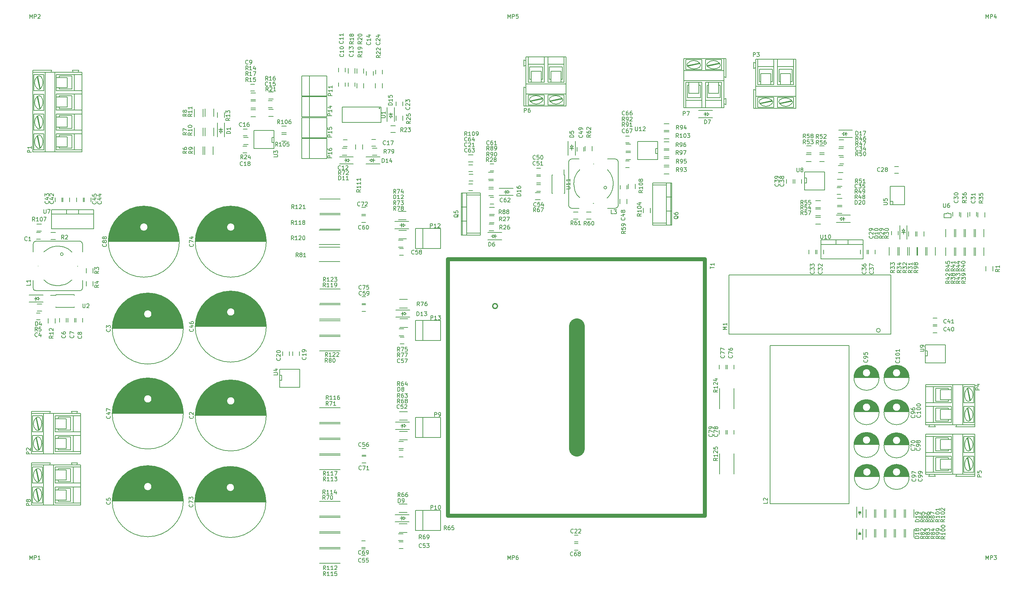
<source format=gto>
G04 #@! TF.FileFunction,Legend,Top*
%FSLAX46Y46*%
G04 Gerber Fmt 4.6, Leading zero omitted, Abs format (unit mm)*
G04 Created by KiCad (PCBNEW 4.0.3+e1-6302~38~ubuntu16.04.1-stable) date Tue Aug 30 03:26:48 2016*
%MOMM*%
%LPD*%
G01*
G04 APERTURE LIST*
%ADD10C,0.100000*%
%ADD11C,0.150000*%
%ADD12C,0.300000*%
%ADD13C,4.000000*%
%ADD14C,1.000000*%
G04 APERTURE END LIST*
D10*
D11*
X29281535Y-89332697D02*
X29281535Y-89532697D01*
X33931535Y-89332697D02*
X33931535Y-89532697D01*
X33931535Y-92582697D02*
X33931535Y-92382697D01*
X29281535Y-92582697D02*
X29281535Y-92382697D01*
X29281535Y-89332697D02*
X33931535Y-89332697D01*
X29281535Y-92582697D02*
X33931535Y-92582697D01*
X29281535Y-89532697D02*
X27931535Y-89532697D01*
D12*
X141095583Y-92208642D02*
G75*
G03X141095583Y-92208642I-630079J0D01*
G01*
D13*
X161165504Y-128308642D02*
X161165504Y-97308642D01*
D14*
X128565504Y-145308642D02*
X128565504Y-80308642D01*
X193565504Y-145308642D02*
X128565504Y-145308642D01*
X193565504Y-80308642D02*
X193565504Y-145308642D01*
X128565504Y-80308642D02*
X193565504Y-80308642D01*
D11*
X76725858Y-49120534D02*
X77725858Y-49120534D01*
X77725858Y-47420534D02*
X76725858Y-47420534D01*
X102515504Y-36608642D02*
X102515504Y-35608642D01*
X100815504Y-35608642D02*
X100815504Y-36608642D01*
X237973504Y-98356642D02*
G75*
G03X237973504Y-98356642I-500000J0D01*
G01*
X199673504Y-99356642D02*
X199673504Y-84356642D01*
X240673504Y-99356642D02*
X240673504Y-84356642D01*
X199673504Y-84356642D02*
X240673504Y-84356642D01*
X240673504Y-99356642D02*
X199673504Y-99356642D01*
X253125504Y-125949042D02*
X253125504Y-128489042D01*
X253125504Y-128489042D02*
X255919504Y-128489042D01*
X255919504Y-125949042D02*
X255919504Y-128489042D01*
X253125504Y-125949042D02*
X255919504Y-125949042D01*
X253125504Y-130952842D02*
X253125504Y-133492842D01*
X253125504Y-133492842D02*
X255919504Y-133492842D01*
X255919504Y-130952842D02*
X255919504Y-133492842D01*
X253125504Y-130952842D02*
X255919504Y-130952842D01*
X261888504Y-134813642D02*
X258840504Y-134813642D01*
X261888504Y-134813642D02*
X261888504Y-124628642D01*
X261888504Y-134813642D02*
X261888504Y-135321642D01*
X261888504Y-135321642D02*
X257062504Y-135321642D01*
X257062504Y-135321642D02*
X257316504Y-134813642D01*
X250204504Y-135321642D02*
X250458504Y-134813642D01*
X250458504Y-134813642D02*
X249442504Y-134813642D01*
X251855504Y-135321642D02*
X251601504Y-134813642D01*
X251601504Y-134813642D02*
X250458504Y-134813642D01*
X251855504Y-135321642D02*
X250204504Y-135321642D01*
X249442504Y-130190842D02*
X251347504Y-130190842D01*
X255919504Y-134254842D02*
X251347504Y-134254842D01*
X249442504Y-130190842D02*
X249442504Y-134254842D01*
X249442504Y-134254842D02*
X249442504Y-134813642D01*
X249442504Y-129251042D02*
X251347504Y-129251042D01*
X249442504Y-129251042D02*
X249442504Y-130190842D01*
X255919504Y-125187042D02*
X251347504Y-125187042D01*
X249442504Y-124628642D02*
X249442504Y-125187042D01*
X249442504Y-125187042D02*
X249442504Y-129251042D01*
X251347504Y-130190842D02*
X251347504Y-134254842D01*
X251347504Y-130190842D02*
X255919504Y-130190842D01*
X251347504Y-134254842D02*
X249442504Y-134254842D01*
X251347504Y-129251042D02*
X251347504Y-125187042D01*
X251347504Y-129251042D02*
X255919504Y-129251042D01*
X251347504Y-125187042D02*
X249442504Y-125187042D01*
X251982504Y-133873842D02*
X255157504Y-133873842D01*
X251982504Y-133873842D02*
X251982504Y-130571842D01*
X251982504Y-130571842D02*
X255157504Y-130571842D01*
X251982504Y-128870042D02*
X255157504Y-128870042D01*
X251982504Y-128870042D02*
X251982504Y-125568042D01*
X251982504Y-125568042D02*
X255157504Y-125568042D01*
X255157504Y-125568042D02*
X255157504Y-125949042D01*
X255157504Y-128870042D02*
X255157504Y-128489042D01*
X255157504Y-130571842D02*
X255157504Y-130952842D01*
X255157504Y-133873842D02*
X255157504Y-133492842D01*
X249442504Y-124628642D02*
X256300504Y-124628642D01*
X256300504Y-124628642D02*
X258840504Y-124628642D01*
X257316504Y-134813642D02*
X256300504Y-134813642D01*
X256300504Y-134813642D02*
X251601504Y-134813642D01*
X258840504Y-124628642D02*
X258840504Y-134813642D01*
X258840504Y-124628642D02*
X261888504Y-124628642D01*
X258840504Y-134813642D02*
X257316504Y-134813642D01*
X259094504Y-130190842D02*
X261634504Y-130190842D01*
X261634504Y-130190842D02*
X261634504Y-134254842D01*
X261634504Y-134254842D02*
X259094504Y-134254842D01*
X259094504Y-134254842D02*
X259094504Y-130190842D01*
X259094504Y-129251042D02*
X261634504Y-129251042D01*
X259094504Y-129251042D02*
X259094504Y-125187042D01*
X259094504Y-125187042D02*
X261634504Y-125187042D01*
X261634504Y-129251042D02*
X261634504Y-125187042D01*
X260110504Y-130597242D02*
X260745504Y-133645242D01*
X259983504Y-130724242D02*
X260618504Y-133772242D01*
X260110504Y-125593442D02*
X260745504Y-128643982D01*
X259983504Y-125720442D02*
X260618504Y-128768442D01*
X255919504Y-125187042D02*
X255919504Y-125568042D01*
X255919504Y-129251042D02*
X255919504Y-128870042D01*
X255919504Y-128870042D02*
X255919504Y-125568042D01*
X256300504Y-124628642D02*
X256300504Y-125568042D01*
X256300504Y-125568042D02*
X256300504Y-128870042D01*
X256300504Y-128870042D02*
X256300504Y-130571842D01*
X256300504Y-134813642D02*
X256300504Y-133873842D01*
X256300504Y-133873842D02*
X256300504Y-130571842D01*
X255919504Y-134254842D02*
X255919504Y-133873842D01*
X255919504Y-130190842D02*
X255919504Y-130571842D01*
X255919504Y-130571842D02*
X255919504Y-133873842D01*
X259750934Y-133691614D02*
G75*
G03X260717564Y-133744302I509430J452772D01*
G01*
X259830608Y-130748914D02*
G75*
G03X259782844Y-133736682I1905496J-1524728D01*
G01*
X260722348Y-133748053D02*
G75*
G03X260669304Y-130597242I-1348444J1553151D01*
G01*
X260718985Y-130648545D02*
G75*
G03X259793004Y-130790282I-407821J-431297D01*
G01*
X259748394Y-128687791D02*
G75*
G03X260717564Y-128743042I511970J452749D01*
G01*
X259830608Y-125747654D02*
G75*
G03X259782844Y-128735422I1905496J-1524728D01*
G01*
X260727351Y-128750215D02*
G75*
G03X260669304Y-125593442I-1353447J1554033D01*
G01*
X260716523Y-125644122D02*
G75*
G03X259793004Y-125789022I-405359J-431920D01*
G01*
X24406535Y-75307697D02*
X25406535Y-75307697D01*
X25406535Y-73607697D02*
X24406535Y-73607697D01*
X24365504Y-95658642D02*
X25365504Y-95658642D01*
X25365504Y-93958642D02*
X24365504Y-93958642D01*
X31922511Y-96228091D02*
X31922511Y-95228091D01*
X30222511Y-95228091D02*
X30222511Y-96228091D01*
X34022511Y-96228091D02*
X34022511Y-95228091D01*
X32322511Y-95228091D02*
X32322511Y-96228091D01*
X36115504Y-96228091D02*
X36115504Y-95228091D01*
X34415504Y-95228091D02*
X34415504Y-96228091D01*
X79565504Y-36058642D02*
X78565504Y-36058642D01*
X78565504Y-37758642D02*
X79565504Y-37758642D01*
X102515504Y-32937588D02*
X102515504Y-31937588D01*
X100815504Y-31937588D02*
X100815504Y-32937588D01*
X102065504Y-51858642D02*
X103065504Y-51858642D01*
X103065504Y-50158642D02*
X102065504Y-50158642D01*
X105015504Y-36608642D02*
X105015504Y-35608642D01*
X103315504Y-35608642D02*
X103315504Y-36608642D01*
X109615504Y-33808642D02*
X109615504Y-32808642D01*
X107915504Y-32808642D02*
X107915504Y-33808642D01*
X84065504Y-40258642D02*
X83065504Y-40258642D01*
X83065504Y-41958642D02*
X84065504Y-41958642D01*
X110265504Y-50058642D02*
X109265504Y-50058642D01*
X109265504Y-51758642D02*
X110265504Y-51758642D01*
X76665504Y-53458642D02*
X77665504Y-53458642D01*
X77665504Y-51758642D02*
X76665504Y-51758642D01*
X90915504Y-104708642D02*
X90915504Y-103708642D01*
X89215504Y-103708642D02*
X89215504Y-104708642D01*
X88415504Y-104708642D02*
X88415504Y-103708642D01*
X86715504Y-103708642D02*
X86715504Y-104708642D01*
X133865504Y-60558642D02*
X134865504Y-60558642D01*
X134865504Y-58858642D02*
X133865504Y-58858642D01*
X161502719Y-150203213D02*
X160502719Y-150203213D01*
X160502719Y-151903213D02*
X161502719Y-151903213D01*
X242565504Y-56858642D02*
X241565504Y-56858642D01*
X241565504Y-58558642D02*
X242565504Y-58558642D01*
X240775504Y-73198642D02*
X240775504Y-74198642D01*
X242475504Y-74198642D02*
X242475504Y-73198642D01*
X257975504Y-69406642D02*
X257975504Y-68406642D01*
X256275504Y-68406642D02*
X256275504Y-69406642D01*
X260575504Y-68406642D02*
X260575504Y-69406642D01*
X262275504Y-69406642D02*
X262275504Y-68406642D01*
X221923504Y-78006642D02*
X221923504Y-79006642D01*
X223623504Y-79006642D02*
X223623504Y-78006642D01*
X219923504Y-78006642D02*
X219923504Y-79006642D01*
X221623504Y-79006642D02*
X221623504Y-78006642D01*
X228665504Y-54558642D02*
X227665504Y-54558642D01*
X227665504Y-56258642D02*
X228665504Y-56258642D01*
X227965504Y-62258642D02*
X226965504Y-62258642D01*
X226965504Y-63958642D02*
X227965504Y-63958642D01*
X232923504Y-78006642D02*
X232923504Y-79006642D01*
X234623504Y-79006642D02*
X234623504Y-78006642D01*
X234923504Y-78006642D02*
X234923504Y-79006642D01*
X236623504Y-79006642D02*
X236623504Y-78006642D01*
X216315504Y-60108642D02*
X216315504Y-61108642D01*
X218015504Y-61108642D02*
X218015504Y-60108642D01*
X215915504Y-61108642D02*
X215915504Y-60108642D01*
X214215504Y-60108642D02*
X214215504Y-61108642D01*
X252297504Y-97278642D02*
X251297504Y-97278642D01*
X251297504Y-98978642D02*
X252297504Y-98978642D01*
X252297504Y-95278642D02*
X251297504Y-95278642D01*
X251297504Y-96978642D02*
X252297504Y-96978642D01*
X32815504Y-65808642D02*
X32815504Y-64808642D01*
X31115504Y-64808642D02*
X31115504Y-65808642D01*
X30815504Y-65808642D02*
X30815504Y-64808642D01*
X29115504Y-64808642D02*
X29115504Y-65808642D01*
X38215504Y-65808642D02*
X38215504Y-64808642D01*
X36515504Y-64808642D02*
X36515504Y-65808642D01*
X36215504Y-65808642D02*
X36215504Y-64808642D01*
X34515504Y-64808642D02*
X34515504Y-65808642D01*
X172115504Y-61608642D02*
X172115504Y-62608642D01*
X173815504Y-62608642D02*
X173815504Y-61608642D01*
X162915504Y-53008642D02*
X162915504Y-52008642D01*
X161215504Y-52008642D02*
X161215504Y-53008642D01*
X151948124Y-57281726D02*
X150948124Y-57281726D01*
X150948124Y-58981726D02*
X151948124Y-58981726D01*
X151948124Y-59381726D02*
X150948124Y-59381726D01*
X150948124Y-61081726D02*
X151948124Y-61081726D01*
X117198384Y-128715512D02*
X116198384Y-128715512D01*
X116198384Y-130415512D02*
X117198384Y-130415512D01*
X116165504Y-153558642D02*
X117165504Y-153558642D01*
X117165504Y-151858642D02*
X116165504Y-151858642D01*
X150965504Y-63158642D02*
X151965504Y-63158642D01*
X151965504Y-61458642D02*
X150965504Y-61458642D01*
X106665504Y-155358642D02*
X107665504Y-155358642D01*
X107665504Y-153658642D02*
X106665504Y-153658642D01*
X106759623Y-129945823D02*
X107759623Y-129945823D01*
X107759623Y-128245823D02*
X106759623Y-128245823D01*
X117449606Y-100071954D02*
X116449606Y-100071954D01*
X116449606Y-101771954D02*
X117449606Y-101771954D01*
X116269530Y-79365544D02*
X117269530Y-79365544D01*
X117269530Y-77665544D02*
X116269530Y-77665544D01*
X106749606Y-93571954D02*
X107749606Y-93571954D01*
X107749606Y-91871954D02*
X106749606Y-91871954D01*
X106669530Y-71065544D02*
X107669530Y-71065544D01*
X107669530Y-69365544D02*
X106669530Y-69365544D01*
X139165504Y-57958642D02*
X140165504Y-57958642D01*
X140165504Y-56258642D02*
X139165504Y-56258642D01*
X140165504Y-64658642D02*
X139165504Y-64658642D01*
X139165504Y-66358642D02*
X140165504Y-66358642D01*
X133765504Y-62958642D02*
X134765504Y-62958642D01*
X134765504Y-61258642D02*
X133765504Y-61258642D01*
X133765504Y-58158642D02*
X134765504Y-58158642D01*
X134765504Y-56458642D02*
X133765504Y-56458642D01*
X174465504Y-49158642D02*
X173465504Y-49158642D01*
X173465504Y-50858642D02*
X174465504Y-50858642D01*
X173465504Y-57158642D02*
X174465504Y-57158642D01*
X174465504Y-55458642D02*
X173465504Y-55458642D01*
X161502719Y-152303213D02*
X160502719Y-152303213D01*
X160502719Y-154003213D02*
X161502719Y-154003213D01*
X231324504Y-127281642D02*
X237622504Y-127281642D01*
X231330504Y-127141642D02*
X237616504Y-127141642D01*
X231343504Y-127001642D02*
X234027504Y-127001642D01*
X234919504Y-127001642D02*
X237603504Y-127001642D01*
X231362504Y-126861642D02*
X233817504Y-126861642D01*
X235129504Y-126861642D02*
X237584504Y-126861642D01*
X231388504Y-126721642D02*
X233684504Y-126721642D01*
X235262504Y-126721642D02*
X237558504Y-126721642D01*
X231420504Y-126581642D02*
X233593504Y-126581642D01*
X235353504Y-126581642D02*
X237526504Y-126581642D01*
X231459504Y-126441642D02*
X233531504Y-126441642D01*
X235415504Y-126441642D02*
X237487504Y-126441642D01*
X231505504Y-126301642D02*
X233492504Y-126301642D01*
X235454504Y-126301642D02*
X237441504Y-126301642D01*
X231558504Y-126161642D02*
X233475504Y-126161642D01*
X235471504Y-126161642D02*
X237388504Y-126161642D01*
X231620504Y-126021642D02*
X233477504Y-126021642D01*
X235469504Y-126021642D02*
X237326504Y-126021642D01*
X231690504Y-125881642D02*
X233499504Y-125881642D01*
X235447504Y-125881642D02*
X237256504Y-125881642D01*
X231769504Y-125741642D02*
X233542504Y-125741642D01*
X235404504Y-125741642D02*
X237177504Y-125741642D01*
X231857504Y-125601642D02*
X233610504Y-125601642D01*
X235336504Y-125601642D02*
X237089504Y-125601642D01*
X231957504Y-125461642D02*
X233709504Y-125461642D01*
X235237504Y-125461642D02*
X236989504Y-125461642D01*
X232069504Y-125321642D02*
X233854504Y-125321642D01*
X235092504Y-125321642D02*
X236877504Y-125321642D01*
X232194504Y-125181642D02*
X234093504Y-125181642D01*
X234853504Y-125181642D02*
X236752504Y-125181642D01*
X232337504Y-125041642D02*
X236609504Y-125041642D01*
X232499504Y-124901642D02*
X236447504Y-124901642D01*
X232687504Y-124761642D02*
X236259504Y-124761642D01*
X232910504Y-124621642D02*
X236036504Y-124621642D01*
X233186504Y-124481642D02*
X235760504Y-124481642D01*
X233561504Y-124341642D02*
X235385504Y-124341642D01*
X235473504Y-126106642D02*
G75*
G03X235473504Y-126106642I-1000000J0D01*
G01*
X237661004Y-127356642D02*
G75*
G03X237661004Y-127356642I-3187500J0D01*
G01*
X231324504Y-110281642D02*
X237622504Y-110281642D01*
X231330504Y-110141642D02*
X237616504Y-110141642D01*
X231343504Y-110001642D02*
X234027504Y-110001642D01*
X234919504Y-110001642D02*
X237603504Y-110001642D01*
X231362504Y-109861642D02*
X233817504Y-109861642D01*
X235129504Y-109861642D02*
X237584504Y-109861642D01*
X231388504Y-109721642D02*
X233684504Y-109721642D01*
X235262504Y-109721642D02*
X237558504Y-109721642D01*
X231420504Y-109581642D02*
X233593504Y-109581642D01*
X235353504Y-109581642D02*
X237526504Y-109581642D01*
X231459504Y-109441642D02*
X233531504Y-109441642D01*
X235415504Y-109441642D02*
X237487504Y-109441642D01*
X231505504Y-109301642D02*
X233492504Y-109301642D01*
X235454504Y-109301642D02*
X237441504Y-109301642D01*
X231558504Y-109161642D02*
X233475504Y-109161642D01*
X235471504Y-109161642D02*
X237388504Y-109161642D01*
X231620504Y-109021642D02*
X233477504Y-109021642D01*
X235469504Y-109021642D02*
X237326504Y-109021642D01*
X231690504Y-108881642D02*
X233499504Y-108881642D01*
X235447504Y-108881642D02*
X237256504Y-108881642D01*
X231769504Y-108741642D02*
X233542504Y-108741642D01*
X235404504Y-108741642D02*
X237177504Y-108741642D01*
X231857504Y-108601642D02*
X233610504Y-108601642D01*
X235336504Y-108601642D02*
X237089504Y-108601642D01*
X231957504Y-108461642D02*
X233709504Y-108461642D01*
X235237504Y-108461642D02*
X236989504Y-108461642D01*
X232069504Y-108321642D02*
X233854504Y-108321642D01*
X235092504Y-108321642D02*
X236877504Y-108321642D01*
X232194504Y-108181642D02*
X234093504Y-108181642D01*
X234853504Y-108181642D02*
X236752504Y-108181642D01*
X232337504Y-108041642D02*
X236609504Y-108041642D01*
X232499504Y-107901642D02*
X236447504Y-107901642D01*
X232687504Y-107761642D02*
X236259504Y-107761642D01*
X232910504Y-107621642D02*
X236036504Y-107621642D01*
X233186504Y-107481642D02*
X235760504Y-107481642D01*
X233561504Y-107341642D02*
X235385504Y-107341642D01*
X235473504Y-109106642D02*
G75*
G03X235473504Y-109106642I-1000000J0D01*
G01*
X237661004Y-110356642D02*
G75*
G03X237661004Y-110356642I-3187500J0D01*
G01*
X231324504Y-118981642D02*
X237622504Y-118981642D01*
X231330504Y-118841642D02*
X237616504Y-118841642D01*
X231343504Y-118701642D02*
X234027504Y-118701642D01*
X234919504Y-118701642D02*
X237603504Y-118701642D01*
X231362504Y-118561642D02*
X233817504Y-118561642D01*
X235129504Y-118561642D02*
X237584504Y-118561642D01*
X231388504Y-118421642D02*
X233684504Y-118421642D01*
X235262504Y-118421642D02*
X237558504Y-118421642D01*
X231420504Y-118281642D02*
X233593504Y-118281642D01*
X235353504Y-118281642D02*
X237526504Y-118281642D01*
X231459504Y-118141642D02*
X233531504Y-118141642D01*
X235415504Y-118141642D02*
X237487504Y-118141642D01*
X231505504Y-118001642D02*
X233492504Y-118001642D01*
X235454504Y-118001642D02*
X237441504Y-118001642D01*
X231558504Y-117861642D02*
X233475504Y-117861642D01*
X235471504Y-117861642D02*
X237388504Y-117861642D01*
X231620504Y-117721642D02*
X233477504Y-117721642D01*
X235469504Y-117721642D02*
X237326504Y-117721642D01*
X231690504Y-117581642D02*
X233499504Y-117581642D01*
X235447504Y-117581642D02*
X237256504Y-117581642D01*
X231769504Y-117441642D02*
X233542504Y-117441642D01*
X235404504Y-117441642D02*
X237177504Y-117441642D01*
X231857504Y-117301642D02*
X233610504Y-117301642D01*
X235336504Y-117301642D02*
X237089504Y-117301642D01*
X231957504Y-117161642D02*
X233709504Y-117161642D01*
X235237504Y-117161642D02*
X236989504Y-117161642D01*
X232069504Y-117021642D02*
X233854504Y-117021642D01*
X235092504Y-117021642D02*
X236877504Y-117021642D01*
X232194504Y-116881642D02*
X234093504Y-116881642D01*
X234853504Y-116881642D02*
X236752504Y-116881642D01*
X232337504Y-116741642D02*
X236609504Y-116741642D01*
X232499504Y-116601642D02*
X236447504Y-116601642D01*
X232687504Y-116461642D02*
X236259504Y-116461642D01*
X232910504Y-116321642D02*
X236036504Y-116321642D01*
X233186504Y-116181642D02*
X235760504Y-116181642D01*
X233561504Y-116041642D02*
X235385504Y-116041642D01*
X235473504Y-117806642D02*
G75*
G03X235473504Y-117806642I-1000000J0D01*
G01*
X237661004Y-119056642D02*
G75*
G03X237661004Y-119056642I-3187500J0D01*
G01*
X231424504Y-135381642D02*
X237722504Y-135381642D01*
X231430504Y-135241642D02*
X237716504Y-135241642D01*
X231443504Y-135101642D02*
X234127504Y-135101642D01*
X235019504Y-135101642D02*
X237703504Y-135101642D01*
X231462504Y-134961642D02*
X233917504Y-134961642D01*
X235229504Y-134961642D02*
X237684504Y-134961642D01*
X231488504Y-134821642D02*
X233784504Y-134821642D01*
X235362504Y-134821642D02*
X237658504Y-134821642D01*
X231520504Y-134681642D02*
X233693504Y-134681642D01*
X235453504Y-134681642D02*
X237626504Y-134681642D01*
X231559504Y-134541642D02*
X233631504Y-134541642D01*
X235515504Y-134541642D02*
X237587504Y-134541642D01*
X231605504Y-134401642D02*
X233592504Y-134401642D01*
X235554504Y-134401642D02*
X237541504Y-134401642D01*
X231658504Y-134261642D02*
X233575504Y-134261642D01*
X235571504Y-134261642D02*
X237488504Y-134261642D01*
X231720504Y-134121642D02*
X233577504Y-134121642D01*
X235569504Y-134121642D02*
X237426504Y-134121642D01*
X231790504Y-133981642D02*
X233599504Y-133981642D01*
X235547504Y-133981642D02*
X237356504Y-133981642D01*
X231869504Y-133841642D02*
X233642504Y-133841642D01*
X235504504Y-133841642D02*
X237277504Y-133841642D01*
X231957504Y-133701642D02*
X233710504Y-133701642D01*
X235436504Y-133701642D02*
X237189504Y-133701642D01*
X232057504Y-133561642D02*
X233809504Y-133561642D01*
X235337504Y-133561642D02*
X237089504Y-133561642D01*
X232169504Y-133421642D02*
X233954504Y-133421642D01*
X235192504Y-133421642D02*
X236977504Y-133421642D01*
X232294504Y-133281642D02*
X234193504Y-133281642D01*
X234953504Y-133281642D02*
X236852504Y-133281642D01*
X232437504Y-133141642D02*
X236709504Y-133141642D01*
X232599504Y-133001642D02*
X236547504Y-133001642D01*
X232787504Y-132861642D02*
X236359504Y-132861642D01*
X233010504Y-132721642D02*
X236136504Y-132721642D01*
X233286504Y-132581642D02*
X235860504Y-132581642D01*
X233661504Y-132441642D02*
X235485504Y-132441642D01*
X235573504Y-134206642D02*
G75*
G03X235573504Y-134206642I-1000000J0D01*
G01*
X237761004Y-135456642D02*
G75*
G03X237761004Y-135456642I-3187500J0D01*
G01*
X238924504Y-127381642D02*
X245222504Y-127381642D01*
X238930504Y-127241642D02*
X245216504Y-127241642D01*
X238943504Y-127101642D02*
X241627504Y-127101642D01*
X242519504Y-127101642D02*
X245203504Y-127101642D01*
X238962504Y-126961642D02*
X241417504Y-126961642D01*
X242729504Y-126961642D02*
X245184504Y-126961642D01*
X238988504Y-126821642D02*
X241284504Y-126821642D01*
X242862504Y-126821642D02*
X245158504Y-126821642D01*
X239020504Y-126681642D02*
X241193504Y-126681642D01*
X242953504Y-126681642D02*
X245126504Y-126681642D01*
X239059504Y-126541642D02*
X241131504Y-126541642D01*
X243015504Y-126541642D02*
X245087504Y-126541642D01*
X239105504Y-126401642D02*
X241092504Y-126401642D01*
X243054504Y-126401642D02*
X245041504Y-126401642D01*
X239158504Y-126261642D02*
X241075504Y-126261642D01*
X243071504Y-126261642D02*
X244988504Y-126261642D01*
X239220504Y-126121642D02*
X241077504Y-126121642D01*
X243069504Y-126121642D02*
X244926504Y-126121642D01*
X239290504Y-125981642D02*
X241099504Y-125981642D01*
X243047504Y-125981642D02*
X244856504Y-125981642D01*
X239369504Y-125841642D02*
X241142504Y-125841642D01*
X243004504Y-125841642D02*
X244777504Y-125841642D01*
X239457504Y-125701642D02*
X241210504Y-125701642D01*
X242936504Y-125701642D02*
X244689504Y-125701642D01*
X239557504Y-125561642D02*
X241309504Y-125561642D01*
X242837504Y-125561642D02*
X244589504Y-125561642D01*
X239669504Y-125421642D02*
X241454504Y-125421642D01*
X242692504Y-125421642D02*
X244477504Y-125421642D01*
X239794504Y-125281642D02*
X241693504Y-125281642D01*
X242453504Y-125281642D02*
X244352504Y-125281642D01*
X239937504Y-125141642D02*
X244209504Y-125141642D01*
X240099504Y-125001642D02*
X244047504Y-125001642D01*
X240287504Y-124861642D02*
X243859504Y-124861642D01*
X240510504Y-124721642D02*
X243636504Y-124721642D01*
X240786504Y-124581642D02*
X243360504Y-124581642D01*
X241161504Y-124441642D02*
X242985504Y-124441642D01*
X243073504Y-126206642D02*
G75*
G03X243073504Y-126206642I-1000000J0D01*
G01*
X245261004Y-127456642D02*
G75*
G03X245261004Y-127456642I-3187500J0D01*
G01*
X238924504Y-135381642D02*
X245222504Y-135381642D01*
X238930504Y-135241642D02*
X245216504Y-135241642D01*
X238943504Y-135101642D02*
X241627504Y-135101642D01*
X242519504Y-135101642D02*
X245203504Y-135101642D01*
X238962504Y-134961642D02*
X241417504Y-134961642D01*
X242729504Y-134961642D02*
X245184504Y-134961642D01*
X238988504Y-134821642D02*
X241284504Y-134821642D01*
X242862504Y-134821642D02*
X245158504Y-134821642D01*
X239020504Y-134681642D02*
X241193504Y-134681642D01*
X242953504Y-134681642D02*
X245126504Y-134681642D01*
X239059504Y-134541642D02*
X241131504Y-134541642D01*
X243015504Y-134541642D02*
X245087504Y-134541642D01*
X239105504Y-134401642D02*
X241092504Y-134401642D01*
X243054504Y-134401642D02*
X245041504Y-134401642D01*
X239158504Y-134261642D02*
X241075504Y-134261642D01*
X243071504Y-134261642D02*
X244988504Y-134261642D01*
X239220504Y-134121642D02*
X241077504Y-134121642D01*
X243069504Y-134121642D02*
X244926504Y-134121642D01*
X239290504Y-133981642D02*
X241099504Y-133981642D01*
X243047504Y-133981642D02*
X244856504Y-133981642D01*
X239369504Y-133841642D02*
X241142504Y-133841642D01*
X243004504Y-133841642D02*
X244777504Y-133841642D01*
X239457504Y-133701642D02*
X241210504Y-133701642D01*
X242936504Y-133701642D02*
X244689504Y-133701642D01*
X239557504Y-133561642D02*
X241309504Y-133561642D01*
X242837504Y-133561642D02*
X244589504Y-133561642D01*
X239669504Y-133421642D02*
X241454504Y-133421642D01*
X242692504Y-133421642D02*
X244477504Y-133421642D01*
X239794504Y-133281642D02*
X241693504Y-133281642D01*
X242453504Y-133281642D02*
X244352504Y-133281642D01*
X239937504Y-133141642D02*
X244209504Y-133141642D01*
X240099504Y-133001642D02*
X244047504Y-133001642D01*
X240287504Y-132861642D02*
X243859504Y-132861642D01*
X240510504Y-132721642D02*
X243636504Y-132721642D01*
X240786504Y-132581642D02*
X243360504Y-132581642D01*
X241161504Y-132441642D02*
X242985504Y-132441642D01*
X243073504Y-134206642D02*
G75*
G03X243073504Y-134206642I-1000000J0D01*
G01*
X245261004Y-135456642D02*
G75*
G03X245261004Y-135456642I-3187500J0D01*
G01*
X238924504Y-118981642D02*
X245222504Y-118981642D01*
X238930504Y-118841642D02*
X245216504Y-118841642D01*
X238943504Y-118701642D02*
X241627504Y-118701642D01*
X242519504Y-118701642D02*
X245203504Y-118701642D01*
X238962504Y-118561642D02*
X241417504Y-118561642D01*
X242729504Y-118561642D02*
X245184504Y-118561642D01*
X238988504Y-118421642D02*
X241284504Y-118421642D01*
X242862504Y-118421642D02*
X245158504Y-118421642D01*
X239020504Y-118281642D02*
X241193504Y-118281642D01*
X242953504Y-118281642D02*
X245126504Y-118281642D01*
X239059504Y-118141642D02*
X241131504Y-118141642D01*
X243015504Y-118141642D02*
X245087504Y-118141642D01*
X239105504Y-118001642D02*
X241092504Y-118001642D01*
X243054504Y-118001642D02*
X245041504Y-118001642D01*
X239158504Y-117861642D02*
X241075504Y-117861642D01*
X243071504Y-117861642D02*
X244988504Y-117861642D01*
X239220504Y-117721642D02*
X241077504Y-117721642D01*
X243069504Y-117721642D02*
X244926504Y-117721642D01*
X239290504Y-117581642D02*
X241099504Y-117581642D01*
X243047504Y-117581642D02*
X244856504Y-117581642D01*
X239369504Y-117441642D02*
X241142504Y-117441642D01*
X243004504Y-117441642D02*
X244777504Y-117441642D01*
X239457504Y-117301642D02*
X241210504Y-117301642D01*
X242936504Y-117301642D02*
X244689504Y-117301642D01*
X239557504Y-117161642D02*
X241309504Y-117161642D01*
X242837504Y-117161642D02*
X244589504Y-117161642D01*
X239669504Y-117021642D02*
X241454504Y-117021642D01*
X242692504Y-117021642D02*
X244477504Y-117021642D01*
X239794504Y-116881642D02*
X241693504Y-116881642D01*
X242453504Y-116881642D02*
X244352504Y-116881642D01*
X239937504Y-116741642D02*
X244209504Y-116741642D01*
X240099504Y-116601642D02*
X244047504Y-116601642D01*
X240287504Y-116461642D02*
X243859504Y-116461642D01*
X240510504Y-116321642D02*
X243636504Y-116321642D01*
X240786504Y-116181642D02*
X243360504Y-116181642D01*
X241161504Y-116041642D02*
X242985504Y-116041642D01*
X243073504Y-117806642D02*
G75*
G03X243073504Y-117806642I-1000000J0D01*
G01*
X245261004Y-119056642D02*
G75*
G03X245261004Y-119056642I-3187500J0D01*
G01*
X238924504Y-110281642D02*
X245222504Y-110281642D01*
X238930504Y-110141642D02*
X245216504Y-110141642D01*
X238943504Y-110001642D02*
X241627504Y-110001642D01*
X242519504Y-110001642D02*
X245203504Y-110001642D01*
X238962504Y-109861642D02*
X241417504Y-109861642D01*
X242729504Y-109861642D02*
X245184504Y-109861642D01*
X238988504Y-109721642D02*
X241284504Y-109721642D01*
X242862504Y-109721642D02*
X245158504Y-109721642D01*
X239020504Y-109581642D02*
X241193504Y-109581642D01*
X242953504Y-109581642D02*
X245126504Y-109581642D01*
X239059504Y-109441642D02*
X241131504Y-109441642D01*
X243015504Y-109441642D02*
X245087504Y-109441642D01*
X239105504Y-109301642D02*
X241092504Y-109301642D01*
X243054504Y-109301642D02*
X245041504Y-109301642D01*
X239158504Y-109161642D02*
X241075504Y-109161642D01*
X243071504Y-109161642D02*
X244988504Y-109161642D01*
X239220504Y-109021642D02*
X241077504Y-109021642D01*
X243069504Y-109021642D02*
X244926504Y-109021642D01*
X239290504Y-108881642D02*
X241099504Y-108881642D01*
X243047504Y-108881642D02*
X244856504Y-108881642D01*
X239369504Y-108741642D02*
X241142504Y-108741642D01*
X243004504Y-108741642D02*
X244777504Y-108741642D01*
X239457504Y-108601642D02*
X241210504Y-108601642D01*
X242936504Y-108601642D02*
X244689504Y-108601642D01*
X239557504Y-108461642D02*
X241309504Y-108461642D01*
X242837504Y-108461642D02*
X244589504Y-108461642D01*
X239669504Y-108321642D02*
X241454504Y-108321642D01*
X242692504Y-108321642D02*
X244477504Y-108321642D01*
X239794504Y-108181642D02*
X241693504Y-108181642D01*
X242453504Y-108181642D02*
X244352504Y-108181642D01*
X239937504Y-108041642D02*
X244209504Y-108041642D01*
X240099504Y-107901642D02*
X244047504Y-107901642D01*
X240287504Y-107761642D02*
X243859504Y-107761642D01*
X240510504Y-107621642D02*
X243636504Y-107621642D01*
X240786504Y-107481642D02*
X243360504Y-107481642D01*
X241161504Y-107341642D02*
X242985504Y-107341642D01*
X243073504Y-109106642D02*
G75*
G03X243073504Y-109106642I-1000000J0D01*
G01*
X245261004Y-110356642D02*
G75*
G03X245261004Y-110356642I-3187500J0D01*
G01*
X139848004Y-74508642D02*
X139467004Y-74508642D01*
X140864004Y-74508642D02*
X140483004Y-74508642D01*
X140483004Y-74508642D02*
X139848004Y-74889642D01*
X139848004Y-74889642D02*
X139848004Y-74127642D01*
X139848004Y-74127642D02*
X140483004Y-74508642D01*
X140483004Y-75016642D02*
X140483004Y-74000642D01*
X142165504Y-73608642D02*
X138625504Y-73608642D01*
X142165504Y-75408642D02*
X138625504Y-75408642D01*
X243825504Y-72981142D02*
X243825504Y-72600142D01*
X243825504Y-73997142D02*
X243825504Y-73616142D01*
X243825504Y-73616142D02*
X243444504Y-72981142D01*
X243444504Y-72981142D02*
X244206504Y-72981142D01*
X244206504Y-72981142D02*
X243825504Y-73616142D01*
X243317504Y-73616142D02*
X244333504Y-73616142D01*
X244725504Y-75298642D02*
X244725504Y-71758642D01*
X242925504Y-75298642D02*
X242925504Y-71758642D01*
X233515504Y-151308642D02*
X233515504Y-148608642D01*
X232015504Y-151308642D02*
X232015504Y-148608642D01*
X232915504Y-149808642D02*
X232665504Y-149808642D01*
X232665504Y-149808642D02*
X232815504Y-149958642D01*
X232415504Y-150058642D02*
X233115504Y-150058642D01*
X232765504Y-149708642D02*
X232765504Y-149358642D01*
X232765504Y-150058642D02*
X232415504Y-149708642D01*
X232415504Y-149708642D02*
X233115504Y-149708642D01*
X233115504Y-149708642D02*
X232765504Y-150058642D01*
X232015504Y-143043622D02*
X232015504Y-145743622D01*
X233515504Y-143043622D02*
X233515504Y-145743622D01*
X232615504Y-144543622D02*
X232865504Y-144543622D01*
X232865504Y-144543622D02*
X232715504Y-144393622D01*
X233115504Y-144293622D02*
X232415504Y-144293622D01*
X232765504Y-144643622D02*
X232765504Y-144993622D01*
X232765504Y-144293622D02*
X233115504Y-144643622D01*
X233115504Y-144643622D02*
X232415504Y-144643622D01*
X232415504Y-144643622D02*
X232765504Y-144293622D01*
X230073504Y-142206642D02*
X210073504Y-142206642D01*
X230073504Y-102206642D02*
X230073504Y-142206642D01*
X210073504Y-102206642D02*
X230073504Y-102206642D01*
X210073504Y-142206642D02*
X210073504Y-102206642D01*
X29411504Y-41858642D02*
X32205504Y-41858642D01*
X32205504Y-41858642D02*
X32205504Y-39318642D01*
X32205504Y-39318642D02*
X29411504Y-39318642D01*
X26236504Y-42671442D02*
X23696504Y-42671442D01*
X23696504Y-42671442D02*
X23696504Y-38607442D01*
X23696504Y-38607442D02*
X26236504Y-38607442D01*
X26236504Y-38607442D02*
X26236504Y-42671442D01*
X25220504Y-42265042D02*
X24585504Y-39217042D01*
X25347504Y-42138042D02*
X24712504Y-39090042D01*
X25580074Y-39170670D02*
G75*
G03X24613444Y-39117982I-509430J-452772D01*
G01*
X25500400Y-42113370D02*
G75*
G03X25548164Y-39125602I-1905496J1524728D01*
G01*
X24608660Y-39114231D02*
G75*
G03X24661704Y-42265042I1348444J-1553151D01*
G01*
X24612023Y-42213739D02*
G75*
G03X25538004Y-42072002I407821J431297D01*
G01*
X33983504Y-42620642D02*
X33983504Y-38556642D01*
X35888504Y-38556642D02*
X29411504Y-38556642D01*
X30173504Y-42239642D02*
X30173504Y-41858642D01*
X30173504Y-42239642D02*
X33348504Y-42239642D01*
X33348504Y-42239642D02*
X33348504Y-38937642D01*
X33348504Y-38937642D02*
X30173504Y-38937642D01*
X30173504Y-38937642D02*
X30173504Y-39318642D01*
X29030504Y-38098642D02*
X29030504Y-33018642D01*
X35888504Y-42620642D02*
X29411504Y-42620642D01*
X29411504Y-42620642D02*
X29411504Y-38556642D01*
X35888504Y-33653642D02*
X35888504Y-37590642D01*
X35888504Y-37440642D02*
X35888504Y-43536642D01*
X26617504Y-33018642D02*
X26617504Y-53188642D01*
X23442504Y-32868642D02*
X23442504Y-53188642D01*
X29030504Y-37948642D02*
X29030504Y-53125142D01*
X33666004Y-37654142D02*
X29411504Y-37654142D01*
X24612023Y-37183739D02*
G75*
G03X25538004Y-37042002I407821J431297D01*
G01*
X24608660Y-34084231D02*
G75*
G03X24661704Y-37235042I1348444J-1553151D01*
G01*
X25500400Y-37083370D02*
G75*
G03X25548164Y-34095602I-1905496J1524728D01*
G01*
X25580074Y-34140670D02*
G75*
G03X24613444Y-34087982I-509430J-452772D01*
G01*
X29411504Y-37260442D02*
X29411504Y-33958442D01*
X29411504Y-37641442D02*
X29411504Y-37260442D01*
X29411504Y-33577442D02*
X29411504Y-33958442D01*
X25347504Y-37108042D02*
X24712504Y-34060042D01*
X25220504Y-37235042D02*
X24585504Y-34187042D01*
X26236504Y-33577442D02*
X26236504Y-37641442D01*
X23696504Y-33577442D02*
X26236504Y-33577442D01*
X23696504Y-37641442D02*
X23696504Y-33577442D01*
X26236504Y-37641442D02*
X23696504Y-37641442D01*
X26490504Y-33018642D02*
X28014504Y-33018642D01*
X29030504Y-33018642D02*
X33729504Y-33018642D01*
X28014504Y-33018642D02*
X29030504Y-33018642D01*
X30173504Y-33958442D02*
X30173504Y-34339442D01*
X30173504Y-37260442D02*
X30173504Y-36879442D01*
X33348504Y-37260442D02*
X30173504Y-37260442D01*
X33348504Y-33958442D02*
X33348504Y-37260442D01*
X33348504Y-33958442D02*
X30173504Y-33958442D01*
X33983504Y-33577442D02*
X35888504Y-33577442D01*
X33983504Y-37641442D02*
X33983504Y-33577442D01*
X35888504Y-33577442D02*
X35888504Y-33018642D01*
X29411504Y-33577442D02*
X33983504Y-33577442D01*
X35888504Y-37641442D02*
X33983504Y-37641442D01*
X33475504Y-32510642D02*
X35126504Y-32510642D01*
X33729504Y-33018642D02*
X34872504Y-33018642D01*
X33475504Y-32510642D02*
X33729504Y-33018642D01*
X34872504Y-33018642D02*
X35888504Y-33018642D01*
X35126504Y-32510642D02*
X34872504Y-33018642D01*
X28268504Y-32510642D02*
X28014504Y-33018642D01*
X23442504Y-32510642D02*
X28268504Y-32510642D01*
X23442504Y-33018642D02*
X23442504Y-32510642D01*
X23442504Y-33018642D02*
X26490504Y-33018642D01*
X32205504Y-36879442D02*
X29411504Y-36879442D01*
X29411504Y-36879442D02*
X29411504Y-34339442D01*
X32205504Y-34339442D02*
X29411504Y-34339442D01*
X32205504Y-36879442D02*
X32205504Y-34339442D01*
X32205504Y-51893242D02*
X32205504Y-49353242D01*
X32205504Y-49353242D02*
X29411504Y-49353242D01*
X29411504Y-51893242D02*
X29411504Y-49353242D01*
X32205504Y-51893242D02*
X29411504Y-51893242D01*
X32205504Y-46889442D02*
X32205504Y-44349442D01*
X32205504Y-44349442D02*
X29411504Y-44349442D01*
X29411504Y-46889442D02*
X29411504Y-44349442D01*
X32205504Y-46889442D02*
X29411504Y-46889442D01*
X34872504Y-37654142D02*
X35888504Y-37654142D01*
X33729504Y-37654142D02*
X34872504Y-37654142D01*
X35888504Y-47651442D02*
X33983504Y-47651442D01*
X29411504Y-43587442D02*
X33983504Y-43587442D01*
X35888504Y-47651442D02*
X35888504Y-43587442D01*
X35888504Y-48591242D02*
X33983504Y-48591242D01*
X35888504Y-48591242D02*
X35888504Y-47651442D01*
X29411504Y-52655242D02*
X33983504Y-52655242D01*
X35888504Y-53188642D02*
X35888504Y-52655242D01*
X35888504Y-52655242D02*
X35888504Y-48591242D01*
X33983504Y-47651442D02*
X33983504Y-43587442D01*
X33983504Y-47651442D02*
X29411504Y-47651442D01*
X33983504Y-43587442D02*
X35888504Y-43587442D01*
X33983504Y-48591242D02*
X33983504Y-52655242D01*
X33983504Y-48591242D02*
X29411504Y-48591242D01*
X33983504Y-52655242D02*
X35888504Y-52655242D01*
X33348504Y-43968442D02*
X30173504Y-43968442D01*
X33348504Y-43968442D02*
X33348504Y-47270442D01*
X33348504Y-47270442D02*
X30173504Y-47270442D01*
X33348504Y-48972242D02*
X30173504Y-48972242D01*
X33348504Y-48972242D02*
X33348504Y-52274242D01*
X33348504Y-52274242D02*
X30173504Y-52274242D01*
X30173504Y-52274242D02*
X30173504Y-51893242D01*
X30173504Y-48972242D02*
X30173504Y-49353242D01*
X30173504Y-47270442D02*
X30173504Y-46889442D01*
X30173504Y-43968442D02*
X30173504Y-44349442D01*
X35888504Y-53188642D02*
X29030504Y-53188642D01*
X29030504Y-53188642D02*
X26490504Y-53188642D01*
X26490504Y-53188642D02*
X23442504Y-53188642D01*
X26236504Y-47651442D02*
X23696504Y-47651442D01*
X23696504Y-47651442D02*
X23696504Y-43587442D01*
X23696504Y-43587442D02*
X26236504Y-43587442D01*
X26236504Y-43587442D02*
X26236504Y-47651442D01*
X26236504Y-48591242D02*
X23696504Y-48591242D01*
X26236504Y-48591242D02*
X26236504Y-52655242D01*
X26236504Y-52655242D02*
X23696504Y-52655242D01*
X23696504Y-48591242D02*
X23696504Y-52655242D01*
X25220504Y-47245042D02*
X24585504Y-44197042D01*
X25347504Y-47118042D02*
X24712504Y-44070042D01*
X25220504Y-52248842D02*
X24585504Y-49198302D01*
X25347504Y-52121842D02*
X24712504Y-49073842D01*
X29411504Y-52655242D02*
X29411504Y-52274242D01*
X29411504Y-48591242D02*
X29411504Y-48972242D01*
X29411504Y-48972242D02*
X29411504Y-52274242D01*
X29411504Y-43587442D02*
X29411504Y-43968442D01*
X29411504Y-47651442D02*
X29411504Y-47270442D01*
X29411504Y-47270442D02*
X29411504Y-43968442D01*
X25580074Y-44150670D02*
G75*
G03X24613444Y-44097982I-509430J-452772D01*
G01*
X25500400Y-47093370D02*
G75*
G03X25548164Y-44105602I-1905496J1524728D01*
G01*
X24608660Y-44094231D02*
G75*
G03X24661704Y-47245042I1348444J-1553151D01*
G01*
X24612023Y-47193739D02*
G75*
G03X25538004Y-47052002I407821J431297D01*
G01*
X25582614Y-49154493D02*
G75*
G03X24613444Y-49099242I-511970J-452749D01*
G01*
X25500400Y-52094630D02*
G75*
G03X25548164Y-49106862I-1905496J1524728D01*
G01*
X24603657Y-49092069D02*
G75*
G03X24661704Y-52248842I1353447J-1554033D01*
G01*
X24614485Y-52198162D02*
G75*
G03X25538004Y-52053262I405359J431920D01*
G01*
X31905504Y-128268242D02*
X31905504Y-125728242D01*
X31905504Y-125728242D02*
X29111504Y-125728242D01*
X29111504Y-128268242D02*
X29111504Y-125728242D01*
X31905504Y-128268242D02*
X29111504Y-128268242D01*
X31905504Y-123264442D02*
X31905504Y-120724442D01*
X31905504Y-120724442D02*
X29111504Y-120724442D01*
X29111504Y-123264442D02*
X29111504Y-120724442D01*
X31905504Y-123264442D02*
X29111504Y-123264442D01*
X23142504Y-119403642D02*
X26190504Y-119403642D01*
X23142504Y-119403642D02*
X23142504Y-129588642D01*
X23142504Y-119403642D02*
X23142504Y-118895642D01*
X23142504Y-118895642D02*
X27968504Y-118895642D01*
X27968504Y-118895642D02*
X27714504Y-119403642D01*
X34826504Y-118895642D02*
X34572504Y-119403642D01*
X34572504Y-119403642D02*
X35588504Y-119403642D01*
X33175504Y-118895642D02*
X33429504Y-119403642D01*
X33429504Y-119403642D02*
X34572504Y-119403642D01*
X33175504Y-118895642D02*
X34826504Y-118895642D01*
X35588504Y-124026442D02*
X33683504Y-124026442D01*
X29111504Y-119962442D02*
X33683504Y-119962442D01*
X35588504Y-124026442D02*
X35588504Y-119962442D01*
X35588504Y-119962442D02*
X35588504Y-119403642D01*
X35588504Y-124966242D02*
X33683504Y-124966242D01*
X35588504Y-124966242D02*
X35588504Y-124026442D01*
X29111504Y-129030242D02*
X33683504Y-129030242D01*
X35588504Y-129588642D02*
X35588504Y-129030242D01*
X35588504Y-129030242D02*
X35588504Y-124966242D01*
X33683504Y-124026442D02*
X33683504Y-119962442D01*
X33683504Y-124026442D02*
X29111504Y-124026442D01*
X33683504Y-119962442D02*
X35588504Y-119962442D01*
X33683504Y-124966242D02*
X33683504Y-129030242D01*
X33683504Y-124966242D02*
X29111504Y-124966242D01*
X33683504Y-129030242D02*
X35588504Y-129030242D01*
X33048504Y-120343442D02*
X29873504Y-120343442D01*
X33048504Y-120343442D02*
X33048504Y-123645442D01*
X33048504Y-123645442D02*
X29873504Y-123645442D01*
X33048504Y-125347242D02*
X29873504Y-125347242D01*
X33048504Y-125347242D02*
X33048504Y-128649242D01*
X33048504Y-128649242D02*
X29873504Y-128649242D01*
X29873504Y-128649242D02*
X29873504Y-128268242D01*
X29873504Y-125347242D02*
X29873504Y-125728242D01*
X29873504Y-123645442D02*
X29873504Y-123264442D01*
X29873504Y-120343442D02*
X29873504Y-120724442D01*
X35588504Y-129588642D02*
X28730504Y-129588642D01*
X28730504Y-129588642D02*
X26190504Y-129588642D01*
X27714504Y-119403642D02*
X28730504Y-119403642D01*
X28730504Y-119403642D02*
X33429504Y-119403642D01*
X26190504Y-129588642D02*
X26190504Y-119403642D01*
X26190504Y-129588642D02*
X23142504Y-129588642D01*
X26190504Y-119403642D02*
X27714504Y-119403642D01*
X25936504Y-124026442D02*
X23396504Y-124026442D01*
X23396504Y-124026442D02*
X23396504Y-119962442D01*
X23396504Y-119962442D02*
X25936504Y-119962442D01*
X25936504Y-119962442D02*
X25936504Y-124026442D01*
X25936504Y-124966242D02*
X23396504Y-124966242D01*
X25936504Y-124966242D02*
X25936504Y-129030242D01*
X25936504Y-129030242D02*
X23396504Y-129030242D01*
X23396504Y-124966242D02*
X23396504Y-129030242D01*
X24920504Y-123620042D02*
X24285504Y-120572042D01*
X25047504Y-123493042D02*
X24412504Y-120445042D01*
X24920504Y-128623842D02*
X24285504Y-125573302D01*
X25047504Y-128496842D02*
X24412504Y-125448842D01*
X29111504Y-129030242D02*
X29111504Y-128649242D01*
X29111504Y-124966242D02*
X29111504Y-125347242D01*
X29111504Y-125347242D02*
X29111504Y-128649242D01*
X28730504Y-129588642D02*
X28730504Y-128649242D01*
X28730504Y-128649242D02*
X28730504Y-125347242D01*
X28730504Y-125347242D02*
X28730504Y-123645442D01*
X28730504Y-119403642D02*
X28730504Y-120343442D01*
X28730504Y-120343442D02*
X28730504Y-123645442D01*
X29111504Y-119962442D02*
X29111504Y-120343442D01*
X29111504Y-124026442D02*
X29111504Y-123645442D01*
X29111504Y-123645442D02*
X29111504Y-120343442D01*
X25280074Y-120525670D02*
G75*
G03X24313444Y-120472982I-509430J-452772D01*
G01*
X25200400Y-123468370D02*
G75*
G03X25248164Y-120480602I-1905496J1524728D01*
G01*
X24308660Y-120469231D02*
G75*
G03X24361704Y-123620042I1348444J-1553151D01*
G01*
X24312023Y-123568739D02*
G75*
G03X25238004Y-123427002I407821J431297D01*
G01*
X25282614Y-125529493D02*
G75*
G03X24313444Y-125474242I-511970J-452749D01*
G01*
X25200400Y-128469630D02*
G75*
G03X25248164Y-125481862I-1905496J1524728D01*
G01*
X24303657Y-125467069D02*
G75*
G03X24361704Y-128623842I1353447J-1554033D01*
G01*
X24314485Y-128573162D02*
G75*
G03X25238004Y-128428262I405359J431920D01*
G01*
X215259600Y-33360000D02*
X212719600Y-33360000D01*
X212719600Y-33360000D02*
X212719600Y-36154000D01*
X215259600Y-36154000D02*
X212719600Y-36154000D01*
X215259600Y-33360000D02*
X215259600Y-36154000D01*
X210255800Y-33360000D02*
X207715800Y-33360000D01*
X207715800Y-33360000D02*
X207715800Y-36154000D01*
X210255800Y-36154000D02*
X207715800Y-36154000D01*
X210255800Y-33360000D02*
X210255800Y-36154000D01*
X206395000Y-42123000D02*
X206395000Y-39075000D01*
X206395000Y-42123000D02*
X216580000Y-42123000D01*
X206395000Y-42123000D02*
X205887000Y-42123000D01*
X205887000Y-42123000D02*
X205887000Y-37297000D01*
X205887000Y-37297000D02*
X206395000Y-37551000D01*
X205887000Y-30439000D02*
X206395000Y-30693000D01*
X206395000Y-30693000D02*
X206395000Y-29677000D01*
X205887000Y-32090000D02*
X206395000Y-31836000D01*
X206395000Y-31836000D02*
X206395000Y-30693000D01*
X205887000Y-32090000D02*
X205887000Y-30439000D01*
X211017800Y-29677000D02*
X211017800Y-31582000D01*
X206953800Y-36154000D02*
X206953800Y-31582000D01*
X211017800Y-29677000D02*
X206953800Y-29677000D01*
X206953800Y-29677000D02*
X206395000Y-29677000D01*
X211957600Y-29677000D02*
X211957600Y-31582000D01*
X211957600Y-29677000D02*
X211017800Y-29677000D01*
X216021600Y-36154000D02*
X216021600Y-31582000D01*
X216580000Y-29677000D02*
X216021600Y-29677000D01*
X216021600Y-29677000D02*
X211957600Y-29677000D01*
X211017800Y-31582000D02*
X206953800Y-31582000D01*
X211017800Y-31582000D02*
X211017800Y-36154000D01*
X206953800Y-31582000D02*
X206953800Y-29677000D01*
X211957600Y-31582000D02*
X216021600Y-31582000D01*
X211957600Y-31582000D02*
X211957600Y-36154000D01*
X216021600Y-31582000D02*
X216021600Y-29677000D01*
X207334800Y-32217000D02*
X207334800Y-35392000D01*
X207334800Y-32217000D02*
X210636800Y-32217000D01*
X210636800Y-32217000D02*
X210636800Y-35392000D01*
X212338600Y-32217000D02*
X212338600Y-35392000D01*
X212338600Y-32217000D02*
X215640600Y-32217000D01*
X215640600Y-32217000D02*
X215640600Y-35392000D01*
X215640600Y-35392000D02*
X215259600Y-35392000D01*
X212338600Y-35392000D02*
X212719600Y-35392000D01*
X210636800Y-35392000D02*
X210255800Y-35392000D01*
X207334800Y-35392000D02*
X207715800Y-35392000D01*
X216580000Y-29677000D02*
X216580000Y-36535000D01*
X216580000Y-36535000D02*
X216580000Y-39075000D01*
X206395000Y-37551000D02*
X206395000Y-36535000D01*
X206395000Y-36535000D02*
X206395000Y-31836000D01*
X216580000Y-39075000D02*
X206395000Y-39075000D01*
X216580000Y-39075000D02*
X216580000Y-42123000D01*
X206395000Y-39075000D02*
X206395000Y-37551000D01*
X211017800Y-39329000D02*
X211017800Y-41869000D01*
X211017800Y-41869000D02*
X206953800Y-41869000D01*
X206953800Y-41869000D02*
X206953800Y-39329000D01*
X206953800Y-39329000D02*
X211017800Y-39329000D01*
X211957600Y-39329000D02*
X211957600Y-41869000D01*
X211957600Y-39329000D02*
X216021600Y-39329000D01*
X216021600Y-39329000D02*
X216021600Y-41869000D01*
X211957600Y-41869000D02*
X216021600Y-41869000D01*
X210611400Y-40345000D02*
X207563400Y-40980000D01*
X210484400Y-40218000D02*
X207436400Y-40853000D01*
X215615200Y-40345000D02*
X212564660Y-40980000D01*
X215488200Y-40218000D02*
X212440200Y-40853000D01*
X216021600Y-36154000D02*
X215640600Y-36154000D01*
X211957600Y-36154000D02*
X212338600Y-36154000D01*
X212338600Y-36154000D02*
X215640600Y-36154000D01*
X216580000Y-36535000D02*
X215640600Y-36535000D01*
X215640600Y-36535000D02*
X212338600Y-36535000D01*
X212338600Y-36535000D02*
X210636800Y-36535000D01*
X206395000Y-36535000D02*
X207334800Y-36535000D01*
X207334800Y-36535000D02*
X210636800Y-36535000D01*
X206953800Y-36154000D02*
X207334800Y-36154000D01*
X211017800Y-36154000D02*
X210636800Y-36154000D01*
X210636800Y-36154000D02*
X207334800Y-36154000D01*
X207517028Y-39985430D02*
G75*
G03X207464340Y-40952060I452772J-509430D01*
G01*
X210459728Y-40065104D02*
G75*
G03X207471960Y-40017340I-1524728J-1905496D01*
G01*
X207460589Y-40956844D02*
G75*
G03X210611400Y-40903800I1553151J1348444D01*
G01*
X210560097Y-40953481D02*
G75*
G03X210418360Y-40027500I-431297J407821D01*
G01*
X212520851Y-39982890D02*
G75*
G03X212465600Y-40952060I452749J-511970D01*
G01*
X215460988Y-40065104D02*
G75*
G03X212473220Y-40017340I-1524728J-1905496D01*
G01*
X212458427Y-40961847D02*
G75*
G03X215615200Y-40903800I1554033J1353447D01*
G01*
X215564520Y-40951019D02*
G75*
G03X215419620Y-40027500I-431920J405359D01*
G01*
X253127504Y-113385042D02*
X253127504Y-115925042D01*
X253127504Y-115925042D02*
X255921504Y-115925042D01*
X255921504Y-113385042D02*
X255921504Y-115925042D01*
X253127504Y-113385042D02*
X255921504Y-113385042D01*
X253127504Y-118388842D02*
X253127504Y-120928842D01*
X253127504Y-120928842D02*
X255921504Y-120928842D01*
X255921504Y-118388842D02*
X255921504Y-120928842D01*
X253127504Y-118388842D02*
X255921504Y-118388842D01*
X261890504Y-122249642D02*
X258842504Y-122249642D01*
X261890504Y-122249642D02*
X261890504Y-112064642D01*
X261890504Y-122249642D02*
X261890504Y-122757642D01*
X261890504Y-122757642D02*
X257064504Y-122757642D01*
X257064504Y-122757642D02*
X257318504Y-122249642D01*
X250206504Y-122757642D02*
X250460504Y-122249642D01*
X250460504Y-122249642D02*
X249444504Y-122249642D01*
X251857504Y-122757642D02*
X251603504Y-122249642D01*
X251603504Y-122249642D02*
X250460504Y-122249642D01*
X251857504Y-122757642D02*
X250206504Y-122757642D01*
X249444504Y-117626842D02*
X251349504Y-117626842D01*
X255921504Y-121690842D02*
X251349504Y-121690842D01*
X249444504Y-117626842D02*
X249444504Y-121690842D01*
X249444504Y-121690842D02*
X249444504Y-122249642D01*
X249444504Y-116687042D02*
X251349504Y-116687042D01*
X249444504Y-116687042D02*
X249444504Y-117626842D01*
X255921504Y-112623042D02*
X251349504Y-112623042D01*
X249444504Y-112064642D02*
X249444504Y-112623042D01*
X249444504Y-112623042D02*
X249444504Y-116687042D01*
X251349504Y-117626842D02*
X251349504Y-121690842D01*
X251349504Y-117626842D02*
X255921504Y-117626842D01*
X251349504Y-121690842D02*
X249444504Y-121690842D01*
X251349504Y-116687042D02*
X251349504Y-112623042D01*
X251349504Y-116687042D02*
X255921504Y-116687042D01*
X251349504Y-112623042D02*
X249444504Y-112623042D01*
X251984504Y-121309842D02*
X255159504Y-121309842D01*
X251984504Y-121309842D02*
X251984504Y-118007842D01*
X251984504Y-118007842D02*
X255159504Y-118007842D01*
X251984504Y-116306042D02*
X255159504Y-116306042D01*
X251984504Y-116306042D02*
X251984504Y-113004042D01*
X251984504Y-113004042D02*
X255159504Y-113004042D01*
X255159504Y-113004042D02*
X255159504Y-113385042D01*
X255159504Y-116306042D02*
X255159504Y-115925042D01*
X255159504Y-118007842D02*
X255159504Y-118388842D01*
X255159504Y-121309842D02*
X255159504Y-120928842D01*
X249444504Y-112064642D02*
X256302504Y-112064642D01*
X256302504Y-112064642D02*
X258842504Y-112064642D01*
X257318504Y-122249642D02*
X256302504Y-122249642D01*
X256302504Y-122249642D02*
X251603504Y-122249642D01*
X258842504Y-112064642D02*
X258842504Y-122249642D01*
X258842504Y-112064642D02*
X261890504Y-112064642D01*
X258842504Y-122249642D02*
X257318504Y-122249642D01*
X259096504Y-117626842D02*
X261636504Y-117626842D01*
X261636504Y-117626842D02*
X261636504Y-121690842D01*
X261636504Y-121690842D02*
X259096504Y-121690842D01*
X259096504Y-121690842D02*
X259096504Y-117626842D01*
X259096504Y-116687042D02*
X261636504Y-116687042D01*
X259096504Y-116687042D02*
X259096504Y-112623042D01*
X259096504Y-112623042D02*
X261636504Y-112623042D01*
X261636504Y-116687042D02*
X261636504Y-112623042D01*
X260112504Y-118033242D02*
X260747504Y-121081242D01*
X259985504Y-118160242D02*
X260620504Y-121208242D01*
X260112504Y-113029442D02*
X260747504Y-116079982D01*
X259985504Y-113156442D02*
X260620504Y-116204442D01*
X255921504Y-112623042D02*
X255921504Y-113004042D01*
X255921504Y-116687042D02*
X255921504Y-116306042D01*
X255921504Y-116306042D02*
X255921504Y-113004042D01*
X256302504Y-112064642D02*
X256302504Y-113004042D01*
X256302504Y-113004042D02*
X256302504Y-116306042D01*
X256302504Y-116306042D02*
X256302504Y-118007842D01*
X256302504Y-122249642D02*
X256302504Y-121309842D01*
X256302504Y-121309842D02*
X256302504Y-118007842D01*
X255921504Y-121690842D02*
X255921504Y-121309842D01*
X255921504Y-117626842D02*
X255921504Y-118007842D01*
X255921504Y-118007842D02*
X255921504Y-121309842D01*
X259752934Y-121127614D02*
G75*
G03X260719564Y-121180302I509430J452772D01*
G01*
X259832608Y-118184914D02*
G75*
G03X259784844Y-121172682I1905496J-1524728D01*
G01*
X260724348Y-121184053D02*
G75*
G03X260671304Y-118033242I-1348444J1553151D01*
G01*
X260720985Y-118084545D02*
G75*
G03X259795004Y-118226282I-407821J-431297D01*
G01*
X259750394Y-116123791D02*
G75*
G03X260719564Y-116179042I511970J452749D01*
G01*
X259832608Y-113183654D02*
G75*
G03X259784844Y-116171422I1905496J-1524728D01*
G01*
X260729351Y-116186215D02*
G75*
G03X260671304Y-113029442I-1353447J1554033D01*
G01*
X260718523Y-113080122D02*
G75*
G03X259795004Y-113225022I-405359J-431920D01*
G01*
X157125104Y-32768642D02*
X154585104Y-32768642D01*
X154585104Y-32768642D02*
X154585104Y-35562642D01*
X157125104Y-35562642D02*
X154585104Y-35562642D01*
X157125104Y-32768642D02*
X157125104Y-35562642D01*
X152121304Y-32768642D02*
X149581304Y-32768642D01*
X149581304Y-32768642D02*
X149581304Y-35562642D01*
X152121304Y-35562642D02*
X149581304Y-35562642D01*
X152121304Y-32768642D02*
X152121304Y-35562642D01*
X148260504Y-41531642D02*
X148260504Y-38483642D01*
X148260504Y-41531642D02*
X158445504Y-41531642D01*
X148260504Y-41531642D02*
X147752504Y-41531642D01*
X147752504Y-41531642D02*
X147752504Y-36705642D01*
X147752504Y-36705642D02*
X148260504Y-36959642D01*
X147752504Y-29847642D02*
X148260504Y-30101642D01*
X148260504Y-30101642D02*
X148260504Y-29085642D01*
X147752504Y-31498642D02*
X148260504Y-31244642D01*
X148260504Y-31244642D02*
X148260504Y-30101642D01*
X147752504Y-31498642D02*
X147752504Y-29847642D01*
X152883304Y-29085642D02*
X152883304Y-30990642D01*
X148819304Y-35562642D02*
X148819304Y-30990642D01*
X152883304Y-29085642D02*
X148819304Y-29085642D01*
X148819304Y-29085642D02*
X148260504Y-29085642D01*
X153823104Y-29085642D02*
X153823104Y-30990642D01*
X153823104Y-29085642D02*
X152883304Y-29085642D01*
X157887104Y-35562642D02*
X157887104Y-30990642D01*
X158445504Y-29085642D02*
X157887104Y-29085642D01*
X157887104Y-29085642D02*
X153823104Y-29085642D01*
X152883304Y-30990642D02*
X148819304Y-30990642D01*
X152883304Y-30990642D02*
X152883304Y-35562642D01*
X148819304Y-30990642D02*
X148819304Y-29085642D01*
X153823104Y-30990642D02*
X157887104Y-30990642D01*
X153823104Y-30990642D02*
X153823104Y-35562642D01*
X157887104Y-30990642D02*
X157887104Y-29085642D01*
X149200304Y-31625642D02*
X149200304Y-34800642D01*
X149200304Y-31625642D02*
X152502304Y-31625642D01*
X152502304Y-31625642D02*
X152502304Y-34800642D01*
X154204104Y-31625642D02*
X154204104Y-34800642D01*
X154204104Y-31625642D02*
X157506104Y-31625642D01*
X157506104Y-31625642D02*
X157506104Y-34800642D01*
X157506104Y-34800642D02*
X157125104Y-34800642D01*
X154204104Y-34800642D02*
X154585104Y-34800642D01*
X152502304Y-34800642D02*
X152121304Y-34800642D01*
X149200304Y-34800642D02*
X149581304Y-34800642D01*
X158445504Y-29085642D02*
X158445504Y-35943642D01*
X158445504Y-35943642D02*
X158445504Y-38483642D01*
X148260504Y-36959642D02*
X148260504Y-35943642D01*
X148260504Y-35943642D02*
X148260504Y-31244642D01*
X158445504Y-38483642D02*
X148260504Y-38483642D01*
X158445504Y-38483642D02*
X158445504Y-41531642D01*
X148260504Y-38483642D02*
X148260504Y-36959642D01*
X152883304Y-38737642D02*
X152883304Y-41277642D01*
X152883304Y-41277642D02*
X148819304Y-41277642D01*
X148819304Y-41277642D02*
X148819304Y-38737642D01*
X148819304Y-38737642D02*
X152883304Y-38737642D01*
X153823104Y-38737642D02*
X153823104Y-41277642D01*
X153823104Y-38737642D02*
X157887104Y-38737642D01*
X157887104Y-38737642D02*
X157887104Y-41277642D01*
X153823104Y-41277642D02*
X157887104Y-41277642D01*
X152476904Y-39753642D02*
X149428904Y-40388642D01*
X152349904Y-39626642D02*
X149301904Y-40261642D01*
X157480704Y-39753642D02*
X154430164Y-40388642D01*
X157353704Y-39626642D02*
X154305704Y-40261642D01*
X157887104Y-35562642D02*
X157506104Y-35562642D01*
X153823104Y-35562642D02*
X154204104Y-35562642D01*
X154204104Y-35562642D02*
X157506104Y-35562642D01*
X158445504Y-35943642D02*
X157506104Y-35943642D01*
X157506104Y-35943642D02*
X154204104Y-35943642D01*
X154204104Y-35943642D02*
X152502304Y-35943642D01*
X148260504Y-35943642D02*
X149200304Y-35943642D01*
X149200304Y-35943642D02*
X152502304Y-35943642D01*
X148819304Y-35562642D02*
X149200304Y-35562642D01*
X152883304Y-35562642D02*
X152502304Y-35562642D01*
X152502304Y-35562642D02*
X149200304Y-35562642D01*
X149382532Y-39394072D02*
G75*
G03X149329844Y-40360702I452772J-509430D01*
G01*
X152325232Y-39473746D02*
G75*
G03X149337464Y-39425982I-1524728J-1905496D01*
G01*
X149326093Y-40365486D02*
G75*
G03X152476904Y-40312442I1553151J1348444D01*
G01*
X152425601Y-40362123D02*
G75*
G03X152283864Y-39436142I-431297J407821D01*
G01*
X154386355Y-39391532D02*
G75*
G03X154331104Y-40360702I452749J-511970D01*
G01*
X157326492Y-39473746D02*
G75*
G03X154338724Y-39425982I-1524728J-1905496D01*
G01*
X154323931Y-40370489D02*
G75*
G03X157480704Y-40312442I1554033J1353447D01*
G01*
X157430024Y-40359661D02*
G75*
G03X157285124Y-39436142I-431920J405359D01*
G01*
X189505904Y-38348642D02*
X192045904Y-38348642D01*
X192045904Y-38348642D02*
X192045904Y-35554642D01*
X189505904Y-35554642D02*
X192045904Y-35554642D01*
X189505904Y-38348642D02*
X189505904Y-35554642D01*
X194509704Y-38348642D02*
X197049704Y-38348642D01*
X197049704Y-38348642D02*
X197049704Y-35554642D01*
X194509704Y-35554642D02*
X197049704Y-35554642D01*
X194509704Y-38348642D02*
X194509704Y-35554642D01*
X198370504Y-29585642D02*
X198370504Y-32633642D01*
X198370504Y-29585642D02*
X188185504Y-29585642D01*
X198370504Y-29585642D02*
X198878504Y-29585642D01*
X198878504Y-29585642D02*
X198878504Y-34411642D01*
X198878504Y-34411642D02*
X198370504Y-34157642D01*
X198878504Y-41269642D02*
X198370504Y-41015642D01*
X198370504Y-41015642D02*
X198370504Y-42031642D01*
X198878504Y-39618642D02*
X198370504Y-39872642D01*
X198370504Y-39872642D02*
X198370504Y-41015642D01*
X198878504Y-39618642D02*
X198878504Y-41269642D01*
X193747704Y-42031642D02*
X193747704Y-40126642D01*
X197811704Y-35554642D02*
X197811704Y-40126642D01*
X193747704Y-42031642D02*
X197811704Y-42031642D01*
X197811704Y-42031642D02*
X198370504Y-42031642D01*
X192807904Y-42031642D02*
X192807904Y-40126642D01*
X192807904Y-42031642D02*
X193747704Y-42031642D01*
X188743904Y-35554642D02*
X188743904Y-40126642D01*
X188185504Y-42031642D02*
X188743904Y-42031642D01*
X188743904Y-42031642D02*
X192807904Y-42031642D01*
X193747704Y-40126642D02*
X197811704Y-40126642D01*
X193747704Y-40126642D02*
X193747704Y-35554642D01*
X197811704Y-40126642D02*
X197811704Y-42031642D01*
X192807904Y-40126642D02*
X188743904Y-40126642D01*
X192807904Y-40126642D02*
X192807904Y-35554642D01*
X188743904Y-40126642D02*
X188743904Y-42031642D01*
X197430704Y-39491642D02*
X197430704Y-36316642D01*
X197430704Y-39491642D02*
X194128704Y-39491642D01*
X194128704Y-39491642D02*
X194128704Y-36316642D01*
X192426904Y-39491642D02*
X192426904Y-36316642D01*
X192426904Y-39491642D02*
X189124904Y-39491642D01*
X189124904Y-39491642D02*
X189124904Y-36316642D01*
X189124904Y-36316642D02*
X189505904Y-36316642D01*
X192426904Y-36316642D02*
X192045904Y-36316642D01*
X194128704Y-36316642D02*
X194509704Y-36316642D01*
X197430704Y-36316642D02*
X197049704Y-36316642D01*
X188185504Y-42031642D02*
X188185504Y-35173642D01*
X188185504Y-35173642D02*
X188185504Y-32633642D01*
X198370504Y-34157642D02*
X198370504Y-35173642D01*
X198370504Y-35173642D02*
X198370504Y-39872642D01*
X188185504Y-32633642D02*
X198370504Y-32633642D01*
X188185504Y-32633642D02*
X188185504Y-29585642D01*
X198370504Y-32633642D02*
X198370504Y-34157642D01*
X193747704Y-32379642D02*
X193747704Y-29839642D01*
X193747704Y-29839642D02*
X197811704Y-29839642D01*
X197811704Y-29839642D02*
X197811704Y-32379642D01*
X197811704Y-32379642D02*
X193747704Y-32379642D01*
X192807904Y-32379642D02*
X192807904Y-29839642D01*
X192807904Y-32379642D02*
X188743904Y-32379642D01*
X188743904Y-32379642D02*
X188743904Y-29839642D01*
X192807904Y-29839642D02*
X188743904Y-29839642D01*
X194154104Y-31363642D02*
X197202104Y-30728642D01*
X194281104Y-31490642D02*
X197329104Y-30855642D01*
X189150304Y-31363642D02*
X192200844Y-30728642D01*
X189277304Y-31490642D02*
X192325304Y-30855642D01*
X188743904Y-35554642D02*
X189124904Y-35554642D01*
X192807904Y-35554642D02*
X192426904Y-35554642D01*
X192426904Y-35554642D02*
X189124904Y-35554642D01*
X188185504Y-35173642D02*
X189124904Y-35173642D01*
X189124904Y-35173642D02*
X192426904Y-35173642D01*
X192426904Y-35173642D02*
X194128704Y-35173642D01*
X198370504Y-35173642D02*
X197430704Y-35173642D01*
X197430704Y-35173642D02*
X194128704Y-35173642D01*
X197811704Y-35554642D02*
X197430704Y-35554642D01*
X193747704Y-35554642D02*
X194128704Y-35554642D01*
X194128704Y-35554642D02*
X197430704Y-35554642D01*
X197248476Y-31723212D02*
G75*
G03X197301164Y-30756582I-452772J509430D01*
G01*
X194305776Y-31643538D02*
G75*
G03X197293544Y-31691302I1524728J1905496D01*
G01*
X197304915Y-30751798D02*
G75*
G03X194154104Y-30804842I-1553151J-1348444D01*
G01*
X194205407Y-30755161D02*
G75*
G03X194347144Y-31681142I431297J-407821D01*
G01*
X192244653Y-31725752D02*
G75*
G03X192299904Y-30756582I-452749J511970D01*
G01*
X189304516Y-31643538D02*
G75*
G03X192292284Y-31691302I1524728J1905496D01*
G01*
X192307077Y-30746795D02*
G75*
G03X189150304Y-30804842I-1554033J-1353447D01*
G01*
X189200984Y-30757623D02*
G75*
G03X189345884Y-31681142I431920J-405359D01*
G01*
X31905504Y-141268242D02*
X31905504Y-138728242D01*
X31905504Y-138728242D02*
X29111504Y-138728242D01*
X29111504Y-141268242D02*
X29111504Y-138728242D01*
X31905504Y-141268242D02*
X29111504Y-141268242D01*
X31905504Y-136264442D02*
X31905504Y-133724442D01*
X31905504Y-133724442D02*
X29111504Y-133724442D01*
X29111504Y-136264442D02*
X29111504Y-133724442D01*
X31905504Y-136264442D02*
X29111504Y-136264442D01*
X23142504Y-132403642D02*
X26190504Y-132403642D01*
X23142504Y-132403642D02*
X23142504Y-142588642D01*
X23142504Y-132403642D02*
X23142504Y-131895642D01*
X23142504Y-131895642D02*
X27968504Y-131895642D01*
X27968504Y-131895642D02*
X27714504Y-132403642D01*
X34826504Y-131895642D02*
X34572504Y-132403642D01*
X34572504Y-132403642D02*
X35588504Y-132403642D01*
X33175504Y-131895642D02*
X33429504Y-132403642D01*
X33429504Y-132403642D02*
X34572504Y-132403642D01*
X33175504Y-131895642D02*
X34826504Y-131895642D01*
X35588504Y-137026442D02*
X33683504Y-137026442D01*
X29111504Y-132962442D02*
X33683504Y-132962442D01*
X35588504Y-137026442D02*
X35588504Y-132962442D01*
X35588504Y-132962442D02*
X35588504Y-132403642D01*
X35588504Y-137966242D02*
X33683504Y-137966242D01*
X35588504Y-137966242D02*
X35588504Y-137026442D01*
X29111504Y-142030242D02*
X33683504Y-142030242D01*
X35588504Y-142588642D02*
X35588504Y-142030242D01*
X35588504Y-142030242D02*
X35588504Y-137966242D01*
X33683504Y-137026442D02*
X33683504Y-132962442D01*
X33683504Y-137026442D02*
X29111504Y-137026442D01*
X33683504Y-132962442D02*
X35588504Y-132962442D01*
X33683504Y-137966242D02*
X33683504Y-142030242D01*
X33683504Y-137966242D02*
X29111504Y-137966242D01*
X33683504Y-142030242D02*
X35588504Y-142030242D01*
X33048504Y-133343442D02*
X29873504Y-133343442D01*
X33048504Y-133343442D02*
X33048504Y-136645442D01*
X33048504Y-136645442D02*
X29873504Y-136645442D01*
X33048504Y-138347242D02*
X29873504Y-138347242D01*
X33048504Y-138347242D02*
X33048504Y-141649242D01*
X33048504Y-141649242D02*
X29873504Y-141649242D01*
X29873504Y-141649242D02*
X29873504Y-141268242D01*
X29873504Y-138347242D02*
X29873504Y-138728242D01*
X29873504Y-136645442D02*
X29873504Y-136264442D01*
X29873504Y-133343442D02*
X29873504Y-133724442D01*
X35588504Y-142588642D02*
X28730504Y-142588642D01*
X28730504Y-142588642D02*
X26190504Y-142588642D01*
X27714504Y-132403642D02*
X28730504Y-132403642D01*
X28730504Y-132403642D02*
X33429504Y-132403642D01*
X26190504Y-142588642D02*
X26190504Y-132403642D01*
X26190504Y-142588642D02*
X23142504Y-142588642D01*
X26190504Y-132403642D02*
X27714504Y-132403642D01*
X25936504Y-137026442D02*
X23396504Y-137026442D01*
X23396504Y-137026442D02*
X23396504Y-132962442D01*
X23396504Y-132962442D02*
X25936504Y-132962442D01*
X25936504Y-132962442D02*
X25936504Y-137026442D01*
X25936504Y-137966242D02*
X23396504Y-137966242D01*
X25936504Y-137966242D02*
X25936504Y-142030242D01*
X25936504Y-142030242D02*
X23396504Y-142030242D01*
X23396504Y-137966242D02*
X23396504Y-142030242D01*
X24920504Y-136620042D02*
X24285504Y-133572042D01*
X25047504Y-136493042D02*
X24412504Y-133445042D01*
X24920504Y-141623842D02*
X24285504Y-138573302D01*
X25047504Y-141496842D02*
X24412504Y-138448842D01*
X29111504Y-142030242D02*
X29111504Y-141649242D01*
X29111504Y-137966242D02*
X29111504Y-138347242D01*
X29111504Y-138347242D02*
X29111504Y-141649242D01*
X28730504Y-142588642D02*
X28730504Y-141649242D01*
X28730504Y-141649242D02*
X28730504Y-138347242D01*
X28730504Y-138347242D02*
X28730504Y-136645442D01*
X28730504Y-132403642D02*
X28730504Y-133343442D01*
X28730504Y-133343442D02*
X28730504Y-136645442D01*
X29111504Y-132962442D02*
X29111504Y-133343442D01*
X29111504Y-137026442D02*
X29111504Y-136645442D01*
X29111504Y-136645442D02*
X29111504Y-133343442D01*
X25280074Y-133525670D02*
G75*
G03X24313444Y-133472982I-509430J-452772D01*
G01*
X25200400Y-136468370D02*
G75*
G03X25248164Y-133480602I-1905496J1524728D01*
G01*
X24308660Y-133469231D02*
G75*
G03X24361704Y-136620042I1348444J-1553151D01*
G01*
X24312023Y-136568739D02*
G75*
G03X25238004Y-136427002I407821J431297D01*
G01*
X25282614Y-138529493D02*
G75*
G03X24313444Y-138474242I-511970J-452749D01*
G01*
X25200400Y-141469630D02*
G75*
G03X25248164Y-138481862I-1905496J1524728D01*
G01*
X24303657Y-138467069D02*
G75*
G03X24361704Y-141623842I1353447J-1554033D01*
G01*
X24314485Y-141573162D02*
G75*
G03X25238004Y-141428262I405359J431920D01*
G01*
X133314504Y-64082642D02*
X136743504Y-64082642D01*
X133314504Y-73734642D02*
X136743504Y-73734642D01*
X132171504Y-63574642D02*
X132171504Y-74242642D01*
X133187504Y-67130642D02*
X131917504Y-67130642D01*
X133187504Y-70686642D02*
X131917504Y-70686642D01*
X133314504Y-74242642D02*
X133314504Y-63574642D01*
X136743504Y-63574642D02*
X136743504Y-74242642D01*
X131917504Y-74242642D02*
X136743504Y-74242642D01*
X131917504Y-63574642D02*
X136743504Y-63574642D01*
X131917504Y-63574642D02*
X131917504Y-74242642D01*
X183816504Y-71234642D02*
X180387504Y-71234642D01*
X183816504Y-61582642D02*
X180387504Y-61582642D01*
X184959504Y-71742642D02*
X184959504Y-61074642D01*
X183943504Y-68186642D02*
X185213504Y-68186642D01*
X183943504Y-64630642D02*
X185213504Y-64630642D01*
X183816504Y-61074642D02*
X183816504Y-71742642D01*
X180387504Y-71742642D02*
X180387504Y-61074642D01*
X185213504Y-61074642D02*
X180387504Y-61074642D01*
X185213504Y-71742642D02*
X180387504Y-71742642D01*
X185213504Y-71742642D02*
X185213504Y-61074642D01*
X29206535Y-75332697D02*
X28006535Y-75332697D01*
X28006535Y-73582697D02*
X29206535Y-73582697D01*
X38740504Y-82608642D02*
X38740504Y-83808642D01*
X36990504Y-83808642D02*
X36990504Y-82608642D01*
X38740504Y-85908642D02*
X38740504Y-87108642D01*
X36990504Y-87108642D02*
X36990504Y-85908642D01*
X25765504Y-93483642D02*
X24565504Y-93483642D01*
X24565504Y-91733642D02*
X25765504Y-91733642D01*
X66540504Y-51808642D02*
X66540504Y-53808642D01*
X64390504Y-53808642D02*
X64390504Y-51808642D01*
X66540504Y-47108642D02*
X66540504Y-49108642D01*
X64390504Y-49108642D02*
X64390504Y-47108642D01*
X66540504Y-42308642D02*
X66540504Y-44308642D01*
X64390504Y-44308642D02*
X64390504Y-42308642D01*
X69140504Y-51808642D02*
X69140504Y-53808642D01*
X66990504Y-53808642D02*
X66990504Y-51808642D01*
X69240504Y-47108642D02*
X69240504Y-49108642D01*
X67090504Y-49108642D02*
X67090504Y-47108642D01*
X69240504Y-42208642D02*
X69240504Y-44208642D01*
X67090504Y-44208642D02*
X67090504Y-42208642D01*
X29140504Y-95308642D02*
X29140504Y-96508642D01*
X27390504Y-96508642D02*
X27390504Y-95308642D01*
X70190504Y-44408642D02*
X70190504Y-43208642D01*
X71940504Y-43208642D02*
X71940504Y-44408642D01*
X79865504Y-39983642D02*
X78665504Y-39983642D01*
X78665504Y-38233642D02*
X79865504Y-38233642D01*
X79865504Y-44283642D02*
X78665504Y-44283642D01*
X78665504Y-42533642D02*
X79865504Y-42533642D01*
X83165504Y-38033642D02*
X84365504Y-38033642D01*
X84365504Y-39783642D02*
X83165504Y-39783642D01*
X78665504Y-40333642D02*
X79865504Y-40333642D01*
X79865504Y-42083642D02*
X78665504Y-42083642D01*
X103290504Y-33237588D02*
X103290504Y-32037588D01*
X105040504Y-32037588D02*
X105040504Y-33237588D01*
X105490504Y-37008642D02*
X105490504Y-35808642D01*
X107240504Y-35808642D02*
X107240504Y-37008642D01*
X105490504Y-33308642D02*
X105490504Y-32108642D01*
X107240504Y-32108642D02*
X107240504Y-33308642D01*
X84365504Y-44183642D02*
X83165504Y-44183642D01*
X83165504Y-42433642D02*
X84365504Y-42433642D01*
X110190504Y-37008642D02*
X110190504Y-35808642D01*
X111940504Y-35808642D02*
X111940504Y-37008642D01*
X114065504Y-46533642D02*
X115265504Y-46533642D01*
X115265504Y-48283642D02*
X114065504Y-48283642D01*
X76765504Y-49533642D02*
X77965504Y-49533642D01*
X77965504Y-51283642D02*
X76765504Y-51283642D01*
X115390504Y-45187588D02*
X115390504Y-43987588D01*
X117140504Y-43987588D02*
X117140504Y-45187588D01*
X138965504Y-71433642D02*
X140165504Y-71433642D01*
X140165504Y-73183642D02*
X138965504Y-73183642D01*
X139015504Y-69333642D02*
X140215504Y-69333642D01*
X140215504Y-71083642D02*
X139015504Y-71083642D01*
X138865504Y-62533642D02*
X140065504Y-62533642D01*
X140065504Y-64283642D02*
X138865504Y-64283642D01*
X245150504Y-74498642D02*
X245150504Y-73298642D01*
X246900504Y-73298642D02*
X246900504Y-74498642D01*
X249000504Y-73298642D02*
X249000504Y-74498642D01*
X247250504Y-74498642D02*
X247250504Y-73298642D01*
X249400504Y-77298642D02*
X249400504Y-79298642D01*
X247250504Y-79298642D02*
X247250504Y-77298642D01*
X242400504Y-77298642D02*
X242400504Y-79298642D01*
X240250504Y-79298642D02*
X240250504Y-77298642D01*
X244900504Y-77298642D02*
X244900504Y-79298642D01*
X242750504Y-79298642D02*
X242750504Y-77298642D01*
X264400504Y-68506642D02*
X264400504Y-69706642D01*
X262650504Y-69706642D02*
X262650504Y-68506642D01*
X260100504Y-68506642D02*
X260100504Y-69706642D01*
X258350504Y-69706642D02*
X258350504Y-68506642D01*
X259200504Y-77406642D02*
X259200504Y-79406642D01*
X257050504Y-79406642D02*
X257050504Y-77406642D01*
X264200504Y-77406642D02*
X264200504Y-79406642D01*
X262050504Y-79406642D02*
X262050504Y-77406642D01*
X262050504Y-74706642D02*
X262050504Y-72706642D01*
X264200504Y-72706642D02*
X264200504Y-74706642D01*
X257050504Y-74706642D02*
X257050504Y-72706642D01*
X259200504Y-72706642D02*
X259200504Y-74706642D01*
X256700504Y-77406642D02*
X256700504Y-79406642D01*
X254550504Y-79406642D02*
X254550504Y-77406642D01*
X261700504Y-77406642D02*
X261700504Y-79406642D01*
X259550504Y-79406642D02*
X259550504Y-77406642D01*
X261700504Y-72706642D02*
X261700504Y-74706642D01*
X259550504Y-74706642D02*
X259550504Y-72706642D01*
X256700504Y-72706642D02*
X256700504Y-74706642D01*
X254550504Y-74706642D02*
X254550504Y-72706642D01*
X227515504Y-50133642D02*
X228715504Y-50133642D01*
X228715504Y-51883642D02*
X227515504Y-51883642D01*
X227415504Y-52333642D02*
X228615504Y-52333642D01*
X228615504Y-54083642D02*
X227415504Y-54083642D01*
X227065504Y-67033642D02*
X228265504Y-67033642D01*
X228265504Y-68783642D02*
X227065504Y-68783642D01*
X227065504Y-64933642D02*
X228265504Y-64933642D01*
X228265504Y-66683642D02*
X227065504Y-66683642D01*
X228565504Y-58383642D02*
X227365504Y-58383642D01*
X227365504Y-56633642D02*
X228565504Y-56633642D01*
X228265504Y-61883642D02*
X227065504Y-61883642D01*
X227065504Y-60133642D02*
X228265504Y-60133642D01*
X223811504Y-55619642D02*
X222611504Y-55619642D01*
X222611504Y-53869642D02*
X223811504Y-53869642D01*
X220443504Y-55619642D02*
X219243504Y-55619642D01*
X219243504Y-53869642D02*
X220443504Y-53869642D01*
X222815504Y-69383642D02*
X221615504Y-69383642D01*
X221615504Y-67633642D02*
X222815504Y-67633642D01*
X222815504Y-67283642D02*
X221615504Y-67283642D01*
X221615504Y-65533642D02*
X222815504Y-65533642D01*
X222561504Y-51683642D02*
X223761504Y-51683642D01*
X223761504Y-53433642D02*
X222561504Y-53433642D01*
X222815504Y-71483642D02*
X221615504Y-71483642D01*
X221615504Y-69733642D02*
X222815504Y-69733642D01*
X220459504Y-53433642D02*
X219259504Y-53433642D01*
X219259504Y-51683642D02*
X220459504Y-51683642D01*
X172090504Y-66308642D02*
X172090504Y-65108642D01*
X173840504Y-65108642D02*
X173840504Y-66308642D01*
X164815504Y-70183642D02*
X163615504Y-70183642D01*
X163615504Y-68433642D02*
X164815504Y-68433642D01*
X161465504Y-70183642D02*
X160265504Y-70183642D01*
X160265504Y-68433642D02*
X161465504Y-68433642D01*
X163290504Y-52908642D02*
X163290504Y-51708642D01*
X165040504Y-51708642D02*
X165040504Y-52908642D01*
X118265504Y-126083642D02*
X116265504Y-126083642D01*
X116265504Y-123933642D02*
X118265504Y-123933642D01*
X118265504Y-121083642D02*
X116265504Y-121083642D01*
X116265504Y-118933642D02*
X118265504Y-118933642D01*
X118165504Y-149483642D02*
X116165504Y-149483642D01*
X116165504Y-147333642D02*
X118165504Y-147333642D01*
X118165504Y-144483642D02*
X116165504Y-144483642D01*
X116165504Y-142333642D02*
X118165504Y-142333642D01*
X150665504Y-63533642D02*
X151865504Y-63533642D01*
X151865504Y-65283642D02*
X150665504Y-65283642D01*
X116098384Y-126493354D02*
X117298384Y-126493354D01*
X117298384Y-128243354D02*
X116098384Y-128243354D01*
X117215504Y-151583642D02*
X116015504Y-151583642D01*
X116015504Y-149833642D02*
X117215504Y-149833642D01*
X102965504Y-53983642D02*
X101765504Y-53983642D01*
X101765504Y-52233642D02*
X102965504Y-52233642D01*
X118069530Y-75190544D02*
X116069530Y-75190544D01*
X116069530Y-73040544D02*
X118069530Y-73040544D01*
X117969530Y-70390544D02*
X115969530Y-70390544D01*
X115969530Y-68240544D02*
X117969530Y-68240544D01*
X118349606Y-97596954D02*
X116349606Y-97596954D01*
X116349606Y-95446954D02*
X118349606Y-95446954D01*
X118249606Y-92696954D02*
X116249606Y-92696954D01*
X116249606Y-90546954D02*
X118249606Y-90546954D01*
X116149606Y-97946954D02*
X117349606Y-97946954D01*
X117349606Y-99696954D02*
X116149606Y-99696954D01*
X117165504Y-77290544D02*
X115965504Y-77290544D01*
X115965504Y-75540544D02*
X117165504Y-75540544D01*
X110565504Y-53983642D02*
X109365504Y-53983642D01*
X109365504Y-52233642D02*
X110565504Y-52233642D01*
X236492504Y-148692642D02*
X236492504Y-150692642D01*
X234342504Y-150692642D02*
X234342504Y-148692642D01*
X236842504Y-150692642D02*
X236842504Y-148692642D01*
X238992504Y-148692642D02*
X238992504Y-150692642D01*
X241492504Y-148692642D02*
X241492504Y-150692642D01*
X239342504Y-150692642D02*
X239342504Y-148692642D01*
X234342504Y-145692642D02*
X234342504Y-143692642D01*
X236492504Y-143692642D02*
X236492504Y-145692642D01*
X238992504Y-143692642D02*
X238992504Y-145692642D01*
X236842504Y-145692642D02*
X236842504Y-143692642D01*
X239342504Y-145692642D02*
X239342504Y-143692642D01*
X241492504Y-143692642D02*
X241492504Y-145692642D01*
X139065504Y-67233642D02*
X140265504Y-67233642D01*
X140265504Y-68983642D02*
X139065504Y-68983642D01*
X138815504Y-58333642D02*
X140015504Y-58333642D01*
X140015504Y-60083642D02*
X138815504Y-60083642D01*
X138865504Y-60433642D02*
X140065504Y-60433642D01*
X140065504Y-62183642D02*
X138865504Y-62183642D01*
X173565504Y-53333642D02*
X174765504Y-53333642D01*
X174765504Y-55083642D02*
X173565504Y-55083642D01*
X174765504Y-52983642D02*
X173565504Y-52983642D01*
X173565504Y-51233642D02*
X174765504Y-51233642D01*
X184465504Y-58733642D02*
X183265504Y-58733642D01*
X183265504Y-56983642D02*
X184465504Y-56983642D01*
X183265504Y-46033642D02*
X184465504Y-46033642D01*
X184465504Y-47783642D02*
X183265504Y-47783642D01*
X183265504Y-54833642D02*
X184465504Y-54833642D01*
X184465504Y-56583642D02*
X183265504Y-56583642D01*
X183265504Y-50633642D02*
X184465504Y-50633642D01*
X184465504Y-52383642D02*
X183265504Y-52383642D01*
X184465504Y-54483642D02*
X183265504Y-54483642D01*
X183265504Y-52733642D02*
X184465504Y-52733642D01*
X251900504Y-77298642D02*
X251900504Y-79298642D01*
X249750504Y-79298642D02*
X249750504Y-77298642D01*
X241842504Y-150692642D02*
X241842504Y-148692642D01*
X243992504Y-148692642D02*
X243992504Y-150692642D01*
X246492504Y-148692642D02*
X246492504Y-150692642D01*
X244342504Y-150692642D02*
X244342504Y-148692642D01*
X243992504Y-143692642D02*
X243992504Y-145692642D01*
X241842504Y-145692642D02*
X241842504Y-143692642D01*
X244342504Y-145692642D02*
X244342504Y-143692642D01*
X246492504Y-143692642D02*
X246492504Y-145692642D01*
X184465504Y-49883642D02*
X183265504Y-49883642D01*
X183265504Y-48133642D02*
X184465504Y-48133642D01*
X177990504Y-68608642D02*
X177990504Y-67408642D01*
X179740504Y-67408642D02*
X179740504Y-68608642D01*
X25706535Y-73232697D02*
X24506535Y-73232697D01*
X24506535Y-71482697D02*
X25706535Y-71482697D01*
X174190504Y-62508642D02*
X174190504Y-61308642D01*
X175940504Y-61308642D02*
X175940504Y-62508642D01*
X133665504Y-53933642D02*
X134865504Y-53933642D01*
X134865504Y-55683642D02*
X133665504Y-55683642D01*
X105190504Y-52508642D02*
X105190504Y-51308642D01*
X106940504Y-51308642D02*
X106940504Y-52508642D01*
X101812836Y-41787588D02*
X111562836Y-41787588D01*
X101812836Y-45687588D02*
X111562836Y-45687588D01*
X111572836Y-41797588D02*
X111572836Y-45667588D01*
X111369041Y-42137588D02*
G75*
G03X111369041Y-42137588I-156205J0D01*
G01*
X101792836Y-41807588D02*
X101792836Y-45677588D01*
X84505504Y-52294642D02*
X79425504Y-52294642D01*
X79425504Y-52294642D02*
X79425504Y-47722642D01*
X79425504Y-47722642D02*
X84505504Y-47722642D01*
X84505504Y-47722642D02*
X84505504Y-52294642D01*
X84505504Y-50770642D02*
X83997504Y-50770642D01*
X83997504Y-50770642D02*
X83997504Y-49500642D01*
X83997504Y-49500642D02*
X84505504Y-49500642D01*
X240464644Y-65709942D02*
X241165684Y-65709942D01*
X241165684Y-65709942D02*
X241165684Y-66510042D01*
X240464644Y-61907562D02*
X240464644Y-66510042D01*
X240464644Y-66510042D02*
X244066364Y-66510042D01*
X244066364Y-66510042D02*
X244066364Y-61907562D01*
X244066364Y-61907562D02*
X240464644Y-61907562D01*
X254771504Y-68798642D02*
X254136504Y-68798642D01*
X254136504Y-68798642D02*
X254136504Y-69814642D01*
X255914504Y-69814642D02*
X255914504Y-68798642D01*
X255914504Y-68798642D02*
X255279504Y-68798642D01*
X254771504Y-68671642D02*
X254771504Y-68798642D01*
X255279504Y-68798642D02*
X255279504Y-68671642D01*
X254136504Y-69814642D02*
X255914504Y-69814642D01*
X255279504Y-68671642D02*
X254771504Y-68671642D01*
X218793504Y-58240642D02*
X223873504Y-58240642D01*
X223873504Y-58240642D02*
X223873504Y-62812642D01*
X223873504Y-62812642D02*
X218793504Y-62812642D01*
X218793504Y-62812642D02*
X218793504Y-58240642D01*
X218793504Y-59764642D02*
X219301504Y-59764642D01*
X219301504Y-59764642D02*
X219301504Y-61034642D01*
X219301504Y-61034642D02*
X218793504Y-61034642D01*
X158090504Y-58983642D02*
X157890504Y-58983642D01*
X158090504Y-63633642D02*
X157890504Y-63633642D01*
X154840504Y-63633642D02*
X155040504Y-63633642D01*
X154840504Y-58983642D02*
X155040504Y-58983642D01*
X158090504Y-58983642D02*
X158090504Y-63633642D01*
X154840504Y-58983642D02*
X154840504Y-63633642D01*
X157890504Y-58983642D02*
X157890504Y-57633642D01*
X181605504Y-55094642D02*
X176525504Y-55094642D01*
X176525504Y-55094642D02*
X176525504Y-50522642D01*
X176525504Y-50522642D02*
X181605504Y-50522642D01*
X181605504Y-50522642D02*
X181605504Y-55094642D01*
X181605504Y-53570642D02*
X181097504Y-53570642D01*
X181097504Y-53570642D02*
X181097504Y-52300642D01*
X181097504Y-52300642D02*
X181605504Y-52300642D01*
X71065504Y-48126142D02*
X71065504Y-48507142D01*
X71065504Y-47110142D02*
X71065504Y-47491142D01*
X71065504Y-47491142D02*
X71446504Y-48126142D01*
X71446504Y-48126142D02*
X70684504Y-48126142D01*
X70684504Y-48126142D02*
X71065504Y-47491142D01*
X71573504Y-47491142D02*
X70557504Y-47491142D01*
X70165504Y-45808642D02*
X70165504Y-49348642D01*
X71965504Y-45808642D02*
X71965504Y-49348642D01*
X24883004Y-90308642D02*
X25264004Y-90308642D01*
X23867004Y-90308642D02*
X24248004Y-90308642D01*
X24248004Y-90308642D02*
X24883004Y-89927642D01*
X24883004Y-89927642D02*
X24883004Y-90689642D01*
X24883004Y-90689642D02*
X24248004Y-90308642D01*
X24248004Y-89800642D02*
X24248004Y-90816642D01*
X22565504Y-91208642D02*
X26105504Y-91208642D01*
X22565504Y-89408642D02*
X26105504Y-89408642D01*
X159865504Y-51691142D02*
X159865504Y-51310142D01*
X159865504Y-52707142D02*
X159865504Y-52326142D01*
X159865504Y-52326142D02*
X159484504Y-51691142D01*
X159484504Y-51691142D02*
X160246504Y-51691142D01*
X160246504Y-51691142D02*
X159865504Y-52326142D01*
X159357504Y-52326142D02*
X160373504Y-52326142D01*
X160765504Y-54008642D02*
X160765504Y-50468642D01*
X158965504Y-54008642D02*
X158965504Y-50468642D01*
X194283004Y-43608642D02*
X194664004Y-43608642D01*
X193267004Y-43608642D02*
X193648004Y-43608642D01*
X193648004Y-43608642D02*
X194283004Y-43227642D01*
X194283004Y-43227642D02*
X194283004Y-43989642D01*
X194283004Y-43989642D02*
X193648004Y-43608642D01*
X193648004Y-43100642D02*
X193648004Y-44116642D01*
X191965504Y-44508642D02*
X195505504Y-44508642D01*
X191965504Y-42708642D02*
X195505504Y-42708642D01*
X117583004Y-122508642D02*
X117964004Y-122508642D01*
X116567004Y-122508642D02*
X116948004Y-122508642D01*
X116948004Y-122508642D02*
X117583004Y-122127642D01*
X117583004Y-122127642D02*
X117583004Y-122889642D01*
X117583004Y-122889642D02*
X116948004Y-122508642D01*
X116948004Y-122000642D02*
X116948004Y-123016642D01*
X115265504Y-123408642D02*
X118805504Y-123408642D01*
X115265504Y-121608642D02*
X118805504Y-121608642D01*
X117483004Y-145908642D02*
X117864004Y-145908642D01*
X116467004Y-145908642D02*
X116848004Y-145908642D01*
X116848004Y-145908642D02*
X117483004Y-145527642D01*
X117483004Y-145527642D02*
X117483004Y-146289642D01*
X117483004Y-146289642D02*
X116848004Y-145908642D01*
X116848004Y-145400642D02*
X116848004Y-146416642D01*
X115165504Y-146808642D02*
X118705504Y-146808642D01*
X115165504Y-145008642D02*
X118705504Y-145008642D01*
X103383004Y-55308642D02*
X103764004Y-55308642D01*
X102367004Y-55308642D02*
X102748004Y-55308642D01*
X102748004Y-55308642D02*
X103383004Y-54927642D01*
X103383004Y-54927642D02*
X103383004Y-55689642D01*
X103383004Y-55689642D02*
X102748004Y-55308642D01*
X102748004Y-54800642D02*
X102748004Y-55816642D01*
X101065504Y-56208642D02*
X104605504Y-56208642D01*
X101065504Y-54408642D02*
X104605504Y-54408642D01*
X117387030Y-71715544D02*
X117768030Y-71715544D01*
X116371030Y-71715544D02*
X116752030Y-71715544D01*
X116752030Y-71715544D02*
X117387030Y-71334544D01*
X117387030Y-71334544D02*
X117387030Y-72096544D01*
X117387030Y-72096544D02*
X116752030Y-71715544D01*
X116752030Y-71207544D02*
X116752030Y-72223544D01*
X115069530Y-72615544D02*
X118609530Y-72615544D01*
X115069530Y-70815544D02*
X118609530Y-70815544D01*
X117667106Y-94121954D02*
X118048106Y-94121954D01*
X116651106Y-94121954D02*
X117032106Y-94121954D01*
X117032106Y-94121954D02*
X117667106Y-93740954D01*
X117667106Y-93740954D02*
X117667106Y-94502954D01*
X117667106Y-94502954D02*
X117032106Y-94121954D01*
X117032106Y-93613954D02*
X117032106Y-94629954D01*
X115349606Y-95021954D02*
X118889606Y-95021954D01*
X115349606Y-93221954D02*
X118889606Y-93221954D01*
X109048004Y-55308642D02*
X108667004Y-55308642D01*
X110064004Y-55308642D02*
X109683004Y-55308642D01*
X109683004Y-55308642D02*
X109048004Y-55689642D01*
X109048004Y-55689642D02*
X109048004Y-54927642D01*
X109048004Y-54927642D02*
X109683004Y-55308642D01*
X109683004Y-55816642D02*
X109683004Y-54800642D01*
X111365504Y-54408642D02*
X107825504Y-54408642D01*
X111365504Y-56208642D02*
X107825504Y-56208642D01*
X114065504Y-44255088D02*
X114065504Y-44636088D01*
X114065504Y-43239088D02*
X114065504Y-43620088D01*
X114065504Y-43620088D02*
X114446504Y-44255088D01*
X114446504Y-44255088D02*
X113684504Y-44255088D01*
X113684504Y-44255088D02*
X114065504Y-43620088D01*
X114573504Y-43620088D02*
X113557504Y-43620088D01*
X113165504Y-41937588D02*
X113165504Y-45477588D01*
X114965504Y-41937588D02*
X114965504Y-45477588D01*
X143783004Y-63308642D02*
X144164004Y-63308642D01*
X142767004Y-63308642D02*
X143148004Y-63308642D01*
X143148004Y-63308642D02*
X143783004Y-62927642D01*
X143783004Y-62927642D02*
X143783004Y-63689642D01*
X143783004Y-63689642D02*
X143148004Y-63308642D01*
X143148004Y-62800642D02*
X143148004Y-63816642D01*
X141465504Y-64208642D02*
X145005504Y-64208642D01*
X141465504Y-62408642D02*
X145005504Y-62408642D01*
X228613004Y-48608642D02*
X228232004Y-48608642D01*
X229629004Y-48608642D02*
X229248004Y-48608642D01*
X229248004Y-48608642D02*
X228613004Y-48989642D01*
X228613004Y-48989642D02*
X228613004Y-48227642D01*
X228613004Y-48227642D02*
X229248004Y-48608642D01*
X229248004Y-49116642D02*
X229248004Y-48100642D01*
X230930504Y-47708642D02*
X227390504Y-47708642D01*
X230930504Y-49508642D02*
X227390504Y-49508642D01*
X228048004Y-70108642D02*
X227667004Y-70108642D01*
X229064004Y-70108642D02*
X228683004Y-70108642D01*
X228683004Y-70108642D02*
X228048004Y-70489642D01*
X228048004Y-70489642D02*
X228048004Y-69727642D01*
X228048004Y-69727642D02*
X228683004Y-70108642D01*
X228683004Y-70616642D02*
X228683004Y-69600642D01*
X230365504Y-69208642D02*
X226825504Y-69208642D01*
X230365504Y-71008642D02*
X226825504Y-71008642D01*
X31167224Y-79057697D02*
G75*
G03X31167224Y-79057697I-360689J0D01*
G01*
X26255615Y-85557817D02*
X26456275Y-85707677D01*
X26456275Y-85707677D02*
X26956655Y-86157257D01*
X26956655Y-86157257D02*
X27355435Y-86408717D01*
X27355435Y-86408717D02*
X27855815Y-86657637D01*
X27855815Y-86657637D02*
X28406995Y-86858297D01*
X28406995Y-86858297D02*
X28955635Y-86957357D01*
X28955635Y-86957357D02*
X29356955Y-87008157D01*
X29356955Y-87008157D02*
X29806535Y-87058957D01*
X24805275Y-82006897D02*
X24805275Y-82055157D01*
X33405715Y-78557577D02*
X33057735Y-78207057D01*
X33057735Y-78207057D02*
X32455755Y-77757477D01*
X32455755Y-77757477D02*
X31805515Y-77457757D01*
X31805515Y-77457757D02*
X31256875Y-77257097D01*
X31256875Y-77257097D02*
X30657435Y-77107237D01*
X30657435Y-77107237D02*
X30055455Y-77056437D01*
X30055455Y-77056437D02*
X29356955Y-77056437D01*
X29356955Y-77056437D02*
X28457795Y-77208837D01*
X28457795Y-77208837D02*
X27807555Y-77457757D01*
X27807555Y-77457757D02*
X27106515Y-77856537D01*
X27106515Y-77856537D02*
X26507075Y-78308657D01*
X26507075Y-78308657D02*
X26255615Y-78506777D01*
X34807795Y-82156757D02*
X34807795Y-82006897D01*
X29806535Y-87058957D02*
X30357715Y-87008157D01*
X30357715Y-87008157D02*
X30855555Y-86906557D01*
X30855555Y-86906557D02*
X31505795Y-86756697D01*
X31505795Y-86756697D02*
X32107775Y-86507777D01*
X32107775Y-86507777D02*
X32557355Y-86258857D01*
X32557355Y-86258857D02*
X33006935Y-85857537D01*
X33006935Y-85857537D02*
X33357455Y-85557817D01*
X35257375Y-75809297D02*
X24355695Y-75809297D01*
X35455495Y-75809297D02*
X35257375Y-75809297D01*
X35806015Y-76009957D02*
X35455495Y-75809297D01*
X36006675Y-76261417D02*
X35806015Y-76009957D01*
X36057475Y-76609397D02*
X36006675Y-76261417D01*
X36057475Y-78461057D02*
X36057475Y-76609397D01*
X23956915Y-75860097D02*
X24355695Y-75809297D01*
X23756255Y-76009957D02*
X23956915Y-75860097D01*
X23606395Y-76261417D02*
X23756255Y-76009957D01*
X23555595Y-76609397D02*
X23606395Y-76261417D01*
X23555595Y-78461057D02*
X23555595Y-76609397D01*
X23555595Y-85656877D02*
X23555595Y-87508537D01*
X23555595Y-87508537D02*
X23606395Y-87856517D01*
X23606395Y-87856517D02*
X23756255Y-88107977D01*
X23756255Y-88107977D02*
X23956915Y-88257837D01*
X23956915Y-88257837D02*
X24355695Y-88308637D01*
X36057475Y-85656877D02*
X36057475Y-87508537D01*
X36057475Y-87508537D02*
X36006675Y-87856517D01*
X36006675Y-87856517D02*
X35806015Y-88107977D01*
X35806015Y-88107977D02*
X35455495Y-88308637D01*
X35455495Y-88308637D02*
X35257375Y-88308637D01*
X35257375Y-88308637D02*
X24355695Y-88308637D01*
X168726193Y-62223642D02*
G75*
G03X168726193Y-62223642I-360689J0D01*
G01*
X161865384Y-57672722D02*
X161715524Y-57873382D01*
X161715524Y-57873382D02*
X161265944Y-58373762D01*
X161265944Y-58373762D02*
X161014484Y-58772542D01*
X161014484Y-58772542D02*
X160765564Y-59272922D01*
X160765564Y-59272922D02*
X160564904Y-59824102D01*
X160564904Y-59824102D02*
X160465844Y-60372742D01*
X160465844Y-60372742D02*
X160415044Y-60774062D01*
X160415044Y-60774062D02*
X160364244Y-61223642D01*
X165416304Y-56222382D02*
X165368044Y-56222382D01*
X168865624Y-64822822D02*
X169216144Y-64474842D01*
X169216144Y-64474842D02*
X169665724Y-63872862D01*
X169665724Y-63872862D02*
X169965444Y-63222622D01*
X169965444Y-63222622D02*
X170166104Y-62673982D01*
X170166104Y-62673982D02*
X170315964Y-62074542D01*
X170315964Y-62074542D02*
X170366764Y-61472562D01*
X170366764Y-61472562D02*
X170366764Y-60774062D01*
X170366764Y-60774062D02*
X170214364Y-59874902D01*
X170214364Y-59874902D02*
X169965444Y-59224662D01*
X169965444Y-59224662D02*
X169566664Y-58523622D01*
X169566664Y-58523622D02*
X169114544Y-57924182D01*
X169114544Y-57924182D02*
X168916424Y-57672722D01*
X165266444Y-66224902D02*
X165416304Y-66224902D01*
X160364244Y-61223642D02*
X160415044Y-61774822D01*
X160415044Y-61774822D02*
X160516644Y-62272662D01*
X160516644Y-62272662D02*
X160666504Y-62922902D01*
X160666504Y-62922902D02*
X160915424Y-63524882D01*
X160915424Y-63524882D02*
X161164344Y-63974462D01*
X161164344Y-63974462D02*
X161565664Y-64424042D01*
X161565664Y-64424042D02*
X161865384Y-64774562D01*
X171613904Y-66674482D02*
X171613904Y-55772802D01*
X171613904Y-66872602D02*
X171613904Y-66674482D01*
X171413244Y-67223122D02*
X171613904Y-66872602D01*
X171161784Y-67423782D02*
X171413244Y-67223122D01*
X170813804Y-67474582D02*
X171161784Y-67423782D01*
X168962144Y-67474582D02*
X170813804Y-67474582D01*
X171563104Y-55374022D02*
X171613904Y-55772802D01*
X171413244Y-55173362D02*
X171563104Y-55374022D01*
X171161784Y-55023502D02*
X171413244Y-55173362D01*
X170813804Y-54972702D02*
X171161784Y-55023502D01*
X168962144Y-54972702D02*
X170813804Y-54972702D01*
X161766324Y-54972702D02*
X159914664Y-54972702D01*
X159914664Y-54972702D02*
X159566684Y-55023502D01*
X159566684Y-55023502D02*
X159315224Y-55173362D01*
X159315224Y-55173362D02*
X159165364Y-55374022D01*
X159165364Y-55374022D02*
X159114564Y-55772802D01*
X161766324Y-67474582D02*
X159914664Y-67474582D01*
X159914664Y-67474582D02*
X159566684Y-67423782D01*
X159566684Y-67423782D02*
X159315224Y-67223122D01*
X159315224Y-67223122D02*
X159114564Y-66872602D01*
X159114564Y-66872602D02*
X159114564Y-66674482D01*
X159114564Y-66674482D02*
X159114564Y-55772802D01*
X72092304Y-111059442D02*
X74911704Y-111034042D01*
X75648304Y-111161042D02*
X71508104Y-111186442D01*
X70974704Y-111288042D02*
X76054704Y-111288042D01*
X76511904Y-111415042D02*
X70669904Y-111415042D01*
X70288904Y-111542042D02*
X76816704Y-111542042D01*
X77146904Y-111669042D02*
X70009504Y-111669042D01*
X69679304Y-111796042D02*
X77400904Y-111796042D01*
X77705704Y-111923042D02*
X69450704Y-111923042D01*
X77959704Y-112050042D02*
X69247504Y-112050042D01*
X64565504Y-119883642D02*
X82565504Y-119883642D01*
X64568504Y-119743642D02*
X82562504Y-119743642D01*
X64573504Y-119603642D02*
X82557504Y-119603642D01*
X64580504Y-119463642D02*
X82550504Y-119463642D01*
X64590504Y-119323642D02*
X82540504Y-119323642D01*
X64603504Y-119183642D02*
X82527504Y-119183642D01*
X64617504Y-119043642D02*
X82513504Y-119043642D01*
X64635504Y-118903642D02*
X82495504Y-118903642D01*
X64655504Y-118763642D02*
X82475504Y-118763642D01*
X64677504Y-118623642D02*
X82453504Y-118623642D01*
X64702504Y-118483642D02*
X82428504Y-118483642D01*
X64730504Y-118343642D02*
X82400504Y-118343642D01*
X64760504Y-118203642D02*
X82370504Y-118203642D01*
X64793504Y-118063642D02*
X82337504Y-118063642D01*
X64828504Y-117923642D02*
X82302504Y-117923642D01*
X64866504Y-117783642D02*
X82264504Y-117783642D01*
X64907504Y-117643642D02*
X82223504Y-117643642D01*
X64951504Y-117503642D02*
X82179504Y-117503642D01*
X64998504Y-117363642D02*
X82132504Y-117363642D01*
X65047504Y-117223642D02*
X82083504Y-117223642D01*
X65099504Y-117083642D02*
X73081504Y-117083642D01*
X74049504Y-117083642D02*
X82031504Y-117083642D01*
X65115504Y-116943642D02*
X72887504Y-116943642D01*
X74243504Y-116943642D02*
X81975504Y-116943642D01*
X65165504Y-116803642D02*
X72761504Y-116803642D01*
X74369504Y-116803642D02*
X81945504Y-116803642D01*
X65215504Y-116663642D02*
X72675504Y-116663642D01*
X74455504Y-116663642D02*
X81915504Y-116663642D01*
X65315504Y-116523642D02*
X72616504Y-116523642D01*
X74514504Y-116523642D02*
X81895504Y-116523642D01*
X65315504Y-116383642D02*
X72580504Y-116383642D01*
X74550504Y-116383642D02*
X81845504Y-116383642D01*
X65380504Y-116243642D02*
X72566504Y-116243642D01*
X74564504Y-116243642D02*
X81765504Y-116243642D01*
X65415504Y-116103642D02*
X72571504Y-116103642D01*
X74559504Y-116103642D02*
X81715504Y-116103642D01*
X65465504Y-115963642D02*
X72595504Y-115963642D01*
X74535504Y-115963642D02*
X81615504Y-115963642D01*
X65565504Y-115823642D02*
X72642504Y-115823642D01*
X74488504Y-115823642D02*
X81515504Y-115823642D01*
X65665504Y-115683642D02*
X72714504Y-115683642D01*
X74416504Y-115683642D02*
X81435504Y-115683642D01*
X65765504Y-115543642D02*
X72818504Y-115543642D01*
X74312504Y-115543642D02*
X81415504Y-115543642D01*
X65815504Y-115403642D02*
X72972504Y-115403642D01*
X74158504Y-115403642D02*
X81345504Y-115403642D01*
X65865504Y-115263642D02*
X73238504Y-115263642D01*
X73892504Y-115263642D02*
X81265504Y-115263642D01*
X65965504Y-115123642D02*
X81165504Y-115123642D01*
X66065504Y-114983642D02*
X81065504Y-114983642D01*
X66165504Y-114843642D02*
X80965504Y-114843642D01*
X66265504Y-114703642D02*
X80865504Y-114703642D01*
X66365504Y-114563642D02*
X80765504Y-114563642D01*
X66465504Y-114423642D02*
X80665504Y-114423642D01*
X66565504Y-114283642D02*
X80565504Y-114283642D01*
X66665504Y-114143642D02*
X80465504Y-114143642D01*
X66765504Y-114003642D02*
X80365504Y-114003642D01*
X66965504Y-113863642D02*
X80165504Y-113863642D01*
X67065504Y-113723642D02*
X80065504Y-113723642D01*
X67165504Y-113583642D02*
X79965504Y-113583642D01*
X67365504Y-113443642D02*
X79765504Y-113443642D01*
X67465504Y-113303642D02*
X79665504Y-113303642D01*
X67665504Y-113163642D02*
X79465504Y-113163642D01*
X67765504Y-113023642D02*
X79365504Y-113023642D01*
X67965504Y-112883642D02*
X79165504Y-112883642D01*
X68115504Y-112743642D02*
X79015504Y-112743642D01*
X68315504Y-112603642D02*
X78815504Y-112603642D01*
X68515504Y-112463642D02*
X78615504Y-112463642D01*
X68765504Y-112323642D02*
X78365504Y-112323642D01*
X68965504Y-112183642D02*
X78165504Y-112183642D01*
X74565504Y-116208642D02*
G75*
G03X74565504Y-116208642I-1000000J0D01*
G01*
X82565504Y-119898642D02*
G75*
G03X82565504Y-119898642I-9000000J0D01*
G01*
X51092304Y-89059442D02*
X53911704Y-89034042D01*
X54648304Y-89161042D02*
X50508104Y-89186442D01*
X49974704Y-89288042D02*
X55054704Y-89288042D01*
X55511904Y-89415042D02*
X49669904Y-89415042D01*
X49288904Y-89542042D02*
X55816704Y-89542042D01*
X56146904Y-89669042D02*
X49009504Y-89669042D01*
X48679304Y-89796042D02*
X56400904Y-89796042D01*
X56705704Y-89923042D02*
X48450704Y-89923042D01*
X56959704Y-90050042D02*
X48247504Y-90050042D01*
X43565504Y-97883642D02*
X61565504Y-97883642D01*
X43568504Y-97743642D02*
X61562504Y-97743642D01*
X43573504Y-97603642D02*
X61557504Y-97603642D01*
X43580504Y-97463642D02*
X61550504Y-97463642D01*
X43590504Y-97323642D02*
X61540504Y-97323642D01*
X43603504Y-97183642D02*
X61527504Y-97183642D01*
X43617504Y-97043642D02*
X61513504Y-97043642D01*
X43635504Y-96903642D02*
X61495504Y-96903642D01*
X43655504Y-96763642D02*
X61475504Y-96763642D01*
X43677504Y-96623642D02*
X61453504Y-96623642D01*
X43702504Y-96483642D02*
X61428504Y-96483642D01*
X43730504Y-96343642D02*
X61400504Y-96343642D01*
X43760504Y-96203642D02*
X61370504Y-96203642D01*
X43793504Y-96063642D02*
X61337504Y-96063642D01*
X43828504Y-95923642D02*
X61302504Y-95923642D01*
X43866504Y-95783642D02*
X61264504Y-95783642D01*
X43907504Y-95643642D02*
X61223504Y-95643642D01*
X43951504Y-95503642D02*
X61179504Y-95503642D01*
X43998504Y-95363642D02*
X61132504Y-95363642D01*
X44047504Y-95223642D02*
X61083504Y-95223642D01*
X44099504Y-95083642D02*
X52081504Y-95083642D01*
X53049504Y-95083642D02*
X61031504Y-95083642D01*
X44115504Y-94943642D02*
X51887504Y-94943642D01*
X53243504Y-94943642D02*
X60975504Y-94943642D01*
X44165504Y-94803642D02*
X51761504Y-94803642D01*
X53369504Y-94803642D02*
X60945504Y-94803642D01*
X44215504Y-94663642D02*
X51675504Y-94663642D01*
X53455504Y-94663642D02*
X60915504Y-94663642D01*
X44315504Y-94523642D02*
X51616504Y-94523642D01*
X53514504Y-94523642D02*
X60895504Y-94523642D01*
X44315504Y-94383642D02*
X51580504Y-94383642D01*
X53550504Y-94383642D02*
X60845504Y-94383642D01*
X44380504Y-94243642D02*
X51566504Y-94243642D01*
X53564504Y-94243642D02*
X60765504Y-94243642D01*
X44415504Y-94103642D02*
X51571504Y-94103642D01*
X53559504Y-94103642D02*
X60715504Y-94103642D01*
X44465504Y-93963642D02*
X51595504Y-93963642D01*
X53535504Y-93963642D02*
X60615504Y-93963642D01*
X44565504Y-93823642D02*
X51642504Y-93823642D01*
X53488504Y-93823642D02*
X60515504Y-93823642D01*
X44665504Y-93683642D02*
X51714504Y-93683642D01*
X53416504Y-93683642D02*
X60435504Y-93683642D01*
X44765504Y-93543642D02*
X51818504Y-93543642D01*
X53312504Y-93543642D02*
X60415504Y-93543642D01*
X44815504Y-93403642D02*
X51972504Y-93403642D01*
X53158504Y-93403642D02*
X60345504Y-93403642D01*
X44865504Y-93263642D02*
X52238504Y-93263642D01*
X52892504Y-93263642D02*
X60265504Y-93263642D01*
X44965504Y-93123642D02*
X60165504Y-93123642D01*
X45065504Y-92983642D02*
X60065504Y-92983642D01*
X45165504Y-92843642D02*
X59965504Y-92843642D01*
X45265504Y-92703642D02*
X59865504Y-92703642D01*
X45365504Y-92563642D02*
X59765504Y-92563642D01*
X45465504Y-92423642D02*
X59665504Y-92423642D01*
X45565504Y-92283642D02*
X59565504Y-92283642D01*
X45665504Y-92143642D02*
X59465504Y-92143642D01*
X45765504Y-92003642D02*
X59365504Y-92003642D01*
X45965504Y-91863642D02*
X59165504Y-91863642D01*
X46065504Y-91723642D02*
X59065504Y-91723642D01*
X46165504Y-91583642D02*
X58965504Y-91583642D01*
X46365504Y-91443642D02*
X58765504Y-91443642D01*
X46465504Y-91303642D02*
X58665504Y-91303642D01*
X46665504Y-91163642D02*
X58465504Y-91163642D01*
X46765504Y-91023642D02*
X58365504Y-91023642D01*
X46965504Y-90883642D02*
X58165504Y-90883642D01*
X47115504Y-90743642D02*
X58015504Y-90743642D01*
X47315504Y-90603642D02*
X57815504Y-90603642D01*
X47515504Y-90463642D02*
X57615504Y-90463642D01*
X47765504Y-90323642D02*
X57365504Y-90323642D01*
X47965504Y-90183642D02*
X57165504Y-90183642D01*
X53565504Y-94208642D02*
G75*
G03X53565504Y-94208642I-1000000J0D01*
G01*
X61565504Y-97898642D02*
G75*
G03X61565504Y-97898642I-9000000J0D01*
G01*
X51092304Y-132759442D02*
X53911704Y-132734042D01*
X54648304Y-132861042D02*
X50508104Y-132886442D01*
X49974704Y-132988042D02*
X55054704Y-132988042D01*
X55511904Y-133115042D02*
X49669904Y-133115042D01*
X49288904Y-133242042D02*
X55816704Y-133242042D01*
X56146904Y-133369042D02*
X49009504Y-133369042D01*
X48679304Y-133496042D02*
X56400904Y-133496042D01*
X56705704Y-133623042D02*
X48450704Y-133623042D01*
X56959704Y-133750042D02*
X48247504Y-133750042D01*
X43565504Y-141583642D02*
X61565504Y-141583642D01*
X43568504Y-141443642D02*
X61562504Y-141443642D01*
X43573504Y-141303642D02*
X61557504Y-141303642D01*
X43580504Y-141163642D02*
X61550504Y-141163642D01*
X43590504Y-141023642D02*
X61540504Y-141023642D01*
X43603504Y-140883642D02*
X61527504Y-140883642D01*
X43617504Y-140743642D02*
X61513504Y-140743642D01*
X43635504Y-140603642D02*
X61495504Y-140603642D01*
X43655504Y-140463642D02*
X61475504Y-140463642D01*
X43677504Y-140323642D02*
X61453504Y-140323642D01*
X43702504Y-140183642D02*
X61428504Y-140183642D01*
X43730504Y-140043642D02*
X61400504Y-140043642D01*
X43760504Y-139903642D02*
X61370504Y-139903642D01*
X43793504Y-139763642D02*
X61337504Y-139763642D01*
X43828504Y-139623642D02*
X61302504Y-139623642D01*
X43866504Y-139483642D02*
X61264504Y-139483642D01*
X43907504Y-139343642D02*
X61223504Y-139343642D01*
X43951504Y-139203642D02*
X61179504Y-139203642D01*
X43998504Y-139063642D02*
X61132504Y-139063642D01*
X44047504Y-138923642D02*
X61083504Y-138923642D01*
X44099504Y-138783642D02*
X52081504Y-138783642D01*
X53049504Y-138783642D02*
X61031504Y-138783642D01*
X44115504Y-138643642D02*
X51887504Y-138643642D01*
X53243504Y-138643642D02*
X60975504Y-138643642D01*
X44165504Y-138503642D02*
X51761504Y-138503642D01*
X53369504Y-138503642D02*
X60945504Y-138503642D01*
X44215504Y-138363642D02*
X51675504Y-138363642D01*
X53455504Y-138363642D02*
X60915504Y-138363642D01*
X44315504Y-138223642D02*
X51616504Y-138223642D01*
X53514504Y-138223642D02*
X60895504Y-138223642D01*
X44315504Y-138083642D02*
X51580504Y-138083642D01*
X53550504Y-138083642D02*
X60845504Y-138083642D01*
X44380504Y-137943642D02*
X51566504Y-137943642D01*
X53564504Y-137943642D02*
X60765504Y-137943642D01*
X44415504Y-137803642D02*
X51571504Y-137803642D01*
X53559504Y-137803642D02*
X60715504Y-137803642D01*
X44465504Y-137663642D02*
X51595504Y-137663642D01*
X53535504Y-137663642D02*
X60615504Y-137663642D01*
X44565504Y-137523642D02*
X51642504Y-137523642D01*
X53488504Y-137523642D02*
X60515504Y-137523642D01*
X44665504Y-137383642D02*
X51714504Y-137383642D01*
X53416504Y-137383642D02*
X60435504Y-137383642D01*
X44765504Y-137243642D02*
X51818504Y-137243642D01*
X53312504Y-137243642D02*
X60415504Y-137243642D01*
X44815504Y-137103642D02*
X51972504Y-137103642D01*
X53158504Y-137103642D02*
X60345504Y-137103642D01*
X44865504Y-136963642D02*
X52238504Y-136963642D01*
X52892504Y-136963642D02*
X60265504Y-136963642D01*
X44965504Y-136823642D02*
X60165504Y-136823642D01*
X45065504Y-136683642D02*
X60065504Y-136683642D01*
X45165504Y-136543642D02*
X59965504Y-136543642D01*
X45265504Y-136403642D02*
X59865504Y-136403642D01*
X45365504Y-136263642D02*
X59765504Y-136263642D01*
X45465504Y-136123642D02*
X59665504Y-136123642D01*
X45565504Y-135983642D02*
X59565504Y-135983642D01*
X45665504Y-135843642D02*
X59465504Y-135843642D01*
X45765504Y-135703642D02*
X59365504Y-135703642D01*
X45965504Y-135563642D02*
X59165504Y-135563642D01*
X46065504Y-135423642D02*
X59065504Y-135423642D01*
X46165504Y-135283642D02*
X58965504Y-135283642D01*
X46365504Y-135143642D02*
X58765504Y-135143642D01*
X46465504Y-135003642D02*
X58665504Y-135003642D01*
X46665504Y-134863642D02*
X58465504Y-134863642D01*
X46765504Y-134723642D02*
X58365504Y-134723642D01*
X46965504Y-134583642D02*
X58165504Y-134583642D01*
X47115504Y-134443642D02*
X58015504Y-134443642D01*
X47315504Y-134303642D02*
X57815504Y-134303642D01*
X47515504Y-134163642D02*
X57615504Y-134163642D01*
X47765504Y-134023642D02*
X57365504Y-134023642D01*
X47965504Y-133883642D02*
X57165504Y-133883642D01*
X53565504Y-137908642D02*
G75*
G03X53565504Y-137908642I-1000000J0D01*
G01*
X61565504Y-141598642D02*
G75*
G03X61565504Y-141598642I-9000000J0D01*
G01*
X72092304Y-88559442D02*
X74911704Y-88534042D01*
X75648304Y-88661042D02*
X71508104Y-88686442D01*
X70974704Y-88788042D02*
X76054704Y-88788042D01*
X76511904Y-88915042D02*
X70669904Y-88915042D01*
X70288904Y-89042042D02*
X76816704Y-89042042D01*
X77146904Y-89169042D02*
X70009504Y-89169042D01*
X69679304Y-89296042D02*
X77400904Y-89296042D01*
X77705704Y-89423042D02*
X69450704Y-89423042D01*
X77959704Y-89550042D02*
X69247504Y-89550042D01*
X64565504Y-97383642D02*
X82565504Y-97383642D01*
X64568504Y-97243642D02*
X82562504Y-97243642D01*
X64573504Y-97103642D02*
X82557504Y-97103642D01*
X64580504Y-96963642D02*
X82550504Y-96963642D01*
X64590504Y-96823642D02*
X82540504Y-96823642D01*
X64603504Y-96683642D02*
X82527504Y-96683642D01*
X64617504Y-96543642D02*
X82513504Y-96543642D01*
X64635504Y-96403642D02*
X82495504Y-96403642D01*
X64655504Y-96263642D02*
X82475504Y-96263642D01*
X64677504Y-96123642D02*
X82453504Y-96123642D01*
X64702504Y-95983642D02*
X82428504Y-95983642D01*
X64730504Y-95843642D02*
X82400504Y-95843642D01*
X64760504Y-95703642D02*
X82370504Y-95703642D01*
X64793504Y-95563642D02*
X82337504Y-95563642D01*
X64828504Y-95423642D02*
X82302504Y-95423642D01*
X64866504Y-95283642D02*
X82264504Y-95283642D01*
X64907504Y-95143642D02*
X82223504Y-95143642D01*
X64951504Y-95003642D02*
X82179504Y-95003642D01*
X64998504Y-94863642D02*
X82132504Y-94863642D01*
X65047504Y-94723642D02*
X82083504Y-94723642D01*
X65099504Y-94583642D02*
X73081504Y-94583642D01*
X74049504Y-94583642D02*
X82031504Y-94583642D01*
X65115504Y-94443642D02*
X72887504Y-94443642D01*
X74243504Y-94443642D02*
X81975504Y-94443642D01*
X65165504Y-94303642D02*
X72761504Y-94303642D01*
X74369504Y-94303642D02*
X81945504Y-94303642D01*
X65215504Y-94163642D02*
X72675504Y-94163642D01*
X74455504Y-94163642D02*
X81915504Y-94163642D01*
X65315504Y-94023642D02*
X72616504Y-94023642D01*
X74514504Y-94023642D02*
X81895504Y-94023642D01*
X65315504Y-93883642D02*
X72580504Y-93883642D01*
X74550504Y-93883642D02*
X81845504Y-93883642D01*
X65380504Y-93743642D02*
X72566504Y-93743642D01*
X74564504Y-93743642D02*
X81765504Y-93743642D01*
X65415504Y-93603642D02*
X72571504Y-93603642D01*
X74559504Y-93603642D02*
X81715504Y-93603642D01*
X65465504Y-93463642D02*
X72595504Y-93463642D01*
X74535504Y-93463642D02*
X81615504Y-93463642D01*
X65565504Y-93323642D02*
X72642504Y-93323642D01*
X74488504Y-93323642D02*
X81515504Y-93323642D01*
X65665504Y-93183642D02*
X72714504Y-93183642D01*
X74416504Y-93183642D02*
X81435504Y-93183642D01*
X65765504Y-93043642D02*
X72818504Y-93043642D01*
X74312504Y-93043642D02*
X81415504Y-93043642D01*
X65815504Y-92903642D02*
X72972504Y-92903642D01*
X74158504Y-92903642D02*
X81345504Y-92903642D01*
X65865504Y-92763642D02*
X73238504Y-92763642D01*
X73892504Y-92763642D02*
X81265504Y-92763642D01*
X65965504Y-92623642D02*
X81165504Y-92623642D01*
X66065504Y-92483642D02*
X81065504Y-92483642D01*
X66165504Y-92343642D02*
X80965504Y-92343642D01*
X66265504Y-92203642D02*
X80865504Y-92203642D01*
X66365504Y-92063642D02*
X80765504Y-92063642D01*
X66465504Y-91923642D02*
X80665504Y-91923642D01*
X66565504Y-91783642D02*
X80565504Y-91783642D01*
X66665504Y-91643642D02*
X80465504Y-91643642D01*
X66765504Y-91503642D02*
X80365504Y-91503642D01*
X66965504Y-91363642D02*
X80165504Y-91363642D01*
X67065504Y-91223642D02*
X80065504Y-91223642D01*
X67165504Y-91083642D02*
X79965504Y-91083642D01*
X67365504Y-90943642D02*
X79765504Y-90943642D01*
X67465504Y-90803642D02*
X79665504Y-90803642D01*
X67665504Y-90663642D02*
X79465504Y-90663642D01*
X67765504Y-90523642D02*
X79365504Y-90523642D01*
X67965504Y-90383642D02*
X79165504Y-90383642D01*
X68115504Y-90243642D02*
X79015504Y-90243642D01*
X68315504Y-90103642D02*
X78815504Y-90103642D01*
X68515504Y-89963642D02*
X78615504Y-89963642D01*
X68765504Y-89823642D02*
X78365504Y-89823642D01*
X68965504Y-89683642D02*
X78165504Y-89683642D01*
X74565504Y-93708642D02*
G75*
G03X74565504Y-93708642I-1000000J0D01*
G01*
X82565504Y-97398642D02*
G75*
G03X82565504Y-97398642I-9000000J0D01*
G01*
X51092304Y-110559442D02*
X53911704Y-110534042D01*
X54648304Y-110661042D02*
X50508104Y-110686442D01*
X49974704Y-110788042D02*
X55054704Y-110788042D01*
X55511904Y-110915042D02*
X49669904Y-110915042D01*
X49288904Y-111042042D02*
X55816704Y-111042042D01*
X56146904Y-111169042D02*
X49009504Y-111169042D01*
X48679304Y-111296042D02*
X56400904Y-111296042D01*
X56705704Y-111423042D02*
X48450704Y-111423042D01*
X56959704Y-111550042D02*
X48247504Y-111550042D01*
X43565504Y-119383642D02*
X61565504Y-119383642D01*
X43568504Y-119243642D02*
X61562504Y-119243642D01*
X43573504Y-119103642D02*
X61557504Y-119103642D01*
X43580504Y-118963642D02*
X61550504Y-118963642D01*
X43590504Y-118823642D02*
X61540504Y-118823642D01*
X43603504Y-118683642D02*
X61527504Y-118683642D01*
X43617504Y-118543642D02*
X61513504Y-118543642D01*
X43635504Y-118403642D02*
X61495504Y-118403642D01*
X43655504Y-118263642D02*
X61475504Y-118263642D01*
X43677504Y-118123642D02*
X61453504Y-118123642D01*
X43702504Y-117983642D02*
X61428504Y-117983642D01*
X43730504Y-117843642D02*
X61400504Y-117843642D01*
X43760504Y-117703642D02*
X61370504Y-117703642D01*
X43793504Y-117563642D02*
X61337504Y-117563642D01*
X43828504Y-117423642D02*
X61302504Y-117423642D01*
X43866504Y-117283642D02*
X61264504Y-117283642D01*
X43907504Y-117143642D02*
X61223504Y-117143642D01*
X43951504Y-117003642D02*
X61179504Y-117003642D01*
X43998504Y-116863642D02*
X61132504Y-116863642D01*
X44047504Y-116723642D02*
X61083504Y-116723642D01*
X44099504Y-116583642D02*
X52081504Y-116583642D01*
X53049504Y-116583642D02*
X61031504Y-116583642D01*
X44115504Y-116443642D02*
X51887504Y-116443642D01*
X53243504Y-116443642D02*
X60975504Y-116443642D01*
X44165504Y-116303642D02*
X51761504Y-116303642D01*
X53369504Y-116303642D02*
X60945504Y-116303642D01*
X44215504Y-116163642D02*
X51675504Y-116163642D01*
X53455504Y-116163642D02*
X60915504Y-116163642D01*
X44315504Y-116023642D02*
X51616504Y-116023642D01*
X53514504Y-116023642D02*
X60895504Y-116023642D01*
X44315504Y-115883642D02*
X51580504Y-115883642D01*
X53550504Y-115883642D02*
X60845504Y-115883642D01*
X44380504Y-115743642D02*
X51566504Y-115743642D01*
X53564504Y-115743642D02*
X60765504Y-115743642D01*
X44415504Y-115603642D02*
X51571504Y-115603642D01*
X53559504Y-115603642D02*
X60715504Y-115603642D01*
X44465504Y-115463642D02*
X51595504Y-115463642D01*
X53535504Y-115463642D02*
X60615504Y-115463642D01*
X44565504Y-115323642D02*
X51642504Y-115323642D01*
X53488504Y-115323642D02*
X60515504Y-115323642D01*
X44665504Y-115183642D02*
X51714504Y-115183642D01*
X53416504Y-115183642D02*
X60435504Y-115183642D01*
X44765504Y-115043642D02*
X51818504Y-115043642D01*
X53312504Y-115043642D02*
X60415504Y-115043642D01*
X44815504Y-114903642D02*
X51972504Y-114903642D01*
X53158504Y-114903642D02*
X60345504Y-114903642D01*
X44865504Y-114763642D02*
X52238504Y-114763642D01*
X52892504Y-114763642D02*
X60265504Y-114763642D01*
X44965504Y-114623642D02*
X60165504Y-114623642D01*
X45065504Y-114483642D02*
X60065504Y-114483642D01*
X45165504Y-114343642D02*
X59965504Y-114343642D01*
X45265504Y-114203642D02*
X59865504Y-114203642D01*
X45365504Y-114063642D02*
X59765504Y-114063642D01*
X45465504Y-113923642D02*
X59665504Y-113923642D01*
X45565504Y-113783642D02*
X59565504Y-113783642D01*
X45665504Y-113643642D02*
X59465504Y-113643642D01*
X45765504Y-113503642D02*
X59365504Y-113503642D01*
X45965504Y-113363642D02*
X59165504Y-113363642D01*
X46065504Y-113223642D02*
X59065504Y-113223642D01*
X46165504Y-113083642D02*
X58965504Y-113083642D01*
X46365504Y-112943642D02*
X58765504Y-112943642D01*
X46465504Y-112803642D02*
X58665504Y-112803642D01*
X46665504Y-112663642D02*
X58465504Y-112663642D01*
X46765504Y-112523642D02*
X58365504Y-112523642D01*
X46965504Y-112383642D02*
X58165504Y-112383642D01*
X47115504Y-112243642D02*
X58015504Y-112243642D01*
X47315504Y-112103642D02*
X57815504Y-112103642D01*
X47515504Y-111963642D02*
X57615504Y-111963642D01*
X47765504Y-111823642D02*
X57365504Y-111823642D01*
X47965504Y-111683642D02*
X57165504Y-111683642D01*
X53565504Y-115708642D02*
G75*
G03X53565504Y-115708642I-1000000J0D01*
G01*
X61565504Y-119398642D02*
G75*
G03X61565504Y-119398642I-9000000J0D01*
G01*
X71992304Y-132959442D02*
X74811704Y-132934042D01*
X75548304Y-133061042D02*
X71408104Y-133086442D01*
X70874704Y-133188042D02*
X75954704Y-133188042D01*
X76411904Y-133315042D02*
X70569904Y-133315042D01*
X70188904Y-133442042D02*
X76716704Y-133442042D01*
X77046904Y-133569042D02*
X69909504Y-133569042D01*
X69579304Y-133696042D02*
X77300904Y-133696042D01*
X77605704Y-133823042D02*
X69350704Y-133823042D01*
X77859704Y-133950042D02*
X69147504Y-133950042D01*
X64465504Y-141783642D02*
X82465504Y-141783642D01*
X64468504Y-141643642D02*
X82462504Y-141643642D01*
X64473504Y-141503642D02*
X82457504Y-141503642D01*
X64480504Y-141363642D02*
X82450504Y-141363642D01*
X64490504Y-141223642D02*
X82440504Y-141223642D01*
X64503504Y-141083642D02*
X82427504Y-141083642D01*
X64517504Y-140943642D02*
X82413504Y-140943642D01*
X64535504Y-140803642D02*
X82395504Y-140803642D01*
X64555504Y-140663642D02*
X82375504Y-140663642D01*
X64577504Y-140523642D02*
X82353504Y-140523642D01*
X64602504Y-140383642D02*
X82328504Y-140383642D01*
X64630504Y-140243642D02*
X82300504Y-140243642D01*
X64660504Y-140103642D02*
X82270504Y-140103642D01*
X64693504Y-139963642D02*
X82237504Y-139963642D01*
X64728504Y-139823642D02*
X82202504Y-139823642D01*
X64766504Y-139683642D02*
X82164504Y-139683642D01*
X64807504Y-139543642D02*
X82123504Y-139543642D01*
X64851504Y-139403642D02*
X82079504Y-139403642D01*
X64898504Y-139263642D02*
X82032504Y-139263642D01*
X64947504Y-139123642D02*
X81983504Y-139123642D01*
X64999504Y-138983642D02*
X72981504Y-138983642D01*
X73949504Y-138983642D02*
X81931504Y-138983642D01*
X65015504Y-138843642D02*
X72787504Y-138843642D01*
X74143504Y-138843642D02*
X81875504Y-138843642D01*
X65065504Y-138703642D02*
X72661504Y-138703642D01*
X74269504Y-138703642D02*
X81845504Y-138703642D01*
X65115504Y-138563642D02*
X72575504Y-138563642D01*
X74355504Y-138563642D02*
X81815504Y-138563642D01*
X65215504Y-138423642D02*
X72516504Y-138423642D01*
X74414504Y-138423642D02*
X81795504Y-138423642D01*
X65215504Y-138283642D02*
X72480504Y-138283642D01*
X74450504Y-138283642D02*
X81745504Y-138283642D01*
X65280504Y-138143642D02*
X72466504Y-138143642D01*
X74464504Y-138143642D02*
X81665504Y-138143642D01*
X65315504Y-138003642D02*
X72471504Y-138003642D01*
X74459504Y-138003642D02*
X81615504Y-138003642D01*
X65365504Y-137863642D02*
X72495504Y-137863642D01*
X74435504Y-137863642D02*
X81515504Y-137863642D01*
X65465504Y-137723642D02*
X72542504Y-137723642D01*
X74388504Y-137723642D02*
X81415504Y-137723642D01*
X65565504Y-137583642D02*
X72614504Y-137583642D01*
X74316504Y-137583642D02*
X81335504Y-137583642D01*
X65665504Y-137443642D02*
X72718504Y-137443642D01*
X74212504Y-137443642D02*
X81315504Y-137443642D01*
X65715504Y-137303642D02*
X72872504Y-137303642D01*
X74058504Y-137303642D02*
X81245504Y-137303642D01*
X65765504Y-137163642D02*
X73138504Y-137163642D01*
X73792504Y-137163642D02*
X81165504Y-137163642D01*
X65865504Y-137023642D02*
X81065504Y-137023642D01*
X65965504Y-136883642D02*
X80965504Y-136883642D01*
X66065504Y-136743642D02*
X80865504Y-136743642D01*
X66165504Y-136603642D02*
X80765504Y-136603642D01*
X66265504Y-136463642D02*
X80665504Y-136463642D01*
X66365504Y-136323642D02*
X80565504Y-136323642D01*
X66465504Y-136183642D02*
X80465504Y-136183642D01*
X66565504Y-136043642D02*
X80365504Y-136043642D01*
X66665504Y-135903642D02*
X80265504Y-135903642D01*
X66865504Y-135763642D02*
X80065504Y-135763642D01*
X66965504Y-135623642D02*
X79965504Y-135623642D01*
X67065504Y-135483642D02*
X79865504Y-135483642D01*
X67265504Y-135343642D02*
X79665504Y-135343642D01*
X67365504Y-135203642D02*
X79565504Y-135203642D01*
X67565504Y-135063642D02*
X79365504Y-135063642D01*
X67665504Y-134923642D02*
X79265504Y-134923642D01*
X67865504Y-134783642D02*
X79065504Y-134783642D01*
X68015504Y-134643642D02*
X78915504Y-134643642D01*
X68215504Y-134503642D02*
X78715504Y-134503642D01*
X68415504Y-134363642D02*
X78515504Y-134363642D01*
X68665504Y-134223642D02*
X78265504Y-134223642D01*
X68865504Y-134083642D02*
X78065504Y-134083642D01*
X74465504Y-138108642D02*
G75*
G03X74465504Y-138108642I-1000000J0D01*
G01*
X82465504Y-141798642D02*
G75*
G03X82465504Y-141798642I-9000000J0D01*
G01*
X72092304Y-67059442D02*
X74911704Y-67034042D01*
X75648304Y-67161042D02*
X71508104Y-67186442D01*
X70974704Y-67288042D02*
X76054704Y-67288042D01*
X76511904Y-67415042D02*
X70669904Y-67415042D01*
X70288904Y-67542042D02*
X76816704Y-67542042D01*
X77146904Y-67669042D02*
X70009504Y-67669042D01*
X69679304Y-67796042D02*
X77400904Y-67796042D01*
X77705704Y-67923042D02*
X69450704Y-67923042D01*
X77959704Y-68050042D02*
X69247504Y-68050042D01*
X64565504Y-75883642D02*
X82565504Y-75883642D01*
X64568504Y-75743642D02*
X82562504Y-75743642D01*
X64573504Y-75603642D02*
X82557504Y-75603642D01*
X64580504Y-75463642D02*
X82550504Y-75463642D01*
X64590504Y-75323642D02*
X82540504Y-75323642D01*
X64603504Y-75183642D02*
X82527504Y-75183642D01*
X64617504Y-75043642D02*
X82513504Y-75043642D01*
X64635504Y-74903642D02*
X82495504Y-74903642D01*
X64655504Y-74763642D02*
X82475504Y-74763642D01*
X64677504Y-74623642D02*
X82453504Y-74623642D01*
X64702504Y-74483642D02*
X82428504Y-74483642D01*
X64730504Y-74343642D02*
X82400504Y-74343642D01*
X64760504Y-74203642D02*
X82370504Y-74203642D01*
X64793504Y-74063642D02*
X82337504Y-74063642D01*
X64828504Y-73923642D02*
X82302504Y-73923642D01*
X64866504Y-73783642D02*
X82264504Y-73783642D01*
X64907504Y-73643642D02*
X82223504Y-73643642D01*
X64951504Y-73503642D02*
X82179504Y-73503642D01*
X64998504Y-73363642D02*
X82132504Y-73363642D01*
X65047504Y-73223642D02*
X82083504Y-73223642D01*
X65099504Y-73083642D02*
X73081504Y-73083642D01*
X74049504Y-73083642D02*
X82031504Y-73083642D01*
X65115504Y-72943642D02*
X72887504Y-72943642D01*
X74243504Y-72943642D02*
X81975504Y-72943642D01*
X65165504Y-72803642D02*
X72761504Y-72803642D01*
X74369504Y-72803642D02*
X81945504Y-72803642D01*
X65215504Y-72663642D02*
X72675504Y-72663642D01*
X74455504Y-72663642D02*
X81915504Y-72663642D01*
X65315504Y-72523642D02*
X72616504Y-72523642D01*
X74514504Y-72523642D02*
X81895504Y-72523642D01*
X65315504Y-72383642D02*
X72580504Y-72383642D01*
X74550504Y-72383642D02*
X81845504Y-72383642D01*
X65380504Y-72243642D02*
X72566504Y-72243642D01*
X74564504Y-72243642D02*
X81765504Y-72243642D01*
X65415504Y-72103642D02*
X72571504Y-72103642D01*
X74559504Y-72103642D02*
X81715504Y-72103642D01*
X65465504Y-71963642D02*
X72595504Y-71963642D01*
X74535504Y-71963642D02*
X81615504Y-71963642D01*
X65565504Y-71823642D02*
X72642504Y-71823642D01*
X74488504Y-71823642D02*
X81515504Y-71823642D01*
X65665504Y-71683642D02*
X72714504Y-71683642D01*
X74416504Y-71683642D02*
X81435504Y-71683642D01*
X65765504Y-71543642D02*
X72818504Y-71543642D01*
X74312504Y-71543642D02*
X81415504Y-71543642D01*
X65815504Y-71403642D02*
X72972504Y-71403642D01*
X74158504Y-71403642D02*
X81345504Y-71403642D01*
X65865504Y-71263642D02*
X73238504Y-71263642D01*
X73892504Y-71263642D02*
X81265504Y-71263642D01*
X65965504Y-71123642D02*
X81165504Y-71123642D01*
X66065504Y-70983642D02*
X81065504Y-70983642D01*
X66165504Y-70843642D02*
X80965504Y-70843642D01*
X66265504Y-70703642D02*
X80865504Y-70703642D01*
X66365504Y-70563642D02*
X80765504Y-70563642D01*
X66465504Y-70423642D02*
X80665504Y-70423642D01*
X66565504Y-70283642D02*
X80565504Y-70283642D01*
X66665504Y-70143642D02*
X80465504Y-70143642D01*
X66765504Y-70003642D02*
X80365504Y-70003642D01*
X66965504Y-69863642D02*
X80165504Y-69863642D01*
X67065504Y-69723642D02*
X80065504Y-69723642D01*
X67165504Y-69583642D02*
X79965504Y-69583642D01*
X67365504Y-69443642D02*
X79765504Y-69443642D01*
X67465504Y-69303642D02*
X79665504Y-69303642D01*
X67665504Y-69163642D02*
X79465504Y-69163642D01*
X67765504Y-69023642D02*
X79365504Y-69023642D01*
X67965504Y-68883642D02*
X79165504Y-68883642D01*
X68115504Y-68743642D02*
X79015504Y-68743642D01*
X68315504Y-68603642D02*
X78815504Y-68603642D01*
X68515504Y-68463642D02*
X78615504Y-68463642D01*
X68765504Y-68323642D02*
X78365504Y-68323642D01*
X68965504Y-68183642D02*
X78165504Y-68183642D01*
X74565504Y-72208642D02*
G75*
G03X74565504Y-72208642I-1000000J0D01*
G01*
X82565504Y-75898642D02*
G75*
G03X82565504Y-75898642I-9000000J0D01*
G01*
X50092304Y-67059442D02*
X52911704Y-67034042D01*
X53648304Y-67161042D02*
X49508104Y-67186442D01*
X48974704Y-67288042D02*
X54054704Y-67288042D01*
X54511904Y-67415042D02*
X48669904Y-67415042D01*
X48288904Y-67542042D02*
X54816704Y-67542042D01*
X55146904Y-67669042D02*
X48009504Y-67669042D01*
X47679304Y-67796042D02*
X55400904Y-67796042D01*
X55705704Y-67923042D02*
X47450704Y-67923042D01*
X55959704Y-68050042D02*
X47247504Y-68050042D01*
X42565504Y-75883642D02*
X60565504Y-75883642D01*
X42568504Y-75743642D02*
X60562504Y-75743642D01*
X42573504Y-75603642D02*
X60557504Y-75603642D01*
X42580504Y-75463642D02*
X60550504Y-75463642D01*
X42590504Y-75323642D02*
X60540504Y-75323642D01*
X42603504Y-75183642D02*
X60527504Y-75183642D01*
X42617504Y-75043642D02*
X60513504Y-75043642D01*
X42635504Y-74903642D02*
X60495504Y-74903642D01*
X42655504Y-74763642D02*
X60475504Y-74763642D01*
X42677504Y-74623642D02*
X60453504Y-74623642D01*
X42702504Y-74483642D02*
X60428504Y-74483642D01*
X42730504Y-74343642D02*
X60400504Y-74343642D01*
X42760504Y-74203642D02*
X60370504Y-74203642D01*
X42793504Y-74063642D02*
X60337504Y-74063642D01*
X42828504Y-73923642D02*
X60302504Y-73923642D01*
X42866504Y-73783642D02*
X60264504Y-73783642D01*
X42907504Y-73643642D02*
X60223504Y-73643642D01*
X42951504Y-73503642D02*
X60179504Y-73503642D01*
X42998504Y-73363642D02*
X60132504Y-73363642D01*
X43047504Y-73223642D02*
X60083504Y-73223642D01*
X43099504Y-73083642D02*
X51081504Y-73083642D01*
X52049504Y-73083642D02*
X60031504Y-73083642D01*
X43115504Y-72943642D02*
X50887504Y-72943642D01*
X52243504Y-72943642D02*
X59975504Y-72943642D01*
X43165504Y-72803642D02*
X50761504Y-72803642D01*
X52369504Y-72803642D02*
X59945504Y-72803642D01*
X43215504Y-72663642D02*
X50675504Y-72663642D01*
X52455504Y-72663642D02*
X59915504Y-72663642D01*
X43315504Y-72523642D02*
X50616504Y-72523642D01*
X52514504Y-72523642D02*
X59895504Y-72523642D01*
X43315504Y-72383642D02*
X50580504Y-72383642D01*
X52550504Y-72383642D02*
X59845504Y-72383642D01*
X43380504Y-72243642D02*
X50566504Y-72243642D01*
X52564504Y-72243642D02*
X59765504Y-72243642D01*
X43415504Y-72103642D02*
X50571504Y-72103642D01*
X52559504Y-72103642D02*
X59715504Y-72103642D01*
X43465504Y-71963642D02*
X50595504Y-71963642D01*
X52535504Y-71963642D02*
X59615504Y-71963642D01*
X43565504Y-71823642D02*
X50642504Y-71823642D01*
X52488504Y-71823642D02*
X59515504Y-71823642D01*
X43665504Y-71683642D02*
X50714504Y-71683642D01*
X52416504Y-71683642D02*
X59435504Y-71683642D01*
X43765504Y-71543642D02*
X50818504Y-71543642D01*
X52312504Y-71543642D02*
X59415504Y-71543642D01*
X43815504Y-71403642D02*
X50972504Y-71403642D01*
X52158504Y-71403642D02*
X59345504Y-71403642D01*
X43865504Y-71263642D02*
X51238504Y-71263642D01*
X51892504Y-71263642D02*
X59265504Y-71263642D01*
X43965504Y-71123642D02*
X59165504Y-71123642D01*
X44065504Y-70983642D02*
X59065504Y-70983642D01*
X44165504Y-70843642D02*
X58965504Y-70843642D01*
X44265504Y-70703642D02*
X58865504Y-70703642D01*
X44365504Y-70563642D02*
X58765504Y-70563642D01*
X44465504Y-70423642D02*
X58665504Y-70423642D01*
X44565504Y-70283642D02*
X58565504Y-70283642D01*
X44665504Y-70143642D02*
X58465504Y-70143642D01*
X44765504Y-70003642D02*
X58365504Y-70003642D01*
X44965504Y-69863642D02*
X58165504Y-69863642D01*
X45065504Y-69723642D02*
X58065504Y-69723642D01*
X45165504Y-69583642D02*
X57965504Y-69583642D01*
X45365504Y-69443642D02*
X57765504Y-69443642D01*
X45465504Y-69303642D02*
X57665504Y-69303642D01*
X45665504Y-69163642D02*
X57465504Y-69163642D01*
X45765504Y-69023642D02*
X57365504Y-69023642D01*
X45965504Y-68883642D02*
X57165504Y-68883642D01*
X46115504Y-68743642D02*
X57015504Y-68743642D01*
X46315504Y-68603642D02*
X56815504Y-68603642D01*
X46515504Y-68463642D02*
X56615504Y-68463642D01*
X46765504Y-68323642D02*
X56365504Y-68323642D01*
X46965504Y-68183642D02*
X56165504Y-68183642D01*
X52565504Y-72208642D02*
G75*
G03X52565504Y-72208642I-1000000J0D01*
G01*
X60565504Y-75898642D02*
G75*
G03X60565504Y-75898642I-9000000J0D01*
G01*
X106665504Y-153358642D02*
X107665504Y-153358642D01*
X107665504Y-151658642D02*
X106665504Y-151658642D01*
X106759623Y-131945823D02*
X107759623Y-131945823D01*
X107759623Y-130245823D02*
X106759623Y-130245823D01*
X106669530Y-68965544D02*
X107669530Y-68965544D01*
X107669530Y-67265544D02*
X106669530Y-67265544D01*
X107749606Y-89871954D02*
X106749606Y-89871954D01*
X106749606Y-91571954D02*
X107749606Y-91571954D01*
X96065504Y-145683642D02*
X101265504Y-145683642D01*
X101265504Y-149333642D02*
X96065504Y-149333642D01*
X96065504Y-121983642D02*
X101265504Y-121983642D01*
X101265504Y-125633642D02*
X96065504Y-125633642D01*
X96049606Y-99896954D02*
X101249606Y-99896954D01*
X101249606Y-103546954D02*
X96049606Y-103546954D01*
X95969530Y-77290544D02*
X101169530Y-77290544D01*
X101169530Y-80940544D02*
X95969530Y-80940544D01*
X101265504Y-153333642D02*
X96065504Y-153333642D01*
X96065504Y-149683642D02*
X101265504Y-149683642D01*
X101265504Y-133633642D02*
X96065504Y-133633642D01*
X96065504Y-129983642D02*
X101265504Y-129983642D01*
X96065504Y-141683642D02*
X101265504Y-141683642D01*
X101265504Y-145333642D02*
X96065504Y-145333642D01*
X101265504Y-157333642D02*
X96065504Y-157333642D01*
X96065504Y-153683642D02*
X101265504Y-153683642D01*
X96065504Y-117983642D02*
X101265504Y-117983642D01*
X101265504Y-121633642D02*
X96065504Y-121633642D01*
X101265504Y-129633642D02*
X96065504Y-129633642D01*
X96065504Y-125983642D02*
X101265504Y-125983642D01*
X101269530Y-72740544D02*
X96069530Y-72740544D01*
X96069530Y-69090544D02*
X101269530Y-69090544D01*
X101249606Y-95546954D02*
X96049606Y-95546954D01*
X96049606Y-91896954D02*
X101249606Y-91896954D01*
X95969530Y-72990544D02*
X101169530Y-72990544D01*
X101169530Y-76640544D02*
X95969530Y-76640544D01*
X101269530Y-68740544D02*
X96069530Y-68740544D01*
X96069530Y-65090544D02*
X101269530Y-65090544D01*
X96049606Y-95896954D02*
X101249606Y-95896954D01*
X101249606Y-99546954D02*
X96049606Y-99546954D01*
X101299606Y-91546954D02*
X96099606Y-91546954D01*
X96099606Y-87896954D02*
X101299606Y-87896954D01*
X200923504Y-108106642D02*
X200923504Y-107106642D01*
X199223504Y-107106642D02*
X199223504Y-108106642D01*
X197223504Y-107106642D02*
X197223504Y-108106642D01*
X198923504Y-108106642D02*
X198923504Y-107106642D01*
X200923504Y-124606642D02*
X200923504Y-123606642D01*
X199223504Y-123606642D02*
X199223504Y-124606642D01*
X197223504Y-123606642D02*
X197223504Y-124606642D01*
X198923504Y-124606642D02*
X198923504Y-123606642D01*
X122195504Y-120368642D02*
X122195504Y-125448642D01*
X126640504Y-120368642D02*
X126640504Y-125448642D01*
X120290504Y-125448642D02*
X120290504Y-120368642D01*
X120290504Y-125448642D02*
X126640504Y-125448642D01*
X120290504Y-120368642D02*
X126640504Y-120368642D01*
X122195504Y-143968642D02*
X122195504Y-149048642D01*
X126640504Y-143968642D02*
X126640504Y-149048642D01*
X120290504Y-149048642D02*
X120290504Y-143968642D01*
X120290504Y-149048642D02*
X126640504Y-149048642D01*
X120290504Y-143968642D02*
X126640504Y-143968642D01*
X93466558Y-33915974D02*
X93466558Y-38995974D01*
X97911558Y-33915974D02*
X97911558Y-38995974D01*
X91561558Y-38995974D02*
X91561558Y-33915974D01*
X91561558Y-38995974D02*
X97911558Y-38995974D01*
X91561558Y-33915974D02*
X97911558Y-33915974D01*
X122195504Y-72568642D02*
X122195504Y-77648642D01*
X126640504Y-72568642D02*
X126640504Y-77648642D01*
X120290504Y-77648642D02*
X120290504Y-72568642D01*
X120290504Y-77648642D02*
X126640504Y-77648642D01*
X120290504Y-72568642D02*
X126640504Y-72568642D01*
X122195504Y-95868642D02*
X122195504Y-100948642D01*
X126640504Y-95868642D02*
X126640504Y-100948642D01*
X120290504Y-100948642D02*
X120290504Y-95868642D01*
X120290504Y-100948642D02*
X126640504Y-100948642D01*
X120290504Y-95868642D02*
X126640504Y-95868642D01*
X93466558Y-39215974D02*
X93466558Y-44295974D01*
X97911558Y-39215974D02*
X97911558Y-44295974D01*
X91561558Y-44295974D02*
X91561558Y-39215974D01*
X91561558Y-44295974D02*
X97911558Y-44295974D01*
X91561558Y-39215974D02*
X97911558Y-39215974D01*
X93466558Y-44515974D02*
X93466558Y-49595974D01*
X97911558Y-44515974D02*
X97911558Y-49595974D01*
X91561558Y-49595974D02*
X91561558Y-44515974D01*
X91561558Y-49595974D02*
X97911558Y-49595974D01*
X91561558Y-44515974D02*
X97911558Y-44515974D01*
X93466558Y-49815974D02*
X93466558Y-54895974D01*
X97911558Y-49815974D02*
X97911558Y-54895974D01*
X91561558Y-54895974D02*
X91561558Y-49815974D01*
X91561558Y-54895974D02*
X97911558Y-54895974D01*
X91561558Y-49815974D02*
X97911558Y-49815974D01*
X197248504Y-118206642D02*
X197248504Y-113006642D01*
X200898504Y-113006642D02*
X200898504Y-118206642D01*
X197248504Y-134706642D02*
X197248504Y-129506642D01*
X200898504Y-129506642D02*
X200898504Y-134706642D01*
X247400504Y-77298642D02*
X247400504Y-79298642D01*
X245250504Y-79298642D02*
X245250504Y-77298642D01*
X226709504Y-75458642D02*
X226709504Y-76601642D01*
X229757504Y-75458642D02*
X229757504Y-76601642D01*
X233567504Y-76601642D02*
X233567504Y-80284642D01*
X233567504Y-80284642D02*
X222899504Y-80284642D01*
X222899504Y-80284642D02*
X222899504Y-76601642D01*
X233567504Y-75458642D02*
X233567504Y-76601642D01*
X233567504Y-76601642D02*
X222899504Y-76601642D01*
X222899504Y-76601642D02*
X222899504Y-75458642D01*
X228233504Y-75458642D02*
X222899504Y-75458642D01*
X228233504Y-75458642D02*
X233567504Y-75458642D01*
X32041504Y-67796642D02*
X32041504Y-68939642D01*
X35089504Y-67796642D02*
X35089504Y-68939642D01*
X38899504Y-68939642D02*
X38899504Y-72622642D01*
X38899504Y-72622642D02*
X28231504Y-72622642D01*
X28231504Y-72622642D02*
X28231504Y-68939642D01*
X38899504Y-67796642D02*
X38899504Y-68939642D01*
X38899504Y-68939642D02*
X28231504Y-68939642D01*
X28231504Y-68939642D02*
X28231504Y-67796642D01*
X33565504Y-67796642D02*
X28231504Y-67796642D01*
X33565504Y-67796642D02*
X38899504Y-67796642D01*
X86465504Y-48733642D02*
X87665504Y-48733642D01*
X87665504Y-50483642D02*
X86465504Y-50483642D01*
X87665504Y-48383642D02*
X86465504Y-48383642D01*
X86465504Y-46633642D02*
X87665504Y-46633642D01*
X115415504Y-40508642D02*
X115415504Y-41508642D01*
X117115504Y-41508642D02*
X117115504Y-40508642D01*
X111915504Y-33408642D02*
X111915504Y-32408642D01*
X110215504Y-32408642D02*
X110215504Y-33408642D01*
X85953200Y-108178180D02*
X91033200Y-108178180D01*
X91033200Y-108178180D02*
X91033200Y-112750180D01*
X91033200Y-112750180D02*
X85953200Y-112750180D01*
X85953200Y-112750180D02*
X85953200Y-108178180D01*
X85953200Y-109702180D02*
X86461200Y-109702180D01*
X86461200Y-109702180D02*
X86461200Y-110972180D01*
X86461200Y-110972180D02*
X85953200Y-110972180D01*
X249325504Y-102022642D02*
X254405504Y-102022642D01*
X254405504Y-102022642D02*
X254405504Y-106594642D01*
X254405504Y-106594642D02*
X249325504Y-106594642D01*
X249325504Y-106594642D02*
X249325504Y-102022642D01*
X249325504Y-103546642D02*
X249833504Y-103546642D01*
X249833504Y-103546642D02*
X249833504Y-104816642D01*
X249833504Y-104816642D02*
X249325504Y-104816642D01*
X264690504Y-83308642D02*
X264690504Y-82108642D01*
X266440504Y-82108642D02*
X266440504Y-83308642D01*
X36138095Y-91652381D02*
X36138095Y-92461905D01*
X36185714Y-92557143D01*
X36233333Y-92604762D01*
X36328571Y-92652381D01*
X36519048Y-92652381D01*
X36614286Y-92604762D01*
X36661905Y-92557143D01*
X36709524Y-92461905D01*
X36709524Y-91652381D01*
X37138095Y-91747619D02*
X37185714Y-91700000D01*
X37280952Y-91652381D01*
X37519048Y-91652381D01*
X37614286Y-91700000D01*
X37661905Y-91747619D01*
X37709524Y-91842857D01*
X37709524Y-91938095D01*
X37661905Y-92080952D01*
X37090476Y-92652381D01*
X37709524Y-92652381D01*
X194952381Y-82761905D02*
X194952381Y-82190476D01*
X195952381Y-82476191D02*
X194952381Y-82476191D01*
X195952381Y-81333333D02*
X195952381Y-81904762D01*
X195952381Y-81619048D02*
X194952381Y-81619048D01*
X195095238Y-81714286D01*
X195190476Y-81809524D01*
X195238095Y-81904762D01*
X76357143Y-46657143D02*
X76309524Y-46704762D01*
X76166667Y-46752381D01*
X76071429Y-46752381D01*
X75928571Y-46704762D01*
X75833333Y-46609524D01*
X75785714Y-46514286D01*
X75738095Y-46323810D01*
X75738095Y-46180952D01*
X75785714Y-45990476D01*
X75833333Y-45895238D01*
X75928571Y-45800000D01*
X76071429Y-45752381D01*
X76166667Y-45752381D01*
X76309524Y-45800000D01*
X76357143Y-45847619D01*
X77309524Y-46752381D02*
X76738095Y-46752381D01*
X77023809Y-46752381D02*
X77023809Y-45752381D01*
X76928571Y-45895238D01*
X76833333Y-45990476D01*
X76738095Y-46038095D01*
X78166667Y-45752381D02*
X77976190Y-45752381D01*
X77880952Y-45800000D01*
X77833333Y-45847619D01*
X77738095Y-45990476D01*
X77690476Y-46180952D01*
X77690476Y-46561905D01*
X77738095Y-46657143D01*
X77785714Y-46704762D01*
X77880952Y-46752381D01*
X78071429Y-46752381D01*
X78166667Y-46704762D01*
X78214286Y-46657143D01*
X78261905Y-46561905D01*
X78261905Y-46323810D01*
X78214286Y-46228571D01*
X78166667Y-46180952D01*
X78071429Y-46133333D01*
X77880952Y-46133333D01*
X77785714Y-46180952D01*
X77738095Y-46228571D01*
X77690476Y-46323810D01*
X102057143Y-28442857D02*
X102104762Y-28490476D01*
X102152381Y-28633333D01*
X102152381Y-28728571D01*
X102104762Y-28871429D01*
X102009524Y-28966667D01*
X101914286Y-29014286D01*
X101723810Y-29061905D01*
X101580952Y-29061905D01*
X101390476Y-29014286D01*
X101295238Y-28966667D01*
X101200000Y-28871429D01*
X101152381Y-28728571D01*
X101152381Y-28633333D01*
X101200000Y-28490476D01*
X101247619Y-28442857D01*
X102152381Y-27490476D02*
X102152381Y-28061905D01*
X102152381Y-27776191D02*
X101152381Y-27776191D01*
X101295238Y-27871429D01*
X101390476Y-27966667D01*
X101438095Y-28061905D01*
X101152381Y-26871429D02*
X101152381Y-26776190D01*
X101200000Y-26680952D01*
X101247619Y-26633333D01*
X101342857Y-26585714D01*
X101533333Y-26538095D01*
X101771429Y-26538095D01*
X101961905Y-26585714D01*
X102057143Y-26633333D01*
X102104762Y-26680952D01*
X102152381Y-26776190D01*
X102152381Y-26871429D01*
X102104762Y-26966667D01*
X102057143Y-27014286D01*
X101961905Y-27061905D01*
X101771429Y-27109524D01*
X101533333Y-27109524D01*
X101342857Y-27061905D01*
X101247619Y-27014286D01*
X101200000Y-26966667D01*
X101152381Y-26871429D01*
X199125885Y-98166166D02*
X198125885Y-98166166D01*
X198840171Y-97832832D01*
X198125885Y-97499499D01*
X199125885Y-97499499D01*
X199125885Y-96499499D02*
X199125885Y-97070928D01*
X199125885Y-96785214D02*
X198125885Y-96785214D01*
X198268742Y-96880452D01*
X198363980Y-96975690D01*
X198411599Y-97070928D01*
X263552381Y-135438095D02*
X262552381Y-135438095D01*
X262552381Y-135057142D01*
X262600000Y-134961904D01*
X262647619Y-134914285D01*
X262742857Y-134866666D01*
X262885714Y-134866666D01*
X262980952Y-134914285D01*
X263028571Y-134961904D01*
X263076190Y-135057142D01*
X263076190Y-135438095D01*
X262552381Y-133961904D02*
X262552381Y-134438095D01*
X263028571Y-134485714D01*
X262980952Y-134438095D01*
X262933333Y-134342857D01*
X262933333Y-134104761D01*
X262980952Y-134009523D01*
X263028571Y-133961904D01*
X263123810Y-133914285D01*
X263361905Y-133914285D01*
X263457143Y-133961904D01*
X263504762Y-134009523D01*
X263552381Y-134104761D01*
X263552381Y-134342857D01*
X263504762Y-134438095D01*
X263457143Y-134485714D01*
X22033334Y-75557143D02*
X21985715Y-75604762D01*
X21842858Y-75652381D01*
X21747620Y-75652381D01*
X21604762Y-75604762D01*
X21509524Y-75509524D01*
X21461905Y-75414286D01*
X21414286Y-75223810D01*
X21414286Y-75080952D01*
X21461905Y-74890476D01*
X21509524Y-74795238D01*
X21604762Y-74700000D01*
X21747620Y-74652381D01*
X21842858Y-74652381D01*
X21985715Y-74700000D01*
X22033334Y-74747619D01*
X22985715Y-75652381D02*
X22414286Y-75652381D01*
X22700000Y-75652381D02*
X22700000Y-74652381D01*
X22604762Y-74795238D01*
X22509524Y-74890476D01*
X22414286Y-74938095D01*
X24633334Y-99857143D02*
X24585715Y-99904762D01*
X24442858Y-99952381D01*
X24347620Y-99952381D01*
X24204762Y-99904762D01*
X24109524Y-99809524D01*
X24061905Y-99714286D01*
X24014286Y-99523810D01*
X24014286Y-99380952D01*
X24061905Y-99190476D01*
X24109524Y-99095238D01*
X24204762Y-99000000D01*
X24347620Y-98952381D01*
X24442858Y-98952381D01*
X24585715Y-99000000D01*
X24633334Y-99047619D01*
X25490477Y-99285714D02*
X25490477Y-99952381D01*
X25252381Y-98904762D02*
X25014286Y-99619048D01*
X25633334Y-99619048D01*
X31657143Y-99666666D02*
X31704762Y-99714285D01*
X31752381Y-99857142D01*
X31752381Y-99952380D01*
X31704762Y-100095238D01*
X31609524Y-100190476D01*
X31514286Y-100238095D01*
X31323810Y-100285714D01*
X31180952Y-100285714D01*
X30990476Y-100238095D01*
X30895238Y-100190476D01*
X30800000Y-100095238D01*
X30752381Y-99952380D01*
X30752381Y-99857142D01*
X30800000Y-99714285D01*
X30847619Y-99666666D01*
X30752381Y-98809523D02*
X30752381Y-99000000D01*
X30800000Y-99095238D01*
X30847619Y-99142857D01*
X30990476Y-99238095D01*
X31180952Y-99285714D01*
X31561905Y-99285714D01*
X31657143Y-99238095D01*
X31704762Y-99190476D01*
X31752381Y-99095238D01*
X31752381Y-98904761D01*
X31704762Y-98809523D01*
X31657143Y-98761904D01*
X31561905Y-98714285D01*
X31323810Y-98714285D01*
X31228571Y-98761904D01*
X31180952Y-98809523D01*
X31133333Y-98904761D01*
X31133333Y-99095238D01*
X31180952Y-99190476D01*
X31228571Y-99238095D01*
X31323810Y-99285714D01*
X33757143Y-99666666D02*
X33804762Y-99714285D01*
X33852381Y-99857142D01*
X33852381Y-99952380D01*
X33804762Y-100095238D01*
X33709524Y-100190476D01*
X33614286Y-100238095D01*
X33423810Y-100285714D01*
X33280952Y-100285714D01*
X33090476Y-100238095D01*
X32995238Y-100190476D01*
X32900000Y-100095238D01*
X32852381Y-99952380D01*
X32852381Y-99857142D01*
X32900000Y-99714285D01*
X32947619Y-99666666D01*
X32852381Y-99333333D02*
X32852381Y-98666666D01*
X33852381Y-99095238D01*
X35757143Y-99766666D02*
X35804762Y-99814285D01*
X35852381Y-99957142D01*
X35852381Y-100052380D01*
X35804762Y-100195238D01*
X35709524Y-100290476D01*
X35614286Y-100338095D01*
X35423810Y-100385714D01*
X35280952Y-100385714D01*
X35090476Y-100338095D01*
X34995238Y-100290476D01*
X34900000Y-100195238D01*
X34852381Y-100052380D01*
X34852381Y-99957142D01*
X34900000Y-99814285D01*
X34947619Y-99766666D01*
X35280952Y-99195238D02*
X35233333Y-99290476D01*
X35185714Y-99338095D01*
X35090476Y-99385714D01*
X35042857Y-99385714D01*
X34947619Y-99338095D01*
X34900000Y-99290476D01*
X34852381Y-99195238D01*
X34852381Y-99004761D01*
X34900000Y-98909523D01*
X34947619Y-98861904D01*
X35042857Y-98814285D01*
X35090476Y-98814285D01*
X35185714Y-98861904D01*
X35233333Y-98909523D01*
X35280952Y-99004761D01*
X35280952Y-99195238D01*
X35328571Y-99290476D01*
X35376190Y-99338095D01*
X35471429Y-99385714D01*
X35661905Y-99385714D01*
X35757143Y-99338095D01*
X35804762Y-99290476D01*
X35852381Y-99195238D01*
X35852381Y-99004761D01*
X35804762Y-98909523D01*
X35757143Y-98861904D01*
X35661905Y-98814285D01*
X35471429Y-98814285D01*
X35376190Y-98861904D01*
X35328571Y-98909523D01*
X35280952Y-99004761D01*
X77933334Y-30857143D02*
X77885715Y-30904762D01*
X77742858Y-30952381D01*
X77647620Y-30952381D01*
X77504762Y-30904762D01*
X77409524Y-30809524D01*
X77361905Y-30714286D01*
X77314286Y-30523810D01*
X77314286Y-30380952D01*
X77361905Y-30190476D01*
X77409524Y-30095238D01*
X77504762Y-30000000D01*
X77647620Y-29952381D01*
X77742858Y-29952381D01*
X77885715Y-30000000D01*
X77933334Y-30047619D01*
X78409524Y-30952381D02*
X78600000Y-30952381D01*
X78695239Y-30904762D01*
X78742858Y-30857143D01*
X78838096Y-30714286D01*
X78885715Y-30523810D01*
X78885715Y-30142857D01*
X78838096Y-30047619D01*
X78790477Y-30000000D01*
X78695239Y-29952381D01*
X78504762Y-29952381D01*
X78409524Y-30000000D01*
X78361905Y-30047619D01*
X78314286Y-30142857D01*
X78314286Y-30380952D01*
X78361905Y-30476190D01*
X78409524Y-30523810D01*
X78504762Y-30571429D01*
X78695239Y-30571429D01*
X78790477Y-30523810D01*
X78838096Y-30476190D01*
X78885715Y-30380952D01*
X101957143Y-25142857D02*
X102004762Y-25190476D01*
X102052381Y-25333333D01*
X102052381Y-25428571D01*
X102004762Y-25571429D01*
X101909524Y-25666667D01*
X101814286Y-25714286D01*
X101623810Y-25761905D01*
X101480952Y-25761905D01*
X101290476Y-25714286D01*
X101195238Y-25666667D01*
X101100000Y-25571429D01*
X101052381Y-25428571D01*
X101052381Y-25333333D01*
X101100000Y-25190476D01*
X101147619Y-25142857D01*
X102052381Y-24190476D02*
X102052381Y-24761905D01*
X102052381Y-24476191D02*
X101052381Y-24476191D01*
X101195238Y-24571429D01*
X101290476Y-24666667D01*
X101338095Y-24761905D01*
X102052381Y-23238095D02*
X102052381Y-23809524D01*
X102052381Y-23523810D02*
X101052381Y-23523810D01*
X101195238Y-23619048D01*
X101290476Y-23714286D01*
X101338095Y-23809524D01*
X101357143Y-57557143D02*
X101309524Y-57604762D01*
X101166667Y-57652381D01*
X101071429Y-57652381D01*
X100928571Y-57604762D01*
X100833333Y-57509524D01*
X100785714Y-57414286D01*
X100738095Y-57223810D01*
X100738095Y-57080952D01*
X100785714Y-56890476D01*
X100833333Y-56795238D01*
X100928571Y-56700000D01*
X101071429Y-56652381D01*
X101166667Y-56652381D01*
X101309524Y-56700000D01*
X101357143Y-56747619D01*
X102309524Y-57652381D02*
X101738095Y-57652381D01*
X102023809Y-57652381D02*
X102023809Y-56652381D01*
X101928571Y-56795238D01*
X101833333Y-56890476D01*
X101738095Y-56938095D01*
X102690476Y-56747619D02*
X102738095Y-56700000D01*
X102833333Y-56652381D01*
X103071429Y-56652381D01*
X103166667Y-56700000D01*
X103214286Y-56747619D01*
X103261905Y-56842857D01*
X103261905Y-56938095D01*
X103214286Y-57080952D01*
X102642857Y-57652381D01*
X103261905Y-57652381D01*
X104457143Y-28442857D02*
X104504762Y-28490476D01*
X104552381Y-28633333D01*
X104552381Y-28728571D01*
X104504762Y-28871429D01*
X104409524Y-28966667D01*
X104314286Y-29014286D01*
X104123810Y-29061905D01*
X103980952Y-29061905D01*
X103790476Y-29014286D01*
X103695238Y-28966667D01*
X103600000Y-28871429D01*
X103552381Y-28728571D01*
X103552381Y-28633333D01*
X103600000Y-28490476D01*
X103647619Y-28442857D01*
X104552381Y-27490476D02*
X104552381Y-28061905D01*
X104552381Y-27776191D02*
X103552381Y-27776191D01*
X103695238Y-27871429D01*
X103790476Y-27966667D01*
X103838095Y-28061905D01*
X103552381Y-27157143D02*
X103552381Y-26538095D01*
X103933333Y-26871429D01*
X103933333Y-26728571D01*
X103980952Y-26633333D01*
X104028571Y-26585714D01*
X104123810Y-26538095D01*
X104361905Y-26538095D01*
X104457143Y-26585714D01*
X104504762Y-26633333D01*
X104552381Y-26728571D01*
X104552381Y-27014286D01*
X104504762Y-27109524D01*
X104457143Y-27157143D01*
X108857143Y-25442857D02*
X108904762Y-25490476D01*
X108952381Y-25633333D01*
X108952381Y-25728571D01*
X108904762Y-25871429D01*
X108809524Y-25966667D01*
X108714286Y-26014286D01*
X108523810Y-26061905D01*
X108380952Y-26061905D01*
X108190476Y-26014286D01*
X108095238Y-25966667D01*
X108000000Y-25871429D01*
X107952381Y-25728571D01*
X107952381Y-25633333D01*
X108000000Y-25490476D01*
X108047619Y-25442857D01*
X108952381Y-24490476D02*
X108952381Y-25061905D01*
X108952381Y-24776191D02*
X107952381Y-24776191D01*
X108095238Y-24871429D01*
X108190476Y-24966667D01*
X108238095Y-25061905D01*
X108285714Y-23633333D02*
X108952381Y-23633333D01*
X107904762Y-23871429D02*
X108619048Y-24109524D01*
X108619048Y-23490476D01*
X82922647Y-36357143D02*
X82875028Y-36404762D01*
X82732171Y-36452381D01*
X82636933Y-36452381D01*
X82494075Y-36404762D01*
X82398837Y-36309524D01*
X82351218Y-36214286D01*
X82303599Y-36023810D01*
X82303599Y-35880952D01*
X82351218Y-35690476D01*
X82398837Y-35595238D01*
X82494075Y-35500000D01*
X82636933Y-35452381D01*
X82732171Y-35452381D01*
X82875028Y-35500000D01*
X82922647Y-35547619D01*
X83875028Y-36452381D02*
X83303599Y-36452381D01*
X83589313Y-36452381D02*
X83589313Y-35452381D01*
X83494075Y-35595238D01*
X83398837Y-35690476D01*
X83303599Y-35738095D01*
X84779790Y-35452381D02*
X84303599Y-35452381D01*
X84255980Y-35928571D01*
X84303599Y-35880952D01*
X84398837Y-35833333D01*
X84636933Y-35833333D01*
X84732171Y-35880952D01*
X84779790Y-35928571D01*
X84827409Y-36023810D01*
X84827409Y-36261905D01*
X84779790Y-36357143D01*
X84732171Y-36404762D01*
X84636933Y-36452381D01*
X84398837Y-36452381D01*
X84303599Y-36404762D01*
X84255980Y-36357143D01*
X112757143Y-51257143D02*
X112709524Y-51304762D01*
X112566667Y-51352381D01*
X112471429Y-51352381D01*
X112328571Y-51304762D01*
X112233333Y-51209524D01*
X112185714Y-51114286D01*
X112138095Y-50923810D01*
X112138095Y-50780952D01*
X112185714Y-50590476D01*
X112233333Y-50495238D01*
X112328571Y-50400000D01*
X112471429Y-50352381D01*
X112566667Y-50352381D01*
X112709524Y-50400000D01*
X112757143Y-50447619D01*
X113709524Y-51352381D02*
X113138095Y-51352381D01*
X113423809Y-51352381D02*
X113423809Y-50352381D01*
X113328571Y-50495238D01*
X113233333Y-50590476D01*
X113138095Y-50638095D01*
X114042857Y-50352381D02*
X114709524Y-50352381D01*
X114280952Y-51352381D01*
X76557143Y-56557143D02*
X76509524Y-56604762D01*
X76366667Y-56652381D01*
X76271429Y-56652381D01*
X76128571Y-56604762D01*
X76033333Y-56509524D01*
X75985714Y-56414286D01*
X75938095Y-56223810D01*
X75938095Y-56080952D01*
X75985714Y-55890476D01*
X76033333Y-55795238D01*
X76128571Y-55700000D01*
X76271429Y-55652381D01*
X76366667Y-55652381D01*
X76509524Y-55700000D01*
X76557143Y-55747619D01*
X77509524Y-56652381D02*
X76938095Y-56652381D01*
X77223809Y-56652381D02*
X77223809Y-55652381D01*
X77128571Y-55795238D01*
X77033333Y-55890476D01*
X76938095Y-55938095D01*
X78080952Y-56080952D02*
X77985714Y-56033333D01*
X77938095Y-55985714D01*
X77890476Y-55890476D01*
X77890476Y-55842857D01*
X77938095Y-55747619D01*
X77985714Y-55700000D01*
X78080952Y-55652381D01*
X78271429Y-55652381D01*
X78366667Y-55700000D01*
X78414286Y-55747619D01*
X78461905Y-55842857D01*
X78461905Y-55890476D01*
X78414286Y-55985714D01*
X78366667Y-56033333D01*
X78271429Y-56080952D01*
X78080952Y-56080952D01*
X77985714Y-56128571D01*
X77938095Y-56176190D01*
X77890476Y-56271429D01*
X77890476Y-56461905D01*
X77938095Y-56557143D01*
X77985714Y-56604762D01*
X78080952Y-56652381D01*
X78271429Y-56652381D01*
X78366667Y-56604762D01*
X78414286Y-56557143D01*
X78461905Y-56461905D01*
X78461905Y-56271429D01*
X78414286Y-56176190D01*
X78366667Y-56128571D01*
X78271429Y-56080952D01*
X92522647Y-105142857D02*
X92570266Y-105190476D01*
X92617885Y-105333333D01*
X92617885Y-105428571D01*
X92570266Y-105571429D01*
X92475028Y-105666667D01*
X92379790Y-105714286D01*
X92189314Y-105761905D01*
X92046456Y-105761905D01*
X91855980Y-105714286D01*
X91760742Y-105666667D01*
X91665504Y-105571429D01*
X91617885Y-105428571D01*
X91617885Y-105333333D01*
X91665504Y-105190476D01*
X91713123Y-105142857D01*
X92617885Y-104190476D02*
X92617885Y-104761905D01*
X92617885Y-104476191D02*
X91617885Y-104476191D01*
X91760742Y-104571429D01*
X91855980Y-104666667D01*
X91903599Y-104761905D01*
X92617885Y-103714286D02*
X92617885Y-103523810D01*
X92570266Y-103428571D01*
X92522647Y-103380952D01*
X92379790Y-103285714D01*
X92189314Y-103238095D01*
X91808361Y-103238095D01*
X91713123Y-103285714D01*
X91665504Y-103333333D01*
X91617885Y-103428571D01*
X91617885Y-103619048D01*
X91665504Y-103714286D01*
X91713123Y-103761905D01*
X91808361Y-103809524D01*
X92046456Y-103809524D01*
X92141694Y-103761905D01*
X92189314Y-103714286D01*
X92236933Y-103619048D01*
X92236933Y-103428571D01*
X92189314Y-103333333D01*
X92141694Y-103285714D01*
X92046456Y-103238095D01*
X86057143Y-105342857D02*
X86104762Y-105390476D01*
X86152381Y-105533333D01*
X86152381Y-105628571D01*
X86104762Y-105771429D01*
X86009524Y-105866667D01*
X85914286Y-105914286D01*
X85723810Y-105961905D01*
X85580952Y-105961905D01*
X85390476Y-105914286D01*
X85295238Y-105866667D01*
X85200000Y-105771429D01*
X85152381Y-105628571D01*
X85152381Y-105533333D01*
X85200000Y-105390476D01*
X85247619Y-105342857D01*
X85247619Y-104961905D02*
X85200000Y-104914286D01*
X85152381Y-104819048D01*
X85152381Y-104580952D01*
X85200000Y-104485714D01*
X85247619Y-104438095D01*
X85342857Y-104390476D01*
X85438095Y-104390476D01*
X85580952Y-104438095D01*
X86152381Y-105009524D01*
X86152381Y-104390476D01*
X85152381Y-103771429D02*
X85152381Y-103676190D01*
X85200000Y-103580952D01*
X85247619Y-103533333D01*
X85342857Y-103485714D01*
X85533333Y-103438095D01*
X85771429Y-103438095D01*
X85961905Y-103485714D01*
X86057143Y-103533333D01*
X86104762Y-103580952D01*
X86152381Y-103676190D01*
X86152381Y-103771429D01*
X86104762Y-103866667D01*
X86057143Y-103914286D01*
X85961905Y-103961905D01*
X85771429Y-104009524D01*
X85533333Y-104009524D01*
X85342857Y-103961905D01*
X85247619Y-103914286D01*
X85200000Y-103866667D01*
X85152381Y-103771429D01*
X133357143Y-51757143D02*
X133309524Y-51804762D01*
X133166667Y-51852381D01*
X133071429Y-51852381D01*
X132928571Y-51804762D01*
X132833333Y-51709524D01*
X132785714Y-51614286D01*
X132738095Y-51423810D01*
X132738095Y-51280952D01*
X132785714Y-51090476D01*
X132833333Y-50995238D01*
X132928571Y-50900000D01*
X133071429Y-50852381D01*
X133166667Y-50852381D01*
X133309524Y-50900000D01*
X133357143Y-50947619D01*
X133738095Y-50947619D02*
X133785714Y-50900000D01*
X133880952Y-50852381D01*
X134119048Y-50852381D01*
X134214286Y-50900000D01*
X134261905Y-50947619D01*
X134309524Y-51042857D01*
X134309524Y-51138095D01*
X134261905Y-51280952D01*
X133690476Y-51852381D01*
X134309524Y-51852381D01*
X135261905Y-51852381D02*
X134690476Y-51852381D01*
X134976190Y-51852381D02*
X134976190Y-50852381D01*
X134880952Y-50995238D01*
X134785714Y-51090476D01*
X134690476Y-51138095D01*
X160257143Y-149557143D02*
X160209524Y-149604762D01*
X160066667Y-149652381D01*
X159971429Y-149652381D01*
X159828571Y-149604762D01*
X159733333Y-149509524D01*
X159685714Y-149414286D01*
X159638095Y-149223810D01*
X159638095Y-149080952D01*
X159685714Y-148890476D01*
X159733333Y-148795238D01*
X159828571Y-148700000D01*
X159971429Y-148652381D01*
X160066667Y-148652381D01*
X160209524Y-148700000D01*
X160257143Y-148747619D01*
X160638095Y-148747619D02*
X160685714Y-148700000D01*
X160780952Y-148652381D01*
X161019048Y-148652381D01*
X161114286Y-148700000D01*
X161161905Y-148747619D01*
X161209524Y-148842857D01*
X161209524Y-148938095D01*
X161161905Y-149080952D01*
X160590476Y-149652381D01*
X161209524Y-149652381D01*
X161590476Y-148747619D02*
X161638095Y-148700000D01*
X161733333Y-148652381D01*
X161971429Y-148652381D01*
X162066667Y-148700000D01*
X162114286Y-148747619D01*
X162161905Y-148842857D01*
X162161905Y-148938095D01*
X162114286Y-149080952D01*
X161542857Y-149652381D01*
X162161905Y-149652381D01*
X237857143Y-58057143D02*
X237809524Y-58104762D01*
X237666667Y-58152381D01*
X237571429Y-58152381D01*
X237428571Y-58104762D01*
X237333333Y-58009524D01*
X237285714Y-57914286D01*
X237238095Y-57723810D01*
X237238095Y-57580952D01*
X237285714Y-57390476D01*
X237333333Y-57295238D01*
X237428571Y-57200000D01*
X237571429Y-57152381D01*
X237666667Y-57152381D01*
X237809524Y-57200000D01*
X237857143Y-57247619D01*
X238238095Y-57247619D02*
X238285714Y-57200000D01*
X238380952Y-57152381D01*
X238619048Y-57152381D01*
X238714286Y-57200000D01*
X238761905Y-57247619D01*
X238809524Y-57342857D01*
X238809524Y-57438095D01*
X238761905Y-57580952D01*
X238190476Y-58152381D01*
X238809524Y-58152381D01*
X239380952Y-57580952D02*
X239285714Y-57533333D01*
X239238095Y-57485714D01*
X239190476Y-57390476D01*
X239190476Y-57342857D01*
X239238095Y-57247619D01*
X239285714Y-57200000D01*
X239380952Y-57152381D01*
X239571429Y-57152381D01*
X239666667Y-57200000D01*
X239714286Y-57247619D01*
X239761905Y-57342857D01*
X239761905Y-57390476D01*
X239714286Y-57485714D01*
X239666667Y-57533333D01*
X239571429Y-57580952D01*
X239380952Y-57580952D01*
X239285714Y-57628571D01*
X239238095Y-57676190D01*
X239190476Y-57771429D01*
X239190476Y-57961905D01*
X239238095Y-58057143D01*
X239285714Y-58104762D01*
X239380952Y-58152381D01*
X239571429Y-58152381D01*
X239666667Y-58104762D01*
X239714286Y-58057143D01*
X239761905Y-57961905D01*
X239761905Y-57771429D01*
X239714286Y-57676190D01*
X239666667Y-57628571D01*
X239571429Y-57580952D01*
X236057143Y-74442857D02*
X236104762Y-74490476D01*
X236152381Y-74633333D01*
X236152381Y-74728571D01*
X236104762Y-74871429D01*
X236009524Y-74966667D01*
X235914286Y-75014286D01*
X235723810Y-75061905D01*
X235580952Y-75061905D01*
X235390476Y-75014286D01*
X235295238Y-74966667D01*
X235200000Y-74871429D01*
X235152381Y-74728571D01*
X235152381Y-74633333D01*
X235200000Y-74490476D01*
X235247619Y-74442857D01*
X235247619Y-74061905D02*
X235200000Y-74014286D01*
X235152381Y-73919048D01*
X235152381Y-73680952D01*
X235200000Y-73585714D01*
X235247619Y-73538095D01*
X235342857Y-73490476D01*
X235438095Y-73490476D01*
X235580952Y-73538095D01*
X236152381Y-74109524D01*
X236152381Y-73490476D01*
X236152381Y-73014286D02*
X236152381Y-72823810D01*
X236104762Y-72728571D01*
X236057143Y-72680952D01*
X235914286Y-72585714D01*
X235723810Y-72538095D01*
X235342857Y-72538095D01*
X235247619Y-72585714D01*
X235200000Y-72633333D01*
X235152381Y-72728571D01*
X235152381Y-72919048D01*
X235200000Y-73014286D01*
X235247619Y-73061905D01*
X235342857Y-73109524D01*
X235580952Y-73109524D01*
X235676190Y-73061905D01*
X235723810Y-73014286D01*
X235771429Y-72919048D01*
X235771429Y-72728571D01*
X235723810Y-72633333D01*
X235676190Y-72585714D01*
X235580952Y-72538095D01*
X257557143Y-65442857D02*
X257604762Y-65490476D01*
X257652381Y-65633333D01*
X257652381Y-65728571D01*
X257604762Y-65871429D01*
X257509524Y-65966667D01*
X257414286Y-66014286D01*
X257223810Y-66061905D01*
X257080952Y-66061905D01*
X256890476Y-66014286D01*
X256795238Y-65966667D01*
X256700000Y-65871429D01*
X256652381Y-65728571D01*
X256652381Y-65633333D01*
X256700000Y-65490476D01*
X256747619Y-65442857D01*
X256652381Y-65109524D02*
X256652381Y-64490476D01*
X257033333Y-64823810D01*
X257033333Y-64680952D01*
X257080952Y-64585714D01*
X257128571Y-64538095D01*
X257223810Y-64490476D01*
X257461905Y-64490476D01*
X257557143Y-64538095D01*
X257604762Y-64585714D01*
X257652381Y-64680952D01*
X257652381Y-64966667D01*
X257604762Y-65061905D01*
X257557143Y-65109524D01*
X256652381Y-63871429D02*
X256652381Y-63776190D01*
X256700000Y-63680952D01*
X256747619Y-63633333D01*
X256842857Y-63585714D01*
X257033333Y-63538095D01*
X257271429Y-63538095D01*
X257461905Y-63585714D01*
X257557143Y-63633333D01*
X257604762Y-63680952D01*
X257652381Y-63776190D01*
X257652381Y-63871429D01*
X257604762Y-63966667D01*
X257557143Y-64014286D01*
X257461905Y-64061905D01*
X257271429Y-64109524D01*
X257033333Y-64109524D01*
X256842857Y-64061905D01*
X256747619Y-64014286D01*
X256700000Y-63966667D01*
X256652381Y-63871429D01*
X261857143Y-65542857D02*
X261904762Y-65590476D01*
X261952381Y-65733333D01*
X261952381Y-65828571D01*
X261904762Y-65971429D01*
X261809524Y-66066667D01*
X261714286Y-66114286D01*
X261523810Y-66161905D01*
X261380952Y-66161905D01*
X261190476Y-66114286D01*
X261095238Y-66066667D01*
X261000000Y-65971429D01*
X260952381Y-65828571D01*
X260952381Y-65733333D01*
X261000000Y-65590476D01*
X261047619Y-65542857D01*
X260952381Y-65209524D02*
X260952381Y-64590476D01*
X261333333Y-64923810D01*
X261333333Y-64780952D01*
X261380952Y-64685714D01*
X261428571Y-64638095D01*
X261523810Y-64590476D01*
X261761905Y-64590476D01*
X261857143Y-64638095D01*
X261904762Y-64685714D01*
X261952381Y-64780952D01*
X261952381Y-65066667D01*
X261904762Y-65161905D01*
X261857143Y-65209524D01*
X261952381Y-63638095D02*
X261952381Y-64209524D01*
X261952381Y-63923810D02*
X260952381Y-63923810D01*
X261095238Y-64019048D01*
X261190476Y-64114286D01*
X261238095Y-64209524D01*
X223157143Y-83442857D02*
X223204762Y-83490476D01*
X223252381Y-83633333D01*
X223252381Y-83728571D01*
X223204762Y-83871429D01*
X223109524Y-83966667D01*
X223014286Y-84014286D01*
X222823810Y-84061905D01*
X222680952Y-84061905D01*
X222490476Y-84014286D01*
X222395238Y-83966667D01*
X222300000Y-83871429D01*
X222252381Y-83728571D01*
X222252381Y-83633333D01*
X222300000Y-83490476D01*
X222347619Y-83442857D01*
X222252381Y-83109524D02*
X222252381Y-82490476D01*
X222633333Y-82823810D01*
X222633333Y-82680952D01*
X222680952Y-82585714D01*
X222728571Y-82538095D01*
X222823810Y-82490476D01*
X223061905Y-82490476D01*
X223157143Y-82538095D01*
X223204762Y-82585714D01*
X223252381Y-82680952D01*
X223252381Y-82966667D01*
X223204762Y-83061905D01*
X223157143Y-83109524D01*
X222347619Y-82109524D02*
X222300000Y-82061905D01*
X222252381Y-81966667D01*
X222252381Y-81728571D01*
X222300000Y-81633333D01*
X222347619Y-81585714D01*
X222442857Y-81538095D01*
X222538095Y-81538095D01*
X222680952Y-81585714D01*
X223252381Y-82157143D01*
X223252381Y-81538095D01*
X221157143Y-83442857D02*
X221204762Y-83490476D01*
X221252381Y-83633333D01*
X221252381Y-83728571D01*
X221204762Y-83871429D01*
X221109524Y-83966667D01*
X221014286Y-84014286D01*
X220823810Y-84061905D01*
X220680952Y-84061905D01*
X220490476Y-84014286D01*
X220395238Y-83966667D01*
X220300000Y-83871429D01*
X220252381Y-83728571D01*
X220252381Y-83633333D01*
X220300000Y-83490476D01*
X220347619Y-83442857D01*
X220252381Y-83109524D02*
X220252381Y-82490476D01*
X220633333Y-82823810D01*
X220633333Y-82680952D01*
X220680952Y-82585714D01*
X220728571Y-82538095D01*
X220823810Y-82490476D01*
X221061905Y-82490476D01*
X221157143Y-82538095D01*
X221204762Y-82585714D01*
X221252381Y-82680952D01*
X221252381Y-82966667D01*
X221204762Y-83061905D01*
X221157143Y-83109524D01*
X220252381Y-82157143D02*
X220252381Y-81538095D01*
X220633333Y-81871429D01*
X220633333Y-81728571D01*
X220680952Y-81633333D01*
X220728571Y-81585714D01*
X220823810Y-81538095D01*
X221061905Y-81538095D01*
X221157143Y-81585714D01*
X221204762Y-81633333D01*
X221252381Y-81728571D01*
X221252381Y-82014286D01*
X221204762Y-82109524D01*
X221157143Y-82157143D01*
X232357143Y-52757143D02*
X232309524Y-52804762D01*
X232166667Y-52852381D01*
X232071429Y-52852381D01*
X231928571Y-52804762D01*
X231833333Y-52709524D01*
X231785714Y-52614286D01*
X231738095Y-52423810D01*
X231738095Y-52280952D01*
X231785714Y-52090476D01*
X231833333Y-51995238D01*
X231928571Y-51900000D01*
X232071429Y-51852381D01*
X232166667Y-51852381D01*
X232309524Y-51900000D01*
X232357143Y-51947619D01*
X232690476Y-51852381D02*
X233309524Y-51852381D01*
X232976190Y-52233333D01*
X233119048Y-52233333D01*
X233214286Y-52280952D01*
X233261905Y-52328571D01*
X233309524Y-52423810D01*
X233309524Y-52661905D01*
X233261905Y-52757143D01*
X233214286Y-52804762D01*
X233119048Y-52852381D01*
X232833333Y-52852381D01*
X232738095Y-52804762D01*
X232690476Y-52757143D01*
X234166667Y-52185714D02*
X234166667Y-52852381D01*
X233928571Y-51804762D02*
X233690476Y-52519048D01*
X234309524Y-52519048D01*
X232157143Y-62257143D02*
X232109524Y-62304762D01*
X231966667Y-62352381D01*
X231871429Y-62352381D01*
X231728571Y-62304762D01*
X231633333Y-62209524D01*
X231585714Y-62114286D01*
X231538095Y-61923810D01*
X231538095Y-61780952D01*
X231585714Y-61590476D01*
X231633333Y-61495238D01*
X231728571Y-61400000D01*
X231871429Y-61352381D01*
X231966667Y-61352381D01*
X232109524Y-61400000D01*
X232157143Y-61447619D01*
X232490476Y-61352381D02*
X233109524Y-61352381D01*
X232776190Y-61733333D01*
X232919048Y-61733333D01*
X233014286Y-61780952D01*
X233061905Y-61828571D01*
X233109524Y-61923810D01*
X233109524Y-62161905D01*
X233061905Y-62257143D01*
X233014286Y-62304762D01*
X232919048Y-62352381D01*
X232633333Y-62352381D01*
X232538095Y-62304762D01*
X232490476Y-62257143D01*
X234014286Y-61352381D02*
X233538095Y-61352381D01*
X233490476Y-61828571D01*
X233538095Y-61780952D01*
X233633333Y-61733333D01*
X233871429Y-61733333D01*
X233966667Y-61780952D01*
X234014286Y-61828571D01*
X234061905Y-61923810D01*
X234061905Y-62161905D01*
X234014286Y-62257143D01*
X233966667Y-62304762D01*
X233871429Y-62352381D01*
X233633333Y-62352381D01*
X233538095Y-62304762D01*
X233490476Y-62257143D01*
X234257143Y-83442857D02*
X234304762Y-83490476D01*
X234352381Y-83633333D01*
X234352381Y-83728571D01*
X234304762Y-83871429D01*
X234209524Y-83966667D01*
X234114286Y-84014286D01*
X233923810Y-84061905D01*
X233780952Y-84061905D01*
X233590476Y-84014286D01*
X233495238Y-83966667D01*
X233400000Y-83871429D01*
X233352381Y-83728571D01*
X233352381Y-83633333D01*
X233400000Y-83490476D01*
X233447619Y-83442857D01*
X233352381Y-83109524D02*
X233352381Y-82490476D01*
X233733333Y-82823810D01*
X233733333Y-82680952D01*
X233780952Y-82585714D01*
X233828571Y-82538095D01*
X233923810Y-82490476D01*
X234161905Y-82490476D01*
X234257143Y-82538095D01*
X234304762Y-82585714D01*
X234352381Y-82680952D01*
X234352381Y-82966667D01*
X234304762Y-83061905D01*
X234257143Y-83109524D01*
X233352381Y-81633333D02*
X233352381Y-81823810D01*
X233400000Y-81919048D01*
X233447619Y-81966667D01*
X233590476Y-82061905D01*
X233780952Y-82109524D01*
X234161905Y-82109524D01*
X234257143Y-82061905D01*
X234304762Y-82014286D01*
X234352381Y-81919048D01*
X234352381Y-81728571D01*
X234304762Y-81633333D01*
X234257143Y-81585714D01*
X234161905Y-81538095D01*
X233923810Y-81538095D01*
X233828571Y-81585714D01*
X233780952Y-81633333D01*
X233733333Y-81728571D01*
X233733333Y-81919048D01*
X233780952Y-82014286D01*
X233828571Y-82061905D01*
X233923810Y-82109524D01*
X236157143Y-83442857D02*
X236204762Y-83490476D01*
X236252381Y-83633333D01*
X236252381Y-83728571D01*
X236204762Y-83871429D01*
X236109524Y-83966667D01*
X236014286Y-84014286D01*
X235823810Y-84061905D01*
X235680952Y-84061905D01*
X235490476Y-84014286D01*
X235395238Y-83966667D01*
X235300000Y-83871429D01*
X235252381Y-83728571D01*
X235252381Y-83633333D01*
X235300000Y-83490476D01*
X235347619Y-83442857D01*
X235252381Y-83109524D02*
X235252381Y-82490476D01*
X235633333Y-82823810D01*
X235633333Y-82680952D01*
X235680952Y-82585714D01*
X235728571Y-82538095D01*
X235823810Y-82490476D01*
X236061905Y-82490476D01*
X236157143Y-82538095D01*
X236204762Y-82585714D01*
X236252381Y-82680952D01*
X236252381Y-82966667D01*
X236204762Y-83061905D01*
X236157143Y-83109524D01*
X235252381Y-82157143D02*
X235252381Y-81490476D01*
X236252381Y-81919048D01*
X213457143Y-61242857D02*
X213504762Y-61290476D01*
X213552381Y-61433333D01*
X213552381Y-61528571D01*
X213504762Y-61671429D01*
X213409524Y-61766667D01*
X213314286Y-61814286D01*
X213123810Y-61861905D01*
X212980952Y-61861905D01*
X212790476Y-61814286D01*
X212695238Y-61766667D01*
X212600000Y-61671429D01*
X212552381Y-61528571D01*
X212552381Y-61433333D01*
X212600000Y-61290476D01*
X212647619Y-61242857D01*
X212552381Y-60909524D02*
X212552381Y-60290476D01*
X212933333Y-60623810D01*
X212933333Y-60480952D01*
X212980952Y-60385714D01*
X213028571Y-60338095D01*
X213123810Y-60290476D01*
X213361905Y-60290476D01*
X213457143Y-60338095D01*
X213504762Y-60385714D01*
X213552381Y-60480952D01*
X213552381Y-60766667D01*
X213504762Y-60861905D01*
X213457143Y-60909524D01*
X212980952Y-59719048D02*
X212933333Y-59814286D01*
X212885714Y-59861905D01*
X212790476Y-59909524D01*
X212742857Y-59909524D01*
X212647619Y-59861905D01*
X212600000Y-59814286D01*
X212552381Y-59719048D01*
X212552381Y-59528571D01*
X212600000Y-59433333D01*
X212647619Y-59385714D01*
X212742857Y-59338095D01*
X212790476Y-59338095D01*
X212885714Y-59385714D01*
X212933333Y-59433333D01*
X212980952Y-59528571D01*
X212980952Y-59719048D01*
X213028571Y-59814286D01*
X213076190Y-59861905D01*
X213171429Y-59909524D01*
X213361905Y-59909524D01*
X213457143Y-59861905D01*
X213504762Y-59814286D01*
X213552381Y-59719048D01*
X213552381Y-59528571D01*
X213504762Y-59433333D01*
X213457143Y-59385714D01*
X213361905Y-59338095D01*
X213171429Y-59338095D01*
X213076190Y-59385714D01*
X213028571Y-59433333D01*
X212980952Y-59528571D01*
X212157143Y-61242857D02*
X212204762Y-61290476D01*
X212252381Y-61433333D01*
X212252381Y-61528571D01*
X212204762Y-61671429D01*
X212109524Y-61766667D01*
X212014286Y-61814286D01*
X211823810Y-61861905D01*
X211680952Y-61861905D01*
X211490476Y-61814286D01*
X211395238Y-61766667D01*
X211300000Y-61671429D01*
X211252381Y-61528571D01*
X211252381Y-61433333D01*
X211300000Y-61290476D01*
X211347619Y-61242857D01*
X211252381Y-60909524D02*
X211252381Y-60290476D01*
X211633333Y-60623810D01*
X211633333Y-60480952D01*
X211680952Y-60385714D01*
X211728571Y-60338095D01*
X211823810Y-60290476D01*
X212061905Y-60290476D01*
X212157143Y-60338095D01*
X212204762Y-60385714D01*
X212252381Y-60480952D01*
X212252381Y-60766667D01*
X212204762Y-60861905D01*
X212157143Y-60909524D01*
X212252381Y-59814286D02*
X212252381Y-59623810D01*
X212204762Y-59528571D01*
X212157143Y-59480952D01*
X212014286Y-59385714D01*
X211823810Y-59338095D01*
X211442857Y-59338095D01*
X211347619Y-59385714D01*
X211300000Y-59433333D01*
X211252381Y-59528571D01*
X211252381Y-59719048D01*
X211300000Y-59814286D01*
X211347619Y-59861905D01*
X211442857Y-59909524D01*
X211680952Y-59909524D01*
X211776190Y-59861905D01*
X211823810Y-59814286D01*
X211871429Y-59719048D01*
X211871429Y-59528571D01*
X211823810Y-59433333D01*
X211776190Y-59385714D01*
X211680952Y-59338095D01*
X254657143Y-98457143D02*
X254609524Y-98504762D01*
X254466667Y-98552381D01*
X254371429Y-98552381D01*
X254228571Y-98504762D01*
X254133333Y-98409524D01*
X254085714Y-98314286D01*
X254038095Y-98123810D01*
X254038095Y-97980952D01*
X254085714Y-97790476D01*
X254133333Y-97695238D01*
X254228571Y-97600000D01*
X254371429Y-97552381D01*
X254466667Y-97552381D01*
X254609524Y-97600000D01*
X254657143Y-97647619D01*
X255514286Y-97885714D02*
X255514286Y-98552381D01*
X255276190Y-97504762D02*
X255038095Y-98219048D01*
X255657143Y-98219048D01*
X256228571Y-97552381D02*
X256323810Y-97552381D01*
X256419048Y-97600000D01*
X256466667Y-97647619D01*
X256514286Y-97742857D01*
X256561905Y-97933333D01*
X256561905Y-98171429D01*
X256514286Y-98361905D01*
X256466667Y-98457143D01*
X256419048Y-98504762D01*
X256323810Y-98552381D01*
X256228571Y-98552381D01*
X256133333Y-98504762D01*
X256085714Y-98457143D01*
X256038095Y-98361905D01*
X255990476Y-98171429D01*
X255990476Y-97933333D01*
X256038095Y-97742857D01*
X256085714Y-97647619D01*
X256133333Y-97600000D01*
X256228571Y-97552381D01*
X254657143Y-96457143D02*
X254609524Y-96504762D01*
X254466667Y-96552381D01*
X254371429Y-96552381D01*
X254228571Y-96504762D01*
X254133333Y-96409524D01*
X254085714Y-96314286D01*
X254038095Y-96123810D01*
X254038095Y-95980952D01*
X254085714Y-95790476D01*
X254133333Y-95695238D01*
X254228571Y-95600000D01*
X254371429Y-95552381D01*
X254466667Y-95552381D01*
X254609524Y-95600000D01*
X254657143Y-95647619D01*
X255514286Y-95885714D02*
X255514286Y-96552381D01*
X255276190Y-95504762D02*
X255038095Y-96219048D01*
X255657143Y-96219048D01*
X256561905Y-96552381D02*
X255990476Y-96552381D01*
X256276190Y-96552381D02*
X256276190Y-95552381D01*
X256180952Y-95695238D01*
X256085714Y-95790476D01*
X255990476Y-95838095D01*
X28657143Y-65642857D02*
X28704762Y-65690476D01*
X28752381Y-65833333D01*
X28752381Y-65928571D01*
X28704762Y-66071429D01*
X28609524Y-66166667D01*
X28514286Y-66214286D01*
X28323810Y-66261905D01*
X28180952Y-66261905D01*
X27990476Y-66214286D01*
X27895238Y-66166667D01*
X27800000Y-66071429D01*
X27752381Y-65928571D01*
X27752381Y-65833333D01*
X27800000Y-65690476D01*
X27847619Y-65642857D01*
X28085714Y-64785714D02*
X28752381Y-64785714D01*
X27704762Y-65023810D02*
X28419048Y-65261905D01*
X28419048Y-64642857D01*
X27847619Y-64309524D02*
X27800000Y-64261905D01*
X27752381Y-64166667D01*
X27752381Y-63928571D01*
X27800000Y-63833333D01*
X27847619Y-63785714D01*
X27942857Y-63738095D01*
X28038095Y-63738095D01*
X28180952Y-63785714D01*
X28752381Y-64357143D01*
X28752381Y-63738095D01*
X27457143Y-65642857D02*
X27504762Y-65690476D01*
X27552381Y-65833333D01*
X27552381Y-65928571D01*
X27504762Y-66071429D01*
X27409524Y-66166667D01*
X27314286Y-66214286D01*
X27123810Y-66261905D01*
X26980952Y-66261905D01*
X26790476Y-66214286D01*
X26695238Y-66166667D01*
X26600000Y-66071429D01*
X26552381Y-65928571D01*
X26552381Y-65833333D01*
X26600000Y-65690476D01*
X26647619Y-65642857D01*
X26885714Y-64785714D02*
X27552381Y-64785714D01*
X26504762Y-65023810D02*
X27219048Y-65261905D01*
X27219048Y-64642857D01*
X26552381Y-64357143D02*
X26552381Y-63738095D01*
X26933333Y-64071429D01*
X26933333Y-63928571D01*
X26980952Y-63833333D01*
X27028571Y-63785714D01*
X27123810Y-63738095D01*
X27361905Y-63738095D01*
X27457143Y-63785714D01*
X27504762Y-63833333D01*
X27552381Y-63928571D01*
X27552381Y-64214286D01*
X27504762Y-64309524D01*
X27457143Y-64357143D01*
X40757143Y-65742857D02*
X40804762Y-65790476D01*
X40852381Y-65933333D01*
X40852381Y-66028571D01*
X40804762Y-66171429D01*
X40709524Y-66266667D01*
X40614286Y-66314286D01*
X40423810Y-66361905D01*
X40280952Y-66361905D01*
X40090476Y-66314286D01*
X39995238Y-66266667D01*
X39900000Y-66171429D01*
X39852381Y-66028571D01*
X39852381Y-65933333D01*
X39900000Y-65790476D01*
X39947619Y-65742857D01*
X40185714Y-64885714D02*
X40852381Y-64885714D01*
X39804762Y-65123810D02*
X40519048Y-65361905D01*
X40519048Y-64742857D01*
X40185714Y-63933333D02*
X40852381Y-63933333D01*
X39804762Y-64171429D02*
X40519048Y-64409524D01*
X40519048Y-63790476D01*
X39457143Y-65742857D02*
X39504762Y-65790476D01*
X39552381Y-65933333D01*
X39552381Y-66028571D01*
X39504762Y-66171429D01*
X39409524Y-66266667D01*
X39314286Y-66314286D01*
X39123810Y-66361905D01*
X38980952Y-66361905D01*
X38790476Y-66314286D01*
X38695238Y-66266667D01*
X38600000Y-66171429D01*
X38552381Y-66028571D01*
X38552381Y-65933333D01*
X38600000Y-65790476D01*
X38647619Y-65742857D01*
X38885714Y-64885714D02*
X39552381Y-64885714D01*
X38504762Y-65123810D02*
X39219048Y-65361905D01*
X39219048Y-64742857D01*
X38552381Y-63885714D02*
X38552381Y-64361905D01*
X39028571Y-64409524D01*
X38980952Y-64361905D01*
X38933333Y-64266667D01*
X38933333Y-64028571D01*
X38980952Y-63933333D01*
X39028571Y-63885714D01*
X39123810Y-63838095D01*
X39361905Y-63838095D01*
X39457143Y-63885714D01*
X39504762Y-63933333D01*
X39552381Y-64028571D01*
X39552381Y-64266667D01*
X39504762Y-64361905D01*
X39457143Y-64409524D01*
X173257143Y-69842857D02*
X173304762Y-69890476D01*
X173352381Y-70033333D01*
X173352381Y-70128571D01*
X173304762Y-70271429D01*
X173209524Y-70366667D01*
X173114286Y-70414286D01*
X172923810Y-70461905D01*
X172780952Y-70461905D01*
X172590476Y-70414286D01*
X172495238Y-70366667D01*
X172400000Y-70271429D01*
X172352381Y-70128571D01*
X172352381Y-70033333D01*
X172400000Y-69890476D01*
X172447619Y-69842857D01*
X172685714Y-68985714D02*
X173352381Y-68985714D01*
X172304762Y-69223810D02*
X173019048Y-69461905D01*
X173019048Y-68842857D01*
X172780952Y-68319048D02*
X172733333Y-68414286D01*
X172685714Y-68461905D01*
X172590476Y-68509524D01*
X172542857Y-68509524D01*
X172447619Y-68461905D01*
X172400000Y-68414286D01*
X172352381Y-68319048D01*
X172352381Y-68128571D01*
X172400000Y-68033333D01*
X172447619Y-67985714D01*
X172542857Y-67938095D01*
X172590476Y-67938095D01*
X172685714Y-67985714D01*
X172733333Y-68033333D01*
X172780952Y-68128571D01*
X172780952Y-68319048D01*
X172828571Y-68414286D01*
X172876190Y-68461905D01*
X172971429Y-68509524D01*
X173161905Y-68509524D01*
X173257143Y-68461905D01*
X173304762Y-68414286D01*
X173352381Y-68319048D01*
X173352381Y-68128571D01*
X173304762Y-68033333D01*
X173257143Y-67985714D01*
X173161905Y-67938095D01*
X172971429Y-67938095D01*
X172876190Y-67985714D01*
X172828571Y-68033333D01*
X172780952Y-68128571D01*
X162557143Y-48942857D02*
X162604762Y-48990476D01*
X162652381Y-49133333D01*
X162652381Y-49228571D01*
X162604762Y-49371429D01*
X162509524Y-49466667D01*
X162414286Y-49514286D01*
X162223810Y-49561905D01*
X162080952Y-49561905D01*
X161890476Y-49514286D01*
X161795238Y-49466667D01*
X161700000Y-49371429D01*
X161652381Y-49228571D01*
X161652381Y-49133333D01*
X161700000Y-48990476D01*
X161747619Y-48942857D01*
X161985714Y-48085714D02*
X162652381Y-48085714D01*
X161604762Y-48323810D02*
X162319048Y-48561905D01*
X162319048Y-47942857D01*
X162652381Y-47514286D02*
X162652381Y-47323810D01*
X162604762Y-47228571D01*
X162557143Y-47180952D01*
X162414286Y-47085714D01*
X162223810Y-47038095D01*
X161842857Y-47038095D01*
X161747619Y-47085714D01*
X161700000Y-47133333D01*
X161652381Y-47228571D01*
X161652381Y-47419048D01*
X161700000Y-47514286D01*
X161747619Y-47561905D01*
X161842857Y-47609524D01*
X162080952Y-47609524D01*
X162176190Y-47561905D01*
X162223810Y-47514286D01*
X162271429Y-47419048D01*
X162271429Y-47228571D01*
X162223810Y-47133333D01*
X162176190Y-47085714D01*
X162080952Y-47038095D01*
X150657143Y-54957143D02*
X150609524Y-55004762D01*
X150466667Y-55052381D01*
X150371429Y-55052381D01*
X150228571Y-55004762D01*
X150133333Y-54909524D01*
X150085714Y-54814286D01*
X150038095Y-54623810D01*
X150038095Y-54480952D01*
X150085714Y-54290476D01*
X150133333Y-54195238D01*
X150228571Y-54100000D01*
X150371429Y-54052381D01*
X150466667Y-54052381D01*
X150609524Y-54100000D01*
X150657143Y-54147619D01*
X151561905Y-54052381D02*
X151085714Y-54052381D01*
X151038095Y-54528571D01*
X151085714Y-54480952D01*
X151180952Y-54433333D01*
X151419048Y-54433333D01*
X151514286Y-54480952D01*
X151561905Y-54528571D01*
X151609524Y-54623810D01*
X151609524Y-54861905D01*
X151561905Y-54957143D01*
X151514286Y-55004762D01*
X151419048Y-55052381D01*
X151180952Y-55052381D01*
X151085714Y-55004762D01*
X151038095Y-54957143D01*
X152228571Y-54052381D02*
X152323810Y-54052381D01*
X152419048Y-54100000D01*
X152466667Y-54147619D01*
X152514286Y-54242857D01*
X152561905Y-54433333D01*
X152561905Y-54671429D01*
X152514286Y-54861905D01*
X152466667Y-54957143D01*
X152419048Y-55004762D01*
X152323810Y-55052381D01*
X152228571Y-55052381D01*
X152133333Y-55004762D01*
X152085714Y-54957143D01*
X152038095Y-54861905D01*
X151990476Y-54671429D01*
X151990476Y-54433333D01*
X152038095Y-54242857D01*
X152085714Y-54147619D01*
X152133333Y-54100000D01*
X152228571Y-54052381D01*
X150657143Y-56457143D02*
X150609524Y-56504762D01*
X150466667Y-56552381D01*
X150371429Y-56552381D01*
X150228571Y-56504762D01*
X150133333Y-56409524D01*
X150085714Y-56314286D01*
X150038095Y-56123810D01*
X150038095Y-55980952D01*
X150085714Y-55790476D01*
X150133333Y-55695238D01*
X150228571Y-55600000D01*
X150371429Y-55552381D01*
X150466667Y-55552381D01*
X150609524Y-55600000D01*
X150657143Y-55647619D01*
X151561905Y-55552381D02*
X151085714Y-55552381D01*
X151038095Y-56028571D01*
X151085714Y-55980952D01*
X151180952Y-55933333D01*
X151419048Y-55933333D01*
X151514286Y-55980952D01*
X151561905Y-56028571D01*
X151609524Y-56123810D01*
X151609524Y-56361905D01*
X151561905Y-56457143D01*
X151514286Y-56504762D01*
X151419048Y-56552381D01*
X151180952Y-56552381D01*
X151085714Y-56504762D01*
X151038095Y-56457143D01*
X152561905Y-56552381D02*
X151990476Y-56552381D01*
X152276190Y-56552381D02*
X152276190Y-55552381D01*
X152180952Y-55695238D01*
X152085714Y-55790476D01*
X151990476Y-55838095D01*
X116257143Y-118057143D02*
X116209524Y-118104762D01*
X116066667Y-118152381D01*
X115971429Y-118152381D01*
X115828571Y-118104762D01*
X115733333Y-118009524D01*
X115685714Y-117914286D01*
X115638095Y-117723810D01*
X115638095Y-117580952D01*
X115685714Y-117390476D01*
X115733333Y-117295238D01*
X115828571Y-117200000D01*
X115971429Y-117152381D01*
X116066667Y-117152381D01*
X116209524Y-117200000D01*
X116257143Y-117247619D01*
X117161905Y-117152381D02*
X116685714Y-117152381D01*
X116638095Y-117628571D01*
X116685714Y-117580952D01*
X116780952Y-117533333D01*
X117019048Y-117533333D01*
X117114286Y-117580952D01*
X117161905Y-117628571D01*
X117209524Y-117723810D01*
X117209524Y-117961905D01*
X117161905Y-118057143D01*
X117114286Y-118104762D01*
X117019048Y-118152381D01*
X116780952Y-118152381D01*
X116685714Y-118104762D01*
X116638095Y-118057143D01*
X117590476Y-117247619D02*
X117638095Y-117200000D01*
X117733333Y-117152381D01*
X117971429Y-117152381D01*
X118066667Y-117200000D01*
X118114286Y-117247619D01*
X118161905Y-117342857D01*
X118161905Y-117438095D01*
X118114286Y-117580952D01*
X117542857Y-118152381D01*
X118161905Y-118152381D01*
X121857143Y-153257143D02*
X121809524Y-153304762D01*
X121666667Y-153352381D01*
X121571429Y-153352381D01*
X121428571Y-153304762D01*
X121333333Y-153209524D01*
X121285714Y-153114286D01*
X121238095Y-152923810D01*
X121238095Y-152780952D01*
X121285714Y-152590476D01*
X121333333Y-152495238D01*
X121428571Y-152400000D01*
X121571429Y-152352381D01*
X121666667Y-152352381D01*
X121809524Y-152400000D01*
X121857143Y-152447619D01*
X122761905Y-152352381D02*
X122285714Y-152352381D01*
X122238095Y-152828571D01*
X122285714Y-152780952D01*
X122380952Y-152733333D01*
X122619048Y-152733333D01*
X122714286Y-152780952D01*
X122761905Y-152828571D01*
X122809524Y-152923810D01*
X122809524Y-153161905D01*
X122761905Y-153257143D01*
X122714286Y-153304762D01*
X122619048Y-153352381D01*
X122380952Y-153352381D01*
X122285714Y-153304762D01*
X122238095Y-153257143D01*
X123142857Y-152352381D02*
X123761905Y-152352381D01*
X123428571Y-152733333D01*
X123571429Y-152733333D01*
X123666667Y-152780952D01*
X123714286Y-152828571D01*
X123761905Y-152923810D01*
X123761905Y-153161905D01*
X123714286Y-153257143D01*
X123666667Y-153304762D01*
X123571429Y-153352381D01*
X123285714Y-153352381D01*
X123190476Y-153304762D01*
X123142857Y-153257143D01*
X150857143Y-66857143D02*
X150809524Y-66904762D01*
X150666667Y-66952381D01*
X150571429Y-66952381D01*
X150428571Y-66904762D01*
X150333333Y-66809524D01*
X150285714Y-66714286D01*
X150238095Y-66523810D01*
X150238095Y-66380952D01*
X150285714Y-66190476D01*
X150333333Y-66095238D01*
X150428571Y-66000000D01*
X150571429Y-65952381D01*
X150666667Y-65952381D01*
X150809524Y-66000000D01*
X150857143Y-66047619D01*
X151761905Y-65952381D02*
X151285714Y-65952381D01*
X151238095Y-66428571D01*
X151285714Y-66380952D01*
X151380952Y-66333333D01*
X151619048Y-66333333D01*
X151714286Y-66380952D01*
X151761905Y-66428571D01*
X151809524Y-66523810D01*
X151809524Y-66761905D01*
X151761905Y-66857143D01*
X151714286Y-66904762D01*
X151619048Y-66952381D01*
X151380952Y-66952381D01*
X151285714Y-66904762D01*
X151238095Y-66857143D01*
X152666667Y-66285714D02*
X152666667Y-66952381D01*
X152428571Y-65904762D02*
X152190476Y-66619048D01*
X152809524Y-66619048D01*
X106522647Y-156965785D02*
X106475028Y-157013404D01*
X106332171Y-157061023D01*
X106236933Y-157061023D01*
X106094075Y-157013404D01*
X105998837Y-156918166D01*
X105951218Y-156822928D01*
X105903599Y-156632452D01*
X105903599Y-156489594D01*
X105951218Y-156299118D01*
X105998837Y-156203880D01*
X106094075Y-156108642D01*
X106236933Y-156061023D01*
X106332171Y-156061023D01*
X106475028Y-156108642D01*
X106522647Y-156156261D01*
X107427409Y-156061023D02*
X106951218Y-156061023D01*
X106903599Y-156537213D01*
X106951218Y-156489594D01*
X107046456Y-156441975D01*
X107284552Y-156441975D01*
X107379790Y-156489594D01*
X107427409Y-156537213D01*
X107475028Y-156632452D01*
X107475028Y-156870547D01*
X107427409Y-156965785D01*
X107379790Y-157013404D01*
X107284552Y-157061023D01*
X107046456Y-157061023D01*
X106951218Y-157013404D01*
X106903599Y-156965785D01*
X108379790Y-156061023D02*
X107903599Y-156061023D01*
X107855980Y-156537213D01*
X107903599Y-156489594D01*
X107998837Y-156441975D01*
X108236933Y-156441975D01*
X108332171Y-156489594D01*
X108379790Y-156537213D01*
X108427409Y-156632452D01*
X108427409Y-156870547D01*
X108379790Y-156965785D01*
X108332171Y-157013404D01*
X108236933Y-157061023D01*
X107998837Y-157061023D01*
X107903599Y-157013404D01*
X107855980Y-156965785D01*
X106557143Y-127657143D02*
X106509524Y-127704762D01*
X106366667Y-127752381D01*
X106271429Y-127752381D01*
X106128571Y-127704762D01*
X106033333Y-127609524D01*
X105985714Y-127514286D01*
X105938095Y-127323810D01*
X105938095Y-127180952D01*
X105985714Y-126990476D01*
X106033333Y-126895238D01*
X106128571Y-126800000D01*
X106271429Y-126752381D01*
X106366667Y-126752381D01*
X106509524Y-126800000D01*
X106557143Y-126847619D01*
X107461905Y-126752381D02*
X106985714Y-126752381D01*
X106938095Y-127228571D01*
X106985714Y-127180952D01*
X107080952Y-127133333D01*
X107319048Y-127133333D01*
X107414286Y-127180952D01*
X107461905Y-127228571D01*
X107509524Y-127323810D01*
X107509524Y-127561905D01*
X107461905Y-127657143D01*
X107414286Y-127704762D01*
X107319048Y-127752381D01*
X107080952Y-127752381D01*
X106985714Y-127704762D01*
X106938095Y-127657143D01*
X108366667Y-126752381D02*
X108176190Y-126752381D01*
X108080952Y-126800000D01*
X108033333Y-126847619D01*
X107938095Y-126990476D01*
X107890476Y-127180952D01*
X107890476Y-127561905D01*
X107938095Y-127657143D01*
X107985714Y-127704762D01*
X108080952Y-127752381D01*
X108271429Y-127752381D01*
X108366667Y-127704762D01*
X108414286Y-127657143D01*
X108461905Y-127561905D01*
X108461905Y-127323810D01*
X108414286Y-127228571D01*
X108366667Y-127180952D01*
X108271429Y-127133333D01*
X108080952Y-127133333D01*
X107985714Y-127180952D01*
X107938095Y-127228571D01*
X107890476Y-127323810D01*
X116357143Y-106457143D02*
X116309524Y-106504762D01*
X116166667Y-106552381D01*
X116071429Y-106552381D01*
X115928571Y-106504762D01*
X115833333Y-106409524D01*
X115785714Y-106314286D01*
X115738095Y-106123810D01*
X115738095Y-105980952D01*
X115785714Y-105790476D01*
X115833333Y-105695238D01*
X115928571Y-105600000D01*
X116071429Y-105552381D01*
X116166667Y-105552381D01*
X116309524Y-105600000D01*
X116357143Y-105647619D01*
X117261905Y-105552381D02*
X116785714Y-105552381D01*
X116738095Y-106028571D01*
X116785714Y-105980952D01*
X116880952Y-105933333D01*
X117119048Y-105933333D01*
X117214286Y-105980952D01*
X117261905Y-106028571D01*
X117309524Y-106123810D01*
X117309524Y-106361905D01*
X117261905Y-106457143D01*
X117214286Y-106504762D01*
X117119048Y-106552381D01*
X116880952Y-106552381D01*
X116785714Y-106504762D01*
X116738095Y-106457143D01*
X117642857Y-105552381D02*
X118309524Y-105552381D01*
X117880952Y-106552381D01*
X119957143Y-78957143D02*
X119909524Y-79004762D01*
X119766667Y-79052381D01*
X119671429Y-79052381D01*
X119528571Y-79004762D01*
X119433333Y-78909524D01*
X119385714Y-78814286D01*
X119338095Y-78623810D01*
X119338095Y-78480952D01*
X119385714Y-78290476D01*
X119433333Y-78195238D01*
X119528571Y-78100000D01*
X119671429Y-78052381D01*
X119766667Y-78052381D01*
X119909524Y-78100000D01*
X119957143Y-78147619D01*
X120861905Y-78052381D02*
X120385714Y-78052381D01*
X120338095Y-78528571D01*
X120385714Y-78480952D01*
X120480952Y-78433333D01*
X120719048Y-78433333D01*
X120814286Y-78480952D01*
X120861905Y-78528571D01*
X120909524Y-78623810D01*
X120909524Y-78861905D01*
X120861905Y-78957143D01*
X120814286Y-79004762D01*
X120719048Y-79052381D01*
X120480952Y-79052381D01*
X120385714Y-79004762D01*
X120338095Y-78957143D01*
X121480952Y-78480952D02*
X121385714Y-78433333D01*
X121338095Y-78385714D01*
X121290476Y-78290476D01*
X121290476Y-78242857D01*
X121338095Y-78147619D01*
X121385714Y-78100000D01*
X121480952Y-78052381D01*
X121671429Y-78052381D01*
X121766667Y-78100000D01*
X121814286Y-78147619D01*
X121861905Y-78242857D01*
X121861905Y-78290476D01*
X121814286Y-78385714D01*
X121766667Y-78433333D01*
X121671429Y-78480952D01*
X121480952Y-78480952D01*
X121385714Y-78528571D01*
X121338095Y-78576190D01*
X121290476Y-78671429D01*
X121290476Y-78861905D01*
X121338095Y-78957143D01*
X121385714Y-79004762D01*
X121480952Y-79052381D01*
X121671429Y-79052381D01*
X121766667Y-79004762D01*
X121814286Y-78957143D01*
X121861905Y-78861905D01*
X121861905Y-78671429D01*
X121814286Y-78576190D01*
X121766667Y-78528571D01*
X121671429Y-78480952D01*
X106657143Y-89357143D02*
X106609524Y-89404762D01*
X106466667Y-89452381D01*
X106371429Y-89452381D01*
X106228571Y-89404762D01*
X106133333Y-89309524D01*
X106085714Y-89214286D01*
X106038095Y-89023810D01*
X106038095Y-88880952D01*
X106085714Y-88690476D01*
X106133333Y-88595238D01*
X106228571Y-88500000D01*
X106371429Y-88452381D01*
X106466667Y-88452381D01*
X106609524Y-88500000D01*
X106657143Y-88547619D01*
X107561905Y-88452381D02*
X107085714Y-88452381D01*
X107038095Y-88928571D01*
X107085714Y-88880952D01*
X107180952Y-88833333D01*
X107419048Y-88833333D01*
X107514286Y-88880952D01*
X107561905Y-88928571D01*
X107609524Y-89023810D01*
X107609524Y-89261905D01*
X107561905Y-89357143D01*
X107514286Y-89404762D01*
X107419048Y-89452381D01*
X107180952Y-89452381D01*
X107085714Y-89404762D01*
X107038095Y-89357143D01*
X108085714Y-89452381D02*
X108276190Y-89452381D01*
X108371429Y-89404762D01*
X108419048Y-89357143D01*
X108514286Y-89214286D01*
X108561905Y-89023810D01*
X108561905Y-88642857D01*
X108514286Y-88547619D01*
X108466667Y-88500000D01*
X108371429Y-88452381D01*
X108180952Y-88452381D01*
X108085714Y-88500000D01*
X108038095Y-88547619D01*
X107990476Y-88642857D01*
X107990476Y-88880952D01*
X108038095Y-88976190D01*
X108085714Y-89023810D01*
X108180952Y-89071429D01*
X108371429Y-89071429D01*
X108466667Y-89023810D01*
X108514286Y-88976190D01*
X108561905Y-88880952D01*
X106526673Y-72672687D02*
X106479054Y-72720306D01*
X106336197Y-72767925D01*
X106240959Y-72767925D01*
X106098101Y-72720306D01*
X106002863Y-72625068D01*
X105955244Y-72529830D01*
X105907625Y-72339354D01*
X105907625Y-72196496D01*
X105955244Y-72006020D01*
X106002863Y-71910782D01*
X106098101Y-71815544D01*
X106240959Y-71767925D01*
X106336197Y-71767925D01*
X106479054Y-71815544D01*
X106526673Y-71863163D01*
X107383816Y-71767925D02*
X107193339Y-71767925D01*
X107098101Y-71815544D01*
X107050482Y-71863163D01*
X106955244Y-72006020D01*
X106907625Y-72196496D01*
X106907625Y-72577449D01*
X106955244Y-72672687D01*
X107002863Y-72720306D01*
X107098101Y-72767925D01*
X107288578Y-72767925D01*
X107383816Y-72720306D01*
X107431435Y-72672687D01*
X107479054Y-72577449D01*
X107479054Y-72339354D01*
X107431435Y-72244115D01*
X107383816Y-72196496D01*
X107288578Y-72148877D01*
X107098101Y-72148877D01*
X107002863Y-72196496D01*
X106955244Y-72244115D01*
X106907625Y-72339354D01*
X108098101Y-71767925D02*
X108193340Y-71767925D01*
X108288578Y-71815544D01*
X108336197Y-71863163D01*
X108383816Y-71958401D01*
X108431435Y-72148877D01*
X108431435Y-72386973D01*
X108383816Y-72577449D01*
X108336197Y-72672687D01*
X108288578Y-72720306D01*
X108193340Y-72767925D01*
X108098101Y-72767925D01*
X108002863Y-72720306D01*
X107955244Y-72672687D01*
X107907625Y-72577449D01*
X107860006Y-72386973D01*
X107860006Y-72148877D01*
X107907625Y-71958401D01*
X107955244Y-71863163D01*
X108002863Y-71815544D01*
X108098101Y-71767925D01*
X138957143Y-51257143D02*
X138909524Y-51304762D01*
X138766667Y-51352381D01*
X138671429Y-51352381D01*
X138528571Y-51304762D01*
X138433333Y-51209524D01*
X138385714Y-51114286D01*
X138338095Y-50923810D01*
X138338095Y-50780952D01*
X138385714Y-50590476D01*
X138433333Y-50495238D01*
X138528571Y-50400000D01*
X138671429Y-50352381D01*
X138766667Y-50352381D01*
X138909524Y-50400000D01*
X138957143Y-50447619D01*
X139814286Y-50352381D02*
X139623809Y-50352381D01*
X139528571Y-50400000D01*
X139480952Y-50447619D01*
X139385714Y-50590476D01*
X139338095Y-50780952D01*
X139338095Y-51161905D01*
X139385714Y-51257143D01*
X139433333Y-51304762D01*
X139528571Y-51352381D01*
X139719048Y-51352381D01*
X139814286Y-51304762D01*
X139861905Y-51257143D01*
X139909524Y-51161905D01*
X139909524Y-50923810D01*
X139861905Y-50828571D01*
X139814286Y-50780952D01*
X139719048Y-50733333D01*
X139528571Y-50733333D01*
X139433333Y-50780952D01*
X139385714Y-50828571D01*
X139338095Y-50923810D01*
X140861905Y-51352381D02*
X140290476Y-51352381D01*
X140576190Y-51352381D02*
X140576190Y-50352381D01*
X140480952Y-50495238D01*
X140385714Y-50590476D01*
X140290476Y-50638095D01*
X142357143Y-65757143D02*
X142309524Y-65804762D01*
X142166667Y-65852381D01*
X142071429Y-65852381D01*
X141928571Y-65804762D01*
X141833333Y-65709524D01*
X141785714Y-65614286D01*
X141738095Y-65423810D01*
X141738095Y-65280952D01*
X141785714Y-65090476D01*
X141833333Y-64995238D01*
X141928571Y-64900000D01*
X142071429Y-64852381D01*
X142166667Y-64852381D01*
X142309524Y-64900000D01*
X142357143Y-64947619D01*
X143214286Y-64852381D02*
X143023809Y-64852381D01*
X142928571Y-64900000D01*
X142880952Y-64947619D01*
X142785714Y-65090476D01*
X142738095Y-65280952D01*
X142738095Y-65661905D01*
X142785714Y-65757143D01*
X142833333Y-65804762D01*
X142928571Y-65852381D01*
X143119048Y-65852381D01*
X143214286Y-65804762D01*
X143261905Y-65757143D01*
X143309524Y-65661905D01*
X143309524Y-65423810D01*
X143261905Y-65328571D01*
X143214286Y-65280952D01*
X143119048Y-65233333D01*
X142928571Y-65233333D01*
X142833333Y-65280952D01*
X142785714Y-65328571D01*
X142738095Y-65423810D01*
X143690476Y-64947619D02*
X143738095Y-64900000D01*
X143833333Y-64852381D01*
X144071429Y-64852381D01*
X144166667Y-64900000D01*
X144214286Y-64947619D01*
X144261905Y-65042857D01*
X144261905Y-65138095D01*
X144214286Y-65280952D01*
X143642857Y-65852381D01*
X144261905Y-65852381D01*
X133357143Y-53157143D02*
X133309524Y-53204762D01*
X133166667Y-53252381D01*
X133071429Y-53252381D01*
X132928571Y-53204762D01*
X132833333Y-53109524D01*
X132785714Y-53014286D01*
X132738095Y-52823810D01*
X132738095Y-52680952D01*
X132785714Y-52490476D01*
X132833333Y-52395238D01*
X132928571Y-52300000D01*
X133071429Y-52252381D01*
X133166667Y-52252381D01*
X133309524Y-52300000D01*
X133357143Y-52347619D01*
X134214286Y-52252381D02*
X134023809Y-52252381D01*
X133928571Y-52300000D01*
X133880952Y-52347619D01*
X133785714Y-52490476D01*
X133738095Y-52680952D01*
X133738095Y-53061905D01*
X133785714Y-53157143D01*
X133833333Y-53204762D01*
X133928571Y-53252381D01*
X134119048Y-53252381D01*
X134214286Y-53204762D01*
X134261905Y-53157143D01*
X134309524Y-53061905D01*
X134309524Y-52823810D01*
X134261905Y-52728571D01*
X134214286Y-52680952D01*
X134119048Y-52633333D01*
X133928571Y-52633333D01*
X133833333Y-52680952D01*
X133785714Y-52728571D01*
X133738095Y-52823810D01*
X134642857Y-52252381D02*
X135261905Y-52252381D01*
X134928571Y-52633333D01*
X135071429Y-52633333D01*
X135166667Y-52680952D01*
X135214286Y-52728571D01*
X135261905Y-52823810D01*
X135261905Y-53061905D01*
X135214286Y-53157143D01*
X135166667Y-53204762D01*
X135071429Y-53252381D01*
X134785714Y-53252381D01*
X134690476Y-53204762D01*
X134642857Y-53157143D01*
X133357143Y-50357143D02*
X133309524Y-50404762D01*
X133166667Y-50452381D01*
X133071429Y-50452381D01*
X132928571Y-50404762D01*
X132833333Y-50309524D01*
X132785714Y-50214286D01*
X132738095Y-50023810D01*
X132738095Y-49880952D01*
X132785714Y-49690476D01*
X132833333Y-49595238D01*
X132928571Y-49500000D01*
X133071429Y-49452381D01*
X133166667Y-49452381D01*
X133309524Y-49500000D01*
X133357143Y-49547619D01*
X134214286Y-49452381D02*
X134023809Y-49452381D01*
X133928571Y-49500000D01*
X133880952Y-49547619D01*
X133785714Y-49690476D01*
X133738095Y-49880952D01*
X133738095Y-50261905D01*
X133785714Y-50357143D01*
X133833333Y-50404762D01*
X133928571Y-50452381D01*
X134119048Y-50452381D01*
X134214286Y-50404762D01*
X134261905Y-50357143D01*
X134309524Y-50261905D01*
X134309524Y-50023810D01*
X134261905Y-49928571D01*
X134214286Y-49880952D01*
X134119048Y-49833333D01*
X133928571Y-49833333D01*
X133833333Y-49880952D01*
X133785714Y-49928571D01*
X133738095Y-50023810D01*
X135166667Y-49785714D02*
X135166667Y-50452381D01*
X134928571Y-49404762D02*
X134690476Y-50119048D01*
X135309524Y-50119048D01*
X173257143Y-43757143D02*
X173209524Y-43804762D01*
X173066667Y-43852381D01*
X172971429Y-43852381D01*
X172828571Y-43804762D01*
X172733333Y-43709524D01*
X172685714Y-43614286D01*
X172638095Y-43423810D01*
X172638095Y-43280952D01*
X172685714Y-43090476D01*
X172733333Y-42995238D01*
X172828571Y-42900000D01*
X172971429Y-42852381D01*
X173066667Y-42852381D01*
X173209524Y-42900000D01*
X173257143Y-42947619D01*
X174114286Y-42852381D02*
X173923809Y-42852381D01*
X173828571Y-42900000D01*
X173780952Y-42947619D01*
X173685714Y-43090476D01*
X173638095Y-43280952D01*
X173638095Y-43661905D01*
X173685714Y-43757143D01*
X173733333Y-43804762D01*
X173828571Y-43852381D01*
X174019048Y-43852381D01*
X174114286Y-43804762D01*
X174161905Y-43757143D01*
X174209524Y-43661905D01*
X174209524Y-43423810D01*
X174161905Y-43328571D01*
X174114286Y-43280952D01*
X174019048Y-43233333D01*
X173828571Y-43233333D01*
X173733333Y-43280952D01*
X173685714Y-43328571D01*
X173638095Y-43423810D01*
X175066667Y-42852381D02*
X174876190Y-42852381D01*
X174780952Y-42900000D01*
X174733333Y-42947619D01*
X174638095Y-43090476D01*
X174590476Y-43280952D01*
X174590476Y-43661905D01*
X174638095Y-43757143D01*
X174685714Y-43804762D01*
X174780952Y-43852381D01*
X174971429Y-43852381D01*
X175066667Y-43804762D01*
X175114286Y-43757143D01*
X175161905Y-43661905D01*
X175161905Y-43423810D01*
X175114286Y-43328571D01*
X175066667Y-43280952D01*
X174971429Y-43233333D01*
X174780952Y-43233333D01*
X174685714Y-43280952D01*
X174638095Y-43328571D01*
X174590476Y-43423810D01*
X173257143Y-48257143D02*
X173209524Y-48304762D01*
X173066667Y-48352381D01*
X172971429Y-48352381D01*
X172828571Y-48304762D01*
X172733333Y-48209524D01*
X172685714Y-48114286D01*
X172638095Y-47923810D01*
X172638095Y-47780952D01*
X172685714Y-47590476D01*
X172733333Y-47495238D01*
X172828571Y-47400000D01*
X172971429Y-47352381D01*
X173066667Y-47352381D01*
X173209524Y-47400000D01*
X173257143Y-47447619D01*
X174114286Y-47352381D02*
X173923809Y-47352381D01*
X173828571Y-47400000D01*
X173780952Y-47447619D01*
X173685714Y-47590476D01*
X173638095Y-47780952D01*
X173638095Y-48161905D01*
X173685714Y-48257143D01*
X173733333Y-48304762D01*
X173828571Y-48352381D01*
X174019048Y-48352381D01*
X174114286Y-48304762D01*
X174161905Y-48257143D01*
X174209524Y-48161905D01*
X174209524Y-47923810D01*
X174161905Y-47828571D01*
X174114286Y-47780952D01*
X174019048Y-47733333D01*
X173828571Y-47733333D01*
X173733333Y-47780952D01*
X173685714Y-47828571D01*
X173638095Y-47923810D01*
X174542857Y-47352381D02*
X175209524Y-47352381D01*
X174780952Y-48352381D01*
X160157143Y-155357143D02*
X160109524Y-155404762D01*
X159966667Y-155452381D01*
X159871429Y-155452381D01*
X159728571Y-155404762D01*
X159633333Y-155309524D01*
X159585714Y-155214286D01*
X159538095Y-155023810D01*
X159538095Y-154880952D01*
X159585714Y-154690476D01*
X159633333Y-154595238D01*
X159728571Y-154500000D01*
X159871429Y-154452381D01*
X159966667Y-154452381D01*
X160109524Y-154500000D01*
X160157143Y-154547619D01*
X161014286Y-154452381D02*
X160823809Y-154452381D01*
X160728571Y-154500000D01*
X160680952Y-154547619D01*
X160585714Y-154690476D01*
X160538095Y-154880952D01*
X160538095Y-155261905D01*
X160585714Y-155357143D01*
X160633333Y-155404762D01*
X160728571Y-155452381D01*
X160919048Y-155452381D01*
X161014286Y-155404762D01*
X161061905Y-155357143D01*
X161109524Y-155261905D01*
X161109524Y-155023810D01*
X161061905Y-154928571D01*
X161014286Y-154880952D01*
X160919048Y-154833333D01*
X160728571Y-154833333D01*
X160633333Y-154880952D01*
X160585714Y-154928571D01*
X160538095Y-155023810D01*
X161680952Y-154880952D02*
X161585714Y-154833333D01*
X161538095Y-154785714D01*
X161490476Y-154690476D01*
X161490476Y-154642857D01*
X161538095Y-154547619D01*
X161585714Y-154500000D01*
X161680952Y-154452381D01*
X161871429Y-154452381D01*
X161966667Y-154500000D01*
X162014286Y-154547619D01*
X162061905Y-154642857D01*
X162061905Y-154690476D01*
X162014286Y-154785714D01*
X161966667Y-154833333D01*
X161871429Y-154880952D01*
X161680952Y-154880952D01*
X161585714Y-154928571D01*
X161538095Y-154976190D01*
X161490476Y-155071429D01*
X161490476Y-155261905D01*
X161538095Y-155357143D01*
X161585714Y-155404762D01*
X161680952Y-155452381D01*
X161871429Y-155452381D01*
X161966667Y-155404762D01*
X162014286Y-155357143D01*
X162061905Y-155261905D01*
X162061905Y-155071429D01*
X162014286Y-154976190D01*
X161966667Y-154928571D01*
X161871429Y-154880952D01*
X246657143Y-128142857D02*
X246704762Y-128190476D01*
X246752381Y-128333333D01*
X246752381Y-128428571D01*
X246704762Y-128571429D01*
X246609524Y-128666667D01*
X246514286Y-128714286D01*
X246323810Y-128761905D01*
X246180952Y-128761905D01*
X245990476Y-128714286D01*
X245895238Y-128666667D01*
X245800000Y-128571429D01*
X245752381Y-128428571D01*
X245752381Y-128333333D01*
X245800000Y-128190476D01*
X245847619Y-128142857D01*
X245752381Y-127809524D02*
X245752381Y-127142857D01*
X246752381Y-127571429D01*
X245752381Y-126571429D02*
X245752381Y-126476190D01*
X245800000Y-126380952D01*
X245847619Y-126333333D01*
X245942857Y-126285714D01*
X246133333Y-126238095D01*
X246371429Y-126238095D01*
X246561905Y-126285714D01*
X246657143Y-126333333D01*
X246704762Y-126380952D01*
X246752381Y-126476190D01*
X246752381Y-126571429D01*
X246704762Y-126666667D01*
X246657143Y-126714286D01*
X246561905Y-126761905D01*
X246371429Y-126809524D01*
X246133333Y-126809524D01*
X245942857Y-126761905D01*
X245847619Y-126714286D01*
X245800000Y-126666667D01*
X245752381Y-126571429D01*
X234657143Y-105842857D02*
X234704762Y-105890476D01*
X234752381Y-106033333D01*
X234752381Y-106128571D01*
X234704762Y-106271429D01*
X234609524Y-106366667D01*
X234514286Y-106414286D01*
X234323810Y-106461905D01*
X234180952Y-106461905D01*
X233990476Y-106414286D01*
X233895238Y-106366667D01*
X233800000Y-106271429D01*
X233752381Y-106128571D01*
X233752381Y-106033333D01*
X233800000Y-105890476D01*
X233847619Y-105842857D01*
X234752381Y-105366667D02*
X234752381Y-105176191D01*
X234704762Y-105080952D01*
X234657143Y-105033333D01*
X234514286Y-104938095D01*
X234323810Y-104890476D01*
X233942857Y-104890476D01*
X233847619Y-104938095D01*
X233800000Y-104985714D01*
X233752381Y-105080952D01*
X233752381Y-105271429D01*
X233800000Y-105366667D01*
X233847619Y-105414286D01*
X233942857Y-105461905D01*
X234180952Y-105461905D01*
X234276190Y-105414286D01*
X234323810Y-105366667D01*
X234371429Y-105271429D01*
X234371429Y-105080952D01*
X234323810Y-104985714D01*
X234276190Y-104938095D01*
X234180952Y-104890476D01*
X233752381Y-103985714D02*
X233752381Y-104461905D01*
X234228571Y-104509524D01*
X234180952Y-104461905D01*
X234133333Y-104366667D01*
X234133333Y-104128571D01*
X234180952Y-104033333D01*
X234228571Y-103985714D01*
X234323810Y-103938095D01*
X234561905Y-103938095D01*
X234657143Y-103985714D01*
X234704762Y-104033333D01*
X234752381Y-104128571D01*
X234752381Y-104366667D01*
X234704762Y-104461905D01*
X234657143Y-104509524D01*
X246657143Y-119842857D02*
X246704762Y-119890476D01*
X246752381Y-120033333D01*
X246752381Y-120128571D01*
X246704762Y-120271429D01*
X246609524Y-120366667D01*
X246514286Y-120414286D01*
X246323810Y-120461905D01*
X246180952Y-120461905D01*
X245990476Y-120414286D01*
X245895238Y-120366667D01*
X245800000Y-120271429D01*
X245752381Y-120128571D01*
X245752381Y-120033333D01*
X245800000Y-119890476D01*
X245847619Y-119842857D01*
X246752381Y-119366667D02*
X246752381Y-119176191D01*
X246704762Y-119080952D01*
X246657143Y-119033333D01*
X246514286Y-118938095D01*
X246323810Y-118890476D01*
X245942857Y-118890476D01*
X245847619Y-118938095D01*
X245800000Y-118985714D01*
X245752381Y-119080952D01*
X245752381Y-119271429D01*
X245800000Y-119366667D01*
X245847619Y-119414286D01*
X245942857Y-119461905D01*
X246180952Y-119461905D01*
X246276190Y-119414286D01*
X246323810Y-119366667D01*
X246371429Y-119271429D01*
X246371429Y-119080952D01*
X246323810Y-118985714D01*
X246276190Y-118938095D01*
X246180952Y-118890476D01*
X245752381Y-118033333D02*
X245752381Y-118223810D01*
X245800000Y-118319048D01*
X245847619Y-118366667D01*
X245990476Y-118461905D01*
X246180952Y-118509524D01*
X246561905Y-118509524D01*
X246657143Y-118461905D01*
X246704762Y-118414286D01*
X246752381Y-118319048D01*
X246752381Y-118128571D01*
X246704762Y-118033333D01*
X246657143Y-117985714D01*
X246561905Y-117938095D01*
X246323810Y-117938095D01*
X246228571Y-117985714D01*
X246180952Y-118033333D01*
X246133333Y-118128571D01*
X246133333Y-118319048D01*
X246180952Y-118414286D01*
X246228571Y-118461905D01*
X246323810Y-118509524D01*
X246857143Y-135942857D02*
X246904762Y-135990476D01*
X246952381Y-136133333D01*
X246952381Y-136228571D01*
X246904762Y-136371429D01*
X246809524Y-136466667D01*
X246714286Y-136514286D01*
X246523810Y-136561905D01*
X246380952Y-136561905D01*
X246190476Y-136514286D01*
X246095238Y-136466667D01*
X246000000Y-136371429D01*
X245952381Y-136228571D01*
X245952381Y-136133333D01*
X246000000Y-135990476D01*
X246047619Y-135942857D01*
X246952381Y-135466667D02*
X246952381Y-135276191D01*
X246904762Y-135180952D01*
X246857143Y-135133333D01*
X246714286Y-135038095D01*
X246523810Y-134990476D01*
X246142857Y-134990476D01*
X246047619Y-135038095D01*
X246000000Y-135085714D01*
X245952381Y-135180952D01*
X245952381Y-135371429D01*
X246000000Y-135466667D01*
X246047619Y-135514286D01*
X246142857Y-135561905D01*
X246380952Y-135561905D01*
X246476190Y-135514286D01*
X246523810Y-135466667D01*
X246571429Y-135371429D01*
X246571429Y-135180952D01*
X246523810Y-135085714D01*
X246476190Y-135038095D01*
X246380952Y-134990476D01*
X245952381Y-134657143D02*
X245952381Y-133990476D01*
X246952381Y-134419048D01*
X247957143Y-128142857D02*
X248004762Y-128190476D01*
X248052381Y-128333333D01*
X248052381Y-128428571D01*
X248004762Y-128571429D01*
X247909524Y-128666667D01*
X247814286Y-128714286D01*
X247623810Y-128761905D01*
X247480952Y-128761905D01*
X247290476Y-128714286D01*
X247195238Y-128666667D01*
X247100000Y-128571429D01*
X247052381Y-128428571D01*
X247052381Y-128333333D01*
X247100000Y-128190476D01*
X247147619Y-128142857D01*
X248052381Y-127666667D02*
X248052381Y-127476191D01*
X248004762Y-127380952D01*
X247957143Y-127333333D01*
X247814286Y-127238095D01*
X247623810Y-127190476D01*
X247242857Y-127190476D01*
X247147619Y-127238095D01*
X247100000Y-127285714D01*
X247052381Y-127380952D01*
X247052381Y-127571429D01*
X247100000Y-127666667D01*
X247147619Y-127714286D01*
X247242857Y-127761905D01*
X247480952Y-127761905D01*
X247576190Y-127714286D01*
X247623810Y-127666667D01*
X247671429Y-127571429D01*
X247671429Y-127380952D01*
X247623810Y-127285714D01*
X247576190Y-127238095D01*
X247480952Y-127190476D01*
X247480952Y-126619048D02*
X247433333Y-126714286D01*
X247385714Y-126761905D01*
X247290476Y-126809524D01*
X247242857Y-126809524D01*
X247147619Y-126761905D01*
X247100000Y-126714286D01*
X247052381Y-126619048D01*
X247052381Y-126428571D01*
X247100000Y-126333333D01*
X247147619Y-126285714D01*
X247242857Y-126238095D01*
X247290476Y-126238095D01*
X247385714Y-126285714D01*
X247433333Y-126333333D01*
X247480952Y-126428571D01*
X247480952Y-126619048D01*
X247528571Y-126714286D01*
X247576190Y-126761905D01*
X247671429Y-126809524D01*
X247861905Y-126809524D01*
X247957143Y-126761905D01*
X248004762Y-126714286D01*
X248052381Y-126619048D01*
X248052381Y-126428571D01*
X248004762Y-126333333D01*
X247957143Y-126285714D01*
X247861905Y-126238095D01*
X247671429Y-126238095D01*
X247576190Y-126285714D01*
X247528571Y-126333333D01*
X247480952Y-126428571D01*
X248457143Y-135942857D02*
X248504762Y-135990476D01*
X248552381Y-136133333D01*
X248552381Y-136228571D01*
X248504762Y-136371429D01*
X248409524Y-136466667D01*
X248314286Y-136514286D01*
X248123810Y-136561905D01*
X247980952Y-136561905D01*
X247790476Y-136514286D01*
X247695238Y-136466667D01*
X247600000Y-136371429D01*
X247552381Y-136228571D01*
X247552381Y-136133333D01*
X247600000Y-135990476D01*
X247647619Y-135942857D01*
X248552381Y-135466667D02*
X248552381Y-135276191D01*
X248504762Y-135180952D01*
X248457143Y-135133333D01*
X248314286Y-135038095D01*
X248123810Y-134990476D01*
X247742857Y-134990476D01*
X247647619Y-135038095D01*
X247600000Y-135085714D01*
X247552381Y-135180952D01*
X247552381Y-135371429D01*
X247600000Y-135466667D01*
X247647619Y-135514286D01*
X247742857Y-135561905D01*
X247980952Y-135561905D01*
X248076190Y-135514286D01*
X248123810Y-135466667D01*
X248171429Y-135371429D01*
X248171429Y-135180952D01*
X248123810Y-135085714D01*
X248076190Y-135038095D01*
X247980952Y-134990476D01*
X248552381Y-134514286D02*
X248552381Y-134323810D01*
X248504762Y-134228571D01*
X248457143Y-134180952D01*
X248314286Y-134085714D01*
X248123810Y-134038095D01*
X247742857Y-134038095D01*
X247647619Y-134085714D01*
X247600000Y-134133333D01*
X247552381Y-134228571D01*
X247552381Y-134419048D01*
X247600000Y-134514286D01*
X247647619Y-134561905D01*
X247742857Y-134609524D01*
X247980952Y-134609524D01*
X248076190Y-134561905D01*
X248123810Y-134514286D01*
X248171429Y-134419048D01*
X248171429Y-134228571D01*
X248123810Y-134133333D01*
X248076190Y-134085714D01*
X247980952Y-134038095D01*
X248057143Y-119819047D02*
X248104762Y-119866666D01*
X248152381Y-120009523D01*
X248152381Y-120104761D01*
X248104762Y-120247619D01*
X248009524Y-120342857D01*
X247914286Y-120390476D01*
X247723810Y-120438095D01*
X247580952Y-120438095D01*
X247390476Y-120390476D01*
X247295238Y-120342857D01*
X247200000Y-120247619D01*
X247152381Y-120104761D01*
X247152381Y-120009523D01*
X247200000Y-119866666D01*
X247247619Y-119819047D01*
X248152381Y-118866666D02*
X248152381Y-119438095D01*
X248152381Y-119152381D02*
X247152381Y-119152381D01*
X247295238Y-119247619D01*
X247390476Y-119342857D01*
X247438095Y-119438095D01*
X247152381Y-118247619D02*
X247152381Y-118152380D01*
X247200000Y-118057142D01*
X247247619Y-118009523D01*
X247342857Y-117961904D01*
X247533333Y-117914285D01*
X247771429Y-117914285D01*
X247961905Y-117961904D01*
X248057143Y-118009523D01*
X248104762Y-118057142D01*
X248152381Y-118152380D01*
X248152381Y-118247619D01*
X248104762Y-118342857D01*
X248057143Y-118390476D01*
X247961905Y-118438095D01*
X247771429Y-118485714D01*
X247533333Y-118485714D01*
X247342857Y-118438095D01*
X247247619Y-118390476D01*
X247200000Y-118342857D01*
X247152381Y-118247619D01*
X247152381Y-117295238D02*
X247152381Y-117199999D01*
X247200000Y-117104761D01*
X247247619Y-117057142D01*
X247342857Y-117009523D01*
X247533333Y-116961904D01*
X247771429Y-116961904D01*
X247961905Y-117009523D01*
X248057143Y-117057142D01*
X248104762Y-117104761D01*
X248152381Y-117199999D01*
X248152381Y-117295238D01*
X248104762Y-117390476D01*
X248057143Y-117438095D01*
X247961905Y-117485714D01*
X247771429Y-117533333D01*
X247533333Y-117533333D01*
X247342857Y-117485714D01*
X247247619Y-117438095D01*
X247200000Y-117390476D01*
X247152381Y-117295238D01*
X242757143Y-106019047D02*
X242804762Y-106066666D01*
X242852381Y-106209523D01*
X242852381Y-106304761D01*
X242804762Y-106447619D01*
X242709524Y-106542857D01*
X242614286Y-106590476D01*
X242423810Y-106638095D01*
X242280952Y-106638095D01*
X242090476Y-106590476D01*
X241995238Y-106542857D01*
X241900000Y-106447619D01*
X241852381Y-106304761D01*
X241852381Y-106209523D01*
X241900000Y-106066666D01*
X241947619Y-106019047D01*
X242852381Y-105066666D02*
X242852381Y-105638095D01*
X242852381Y-105352381D02*
X241852381Y-105352381D01*
X241995238Y-105447619D01*
X242090476Y-105542857D01*
X242138095Y-105638095D01*
X241852381Y-104447619D02*
X241852381Y-104352380D01*
X241900000Y-104257142D01*
X241947619Y-104209523D01*
X242042857Y-104161904D01*
X242233333Y-104114285D01*
X242471429Y-104114285D01*
X242661905Y-104161904D01*
X242757143Y-104209523D01*
X242804762Y-104257142D01*
X242852381Y-104352380D01*
X242852381Y-104447619D01*
X242804762Y-104542857D01*
X242757143Y-104590476D01*
X242661905Y-104638095D01*
X242471429Y-104685714D01*
X242233333Y-104685714D01*
X242042857Y-104638095D01*
X241947619Y-104590476D01*
X241900000Y-104542857D01*
X241852381Y-104447619D01*
X242852381Y-103161904D02*
X242852381Y-103733333D01*
X242852381Y-103447619D02*
X241852381Y-103447619D01*
X241995238Y-103542857D01*
X242090476Y-103638095D01*
X242138095Y-103733333D01*
X138861905Y-77052381D02*
X138861905Y-76052381D01*
X139100000Y-76052381D01*
X139242858Y-76100000D01*
X139338096Y-76195238D01*
X139385715Y-76290476D01*
X139433334Y-76480952D01*
X139433334Y-76623810D01*
X139385715Y-76814286D01*
X139338096Y-76909524D01*
X139242858Y-77004762D01*
X139100000Y-77052381D01*
X138861905Y-77052381D01*
X140290477Y-76052381D02*
X140100000Y-76052381D01*
X140004762Y-76100000D01*
X139957143Y-76147619D01*
X139861905Y-76290476
... [188980 chars truncated]
</source>
